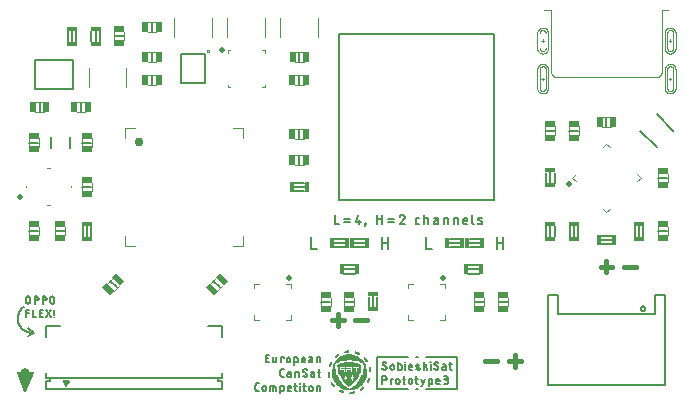
<source format=gbr>
G04 EAGLE Gerber RS-274X export*
G75*
%MOMM*%
%FSLAX34Y34*%
%LPD*%
%INSilkscreen Top*%
%IPPOS*%
%AMOC8*
5,1,8,0,0,1.08239X$1,22.5*%
G01*
%ADD10C,0.800000*%
%ADD11C,0.152400*%
%ADD12C,0.200000*%
%ADD13C,0.203200*%
%ADD14C,0.400000*%
%ADD15C,0.101600*%
%ADD16R,0.500100X0.950000*%
%ADD17C,0.177800*%
%ADD18R,0.950000X0.500100*%
%ADD19R,0.863600X0.406400*%
%ADD20C,0.120000*%
%ADD21C,0.762000*%
%ADD22C,0.127000*%
%ADD23C,0.100000*%
%ADD24C,0.500000*%
%ADD25C,0.000000*%
%ADD26C,0.050000*%
%ADD27R,0.406400X0.863600*%
%ADD28R,0.070000X0.010000*%
%ADD29R,0.190000X0.010000*%
%ADD30R,0.260000X0.010000*%
%ADD31R,0.320000X0.010000*%
%ADD32R,0.360000X0.010000*%
%ADD33R,0.370000X0.010000*%
%ADD34R,0.010000X0.010000*%
%ADD35R,0.060000X0.010000*%
%ADD36R,0.100000X0.010000*%
%ADD37R,0.130000X0.010000*%
%ADD38R,0.160000X0.010000*%
%ADD39R,0.350000X0.010000*%
%ADD40R,0.220000X0.010000*%
%ADD41R,0.270000X0.010000*%
%ADD42R,0.240000X0.010000*%
%ADD43R,0.180000X0.010000*%
%ADD44R,0.120000X0.010000*%
%ADD45R,0.290000X0.010000*%
%ADD46R,0.050000X0.010000*%
%ADD47R,0.310000X0.010000*%
%ADD48R,0.330000X0.010000*%
%ADD49R,0.340000X0.010000*%
%ADD50R,0.280000X0.010000*%
%ADD51R,0.250000X0.010000*%
%ADD52R,0.040000X0.010000*%
%ADD53R,0.140000X0.010000*%
%ADD54R,0.110000X0.010000*%
%ADD55R,0.090000X0.010000*%
%ADD56R,0.440000X0.010000*%
%ADD57R,0.170000X0.010000*%
%ADD58R,0.560000X0.010000*%
%ADD59R,0.660000X0.010000*%
%ADD60R,0.210000X0.010000*%
%ADD61R,0.740000X0.010000*%
%ADD62R,0.820000X0.010000*%
%ADD63R,0.230000X0.010000*%
%ADD64R,0.880000X0.010000*%
%ADD65R,0.940000X0.010000*%
%ADD66R,0.490000X0.010000*%
%ADD67R,0.500000X0.010000*%
%ADD68R,0.510000X0.010000*%
%ADD69R,0.520000X0.010000*%
%ADD70R,0.200000X0.010000*%
%ADD71R,0.530000X0.010000*%
%ADD72R,0.030000X0.010000*%
%ADD73R,0.020000X0.010000*%
%ADD74R,0.540000X0.010000*%
%ADD75R,0.400000X0.010000*%
%ADD76R,0.420000X0.010000*%
%ADD77R,0.460000X0.010000*%
%ADD78R,0.580000X0.010000*%
%ADD79R,0.150000X0.010000*%
%ADD80R,0.600000X0.010000*%
%ADD81R,0.640000X0.010000*%
%ADD82R,0.680000X0.010000*%
%ADD83R,0.700000X0.010000*%
%ADD84R,0.720000X0.010000*%
%ADD85R,0.760000X0.010000*%
%ADD86R,0.780000X0.010000*%
%ADD87R,0.800000X0.010000*%
%ADD88R,0.840000X0.010000*%
%ADD89R,0.860000X0.010000*%
%ADD90R,0.900000X0.010000*%
%ADD91R,0.920000X0.010000*%
%ADD92R,0.960000X0.010000*%
%ADD93R,0.570000X0.010000*%
%ADD94R,0.550000X0.010000*%
%ADD95R,0.480000X0.010000*%
%ADD96R,0.470000X0.010000*%
%ADD97R,0.430000X0.010000*%
%ADD98R,0.410000X0.010000*%
%ADD99R,0.390000X0.010000*%
%ADD100R,0.380000X0.010000*%
%ADD101R,0.450000X0.010000*%
%ADD102R,0.300000X0.010000*%
%ADD103R,1.130000X0.010000*%
%ADD104R,1.720000X0.010000*%
%ADD105R,1.740000X0.010000*%
%ADD106R,1.760000X0.010000*%
%ADD107R,1.780000X0.010000*%
%ADD108R,1.800000X0.010000*%
%ADD109R,1.820000X0.010000*%
%ADD110R,0.080000X0.010000*%
%ADD111R,2.020000X0.010000*%
%ADD112R,2.000000X0.010000*%
%ADD113R,1.980000X0.010000*%
%ADD114R,1.960000X0.010000*%
%ADD115R,1.920000X0.010000*%
%ADD116R,1.880000X0.010000*%
%ADD117R,1.840000X0.010000*%
%ADD118R,1.700000X0.010000*%
%ADD119R,1.640000X0.010000*%
%ADD120R,1.600000X0.010000*%
%ADD121R,1.560000X0.010000*%
%ADD122R,1.500000X0.010000*%
%ADD123R,1.440000X0.010000*%
%ADD124R,1.380000X0.010000*%
%ADD125R,1.320000X0.010000*%
%ADD126R,1.260000X0.010000*%
%ADD127R,1.180000X0.010000*%
%ADD128R,1.120000X0.010000*%
%ADD129R,1.020000X0.010000*%
%ADD130R,0.770000X0.010000*%
%ADD131R,0.890000X0.010000*%
%ADD132R,2.080000X0.010000*%
%ADD133R,2.060000X0.010000*%
%ADD134R,2.040000X0.010000*%
%ADD135R,1.940000X0.010000*%
%ADD136R,1.860000X0.010000*%
%ADD137R,1.680000X0.010000*%
%ADD138R,1.620000X0.010000*%
%ADD139R,1.580000X0.010000*%
%ADD140R,1.540000X0.010000*%
%ADD141R,1.520000X0.010000*%
%ADD142R,1.480000X0.010000*%
%ADD143R,1.420000X0.010000*%
%ADD144R,1.340000X0.010000*%
%ADD145R,1.300000X0.010000*%
%ADD146R,1.240000X0.010000*%
%ADD147R,1.200000X0.010000*%
%ADD148R,1.160000X0.010000*%
%ADD149R,1.100000X0.010000*%
%ADD150R,1.060000X0.010000*%
%ADD151R,1.000000X0.010000*%

G36*
X10377Y3393D02*
X10377Y3393D01*
X10474Y3401D01*
X10515Y3417D01*
X10559Y3425D01*
X10646Y3468D01*
X10737Y3502D01*
X10772Y3529D01*
X10812Y3549D01*
X10884Y3614D01*
X10961Y3673D01*
X10988Y3709D01*
X11021Y3739D01*
X11064Y3811D01*
X11129Y3900D01*
X11151Y3958D01*
X11178Y4004D01*
X17428Y19629D01*
X17454Y19738D01*
X17487Y19846D01*
X17488Y19875D01*
X17495Y19903D01*
X17490Y20015D01*
X17491Y20128D01*
X17483Y20156D01*
X17482Y20185D01*
X17446Y20291D01*
X17416Y20400D01*
X17401Y20424D01*
X17391Y20452D01*
X17327Y20544D01*
X17268Y20640D01*
X17246Y20659D01*
X17230Y20683D01*
X17142Y20753D01*
X17058Y20829D01*
X17032Y20841D01*
X17010Y20859D01*
X16906Y20903D01*
X16805Y20952D01*
X16778Y20956D01*
X16749Y20968D01*
X16587Y20986D01*
X16500Y20999D01*
X4000Y20999D01*
X3889Y20983D01*
X3776Y20974D01*
X3749Y20964D01*
X3721Y20959D01*
X3618Y20913D01*
X3513Y20873D01*
X3490Y20855D01*
X3464Y20843D01*
X3378Y20770D01*
X3289Y20702D01*
X3272Y20679D01*
X3250Y20660D01*
X3188Y20566D01*
X3121Y20475D01*
X3111Y20448D01*
X3095Y20424D01*
X3062Y20316D01*
X3023Y20211D01*
X3021Y20182D01*
X3013Y20154D01*
X3011Y20042D01*
X3003Y19929D01*
X3009Y19903D01*
X3009Y19872D01*
X3053Y19715D01*
X3072Y19629D01*
X9322Y4004D01*
X9344Y3965D01*
X9359Y3923D01*
X9414Y3844D01*
X9463Y3759D01*
X9495Y3729D01*
X9520Y3692D01*
X9596Y3631D01*
X9666Y3564D01*
X9706Y3543D01*
X9740Y3516D01*
X9830Y3478D01*
X9916Y3433D01*
X9960Y3424D01*
X10001Y3407D01*
X10097Y3397D01*
X10193Y3377D01*
X10237Y3381D01*
X10281Y3376D01*
X10377Y3393D01*
G37*
G36*
X45115Y8001D02*
X45115Y8001D01*
X45215Y8008D01*
X45255Y8023D01*
X45298Y8029D01*
X45388Y8072D01*
X45481Y8106D01*
X45516Y8132D01*
X45555Y8150D01*
X45630Y8216D01*
X45710Y8275D01*
X45733Y8306D01*
X45769Y8337D01*
X45866Y8489D01*
X45908Y8546D01*
X47908Y12546D01*
X47911Y12554D01*
X47916Y12561D01*
X47956Y12689D01*
X47998Y12816D01*
X47999Y12824D01*
X48001Y12832D01*
X48005Y12967D01*
X48010Y13100D01*
X48008Y13108D01*
X48009Y13116D01*
X47975Y13246D01*
X47943Y13376D01*
X47939Y13383D01*
X47937Y13391D01*
X47869Y13506D01*
X47802Y13623D01*
X47796Y13629D01*
X47792Y13636D01*
X47694Y13728D01*
X47598Y13821D01*
X47590Y13824D01*
X47584Y13830D01*
X47465Y13891D01*
X47347Y13954D01*
X47339Y13956D01*
X47331Y13960D01*
X47279Y13968D01*
X47069Y14013D01*
X47031Y14010D01*
X47000Y14015D01*
X43000Y14015D01*
X42992Y14014D01*
X42983Y14015D01*
X42851Y13994D01*
X42719Y13975D01*
X42711Y13972D01*
X42702Y13971D01*
X42581Y13914D01*
X42459Y13859D01*
X42453Y13854D01*
X42445Y13850D01*
X42344Y13762D01*
X42242Y13676D01*
X42237Y13668D01*
X42231Y13663D01*
X42159Y13550D01*
X42085Y13439D01*
X42082Y13431D01*
X42077Y13424D01*
X42039Y13295D01*
X41999Y13168D01*
X41999Y13159D01*
X41996Y13151D01*
X41995Y13017D01*
X41991Y12884D01*
X41994Y12875D01*
X41994Y12867D01*
X42009Y12816D01*
X42063Y12609D01*
X42083Y12576D01*
X42092Y12546D01*
X44092Y8546D01*
X44149Y8464D01*
X44198Y8377D01*
X44229Y8347D01*
X44253Y8312D01*
X44331Y8249D01*
X44402Y8180D01*
X44440Y8159D01*
X44473Y8132D01*
X44565Y8093D01*
X44653Y8046D01*
X44695Y8037D01*
X44735Y8020D01*
X44834Y8008D01*
X44931Y7987D01*
X44974Y7990D01*
X45017Y7985D01*
X45115Y8001D01*
G37*
D10*
X10500Y20000D03*
D11*
X11020Y80360D02*
X11020Y83070D01*
X11022Y83151D01*
X11028Y83231D01*
X11037Y83311D01*
X11051Y83390D01*
X11068Y83469D01*
X11089Y83547D01*
X11113Y83624D01*
X11141Y83699D01*
X11173Y83773D01*
X11208Y83846D01*
X11247Y83917D01*
X11289Y83985D01*
X11334Y84052D01*
X11382Y84117D01*
X11434Y84179D01*
X11488Y84238D01*
X11545Y84295D01*
X11604Y84349D01*
X11666Y84401D01*
X11731Y84449D01*
X11798Y84494D01*
X11866Y84536D01*
X11937Y84575D01*
X12010Y84610D01*
X12084Y84642D01*
X12159Y84670D01*
X12236Y84694D01*
X12314Y84715D01*
X12393Y84732D01*
X12472Y84746D01*
X12552Y84755D01*
X12632Y84761D01*
X12713Y84763D01*
X12794Y84761D01*
X12874Y84755D01*
X12954Y84746D01*
X13033Y84732D01*
X13112Y84715D01*
X13190Y84694D01*
X13267Y84670D01*
X13342Y84642D01*
X13416Y84610D01*
X13489Y84575D01*
X13560Y84536D01*
X13628Y84494D01*
X13695Y84449D01*
X13760Y84401D01*
X13822Y84349D01*
X13881Y84295D01*
X13938Y84238D01*
X13992Y84179D01*
X14044Y84117D01*
X14092Y84052D01*
X14137Y83985D01*
X14179Y83917D01*
X14218Y83846D01*
X14253Y83773D01*
X14285Y83699D01*
X14313Y83624D01*
X14337Y83547D01*
X14358Y83469D01*
X14375Y83390D01*
X14389Y83311D01*
X14398Y83231D01*
X14404Y83151D01*
X14406Y83070D01*
X14406Y80360D01*
X14404Y80279D01*
X14398Y80199D01*
X14389Y80119D01*
X14375Y80040D01*
X14358Y79961D01*
X14337Y79883D01*
X14313Y79806D01*
X14285Y79731D01*
X14253Y79657D01*
X14218Y79584D01*
X14179Y79514D01*
X14137Y79445D01*
X14092Y79378D01*
X14044Y79313D01*
X13992Y79251D01*
X13938Y79192D01*
X13881Y79135D01*
X13822Y79081D01*
X13760Y79029D01*
X13695Y78981D01*
X13628Y78936D01*
X13560Y78894D01*
X13489Y78855D01*
X13416Y78820D01*
X13342Y78788D01*
X13267Y78760D01*
X13190Y78736D01*
X13112Y78715D01*
X13033Y78698D01*
X12954Y78684D01*
X12874Y78675D01*
X12794Y78669D01*
X12713Y78667D01*
X12632Y78669D01*
X12552Y78675D01*
X12472Y78684D01*
X12393Y78698D01*
X12314Y78715D01*
X12236Y78736D01*
X12159Y78760D01*
X12084Y78788D01*
X12010Y78820D01*
X11937Y78855D01*
X11866Y78894D01*
X11798Y78936D01*
X11731Y78981D01*
X11666Y79029D01*
X11604Y79081D01*
X11545Y79135D01*
X11488Y79192D01*
X11434Y79251D01*
X11382Y79313D01*
X11334Y79378D01*
X11289Y79445D01*
X11247Y79514D01*
X11208Y79584D01*
X11173Y79657D01*
X11141Y79731D01*
X11113Y79806D01*
X11089Y79883D01*
X11068Y79961D01*
X11051Y80040D01*
X11037Y80119D01*
X11028Y80199D01*
X11022Y80279D01*
X11020Y80360D01*
X18284Y78667D02*
X18284Y84763D01*
X19977Y84763D01*
X20058Y84761D01*
X20138Y84755D01*
X20218Y84746D01*
X20297Y84732D01*
X20376Y84715D01*
X20454Y84694D01*
X20531Y84670D01*
X20606Y84642D01*
X20680Y84610D01*
X20753Y84575D01*
X20823Y84536D01*
X20892Y84494D01*
X20959Y84449D01*
X21024Y84401D01*
X21086Y84349D01*
X21145Y84295D01*
X21202Y84238D01*
X21256Y84179D01*
X21308Y84117D01*
X21356Y84052D01*
X21401Y83985D01*
X21443Y83917D01*
X21482Y83846D01*
X21517Y83773D01*
X21549Y83699D01*
X21577Y83624D01*
X21601Y83547D01*
X21622Y83469D01*
X21639Y83390D01*
X21653Y83311D01*
X21662Y83231D01*
X21668Y83151D01*
X21670Y83070D01*
X21668Y82989D01*
X21662Y82909D01*
X21653Y82829D01*
X21639Y82750D01*
X21622Y82671D01*
X21601Y82593D01*
X21577Y82516D01*
X21549Y82441D01*
X21517Y82367D01*
X21482Y82294D01*
X21443Y82224D01*
X21401Y82155D01*
X21356Y82088D01*
X21308Y82023D01*
X21256Y81961D01*
X21202Y81902D01*
X21145Y81845D01*
X21086Y81791D01*
X21024Y81739D01*
X20959Y81691D01*
X20892Y81646D01*
X20824Y81604D01*
X20753Y81565D01*
X20680Y81530D01*
X20606Y81498D01*
X20531Y81470D01*
X20454Y81446D01*
X20376Y81425D01*
X20297Y81408D01*
X20218Y81394D01*
X20138Y81385D01*
X20058Y81379D01*
X19977Y81377D01*
X19977Y81376D02*
X18284Y81376D01*
X25142Y78667D02*
X25142Y84763D01*
X26835Y84763D01*
X26916Y84761D01*
X26996Y84755D01*
X27076Y84746D01*
X27155Y84732D01*
X27234Y84715D01*
X27312Y84694D01*
X27389Y84670D01*
X27464Y84642D01*
X27538Y84610D01*
X27611Y84575D01*
X27681Y84536D01*
X27750Y84494D01*
X27817Y84449D01*
X27882Y84401D01*
X27944Y84349D01*
X28003Y84295D01*
X28060Y84238D01*
X28114Y84179D01*
X28166Y84117D01*
X28214Y84052D01*
X28259Y83985D01*
X28301Y83917D01*
X28340Y83846D01*
X28375Y83773D01*
X28407Y83699D01*
X28435Y83624D01*
X28459Y83547D01*
X28480Y83469D01*
X28497Y83390D01*
X28511Y83311D01*
X28520Y83231D01*
X28526Y83151D01*
X28528Y83070D01*
X28526Y82989D01*
X28520Y82909D01*
X28511Y82829D01*
X28497Y82750D01*
X28480Y82671D01*
X28459Y82593D01*
X28435Y82516D01*
X28407Y82441D01*
X28375Y82367D01*
X28340Y82294D01*
X28301Y82224D01*
X28259Y82155D01*
X28214Y82088D01*
X28166Y82023D01*
X28114Y81961D01*
X28060Y81902D01*
X28003Y81845D01*
X27944Y81791D01*
X27882Y81739D01*
X27817Y81691D01*
X27750Y81646D01*
X27682Y81604D01*
X27611Y81565D01*
X27538Y81530D01*
X27464Y81498D01*
X27389Y81470D01*
X27312Y81446D01*
X27234Y81425D01*
X27155Y81408D01*
X27076Y81394D01*
X26996Y81385D01*
X26916Y81379D01*
X26835Y81377D01*
X26835Y81376D02*
X25142Y81376D01*
X31594Y80360D02*
X31594Y83070D01*
X31596Y83151D01*
X31602Y83231D01*
X31611Y83311D01*
X31625Y83390D01*
X31642Y83469D01*
X31663Y83547D01*
X31687Y83624D01*
X31715Y83699D01*
X31747Y83773D01*
X31782Y83846D01*
X31821Y83917D01*
X31863Y83985D01*
X31908Y84052D01*
X31956Y84117D01*
X32008Y84179D01*
X32062Y84238D01*
X32119Y84295D01*
X32178Y84349D01*
X32240Y84401D01*
X32305Y84449D01*
X32372Y84494D01*
X32441Y84536D01*
X32511Y84575D01*
X32584Y84610D01*
X32658Y84642D01*
X32733Y84670D01*
X32810Y84694D01*
X32888Y84715D01*
X32967Y84732D01*
X33046Y84746D01*
X33126Y84755D01*
X33206Y84761D01*
X33287Y84763D01*
X33368Y84761D01*
X33448Y84755D01*
X33528Y84746D01*
X33607Y84732D01*
X33686Y84715D01*
X33764Y84694D01*
X33841Y84670D01*
X33916Y84642D01*
X33990Y84610D01*
X34063Y84575D01*
X34134Y84536D01*
X34202Y84494D01*
X34269Y84449D01*
X34334Y84401D01*
X34396Y84349D01*
X34455Y84295D01*
X34512Y84238D01*
X34566Y84179D01*
X34618Y84117D01*
X34666Y84052D01*
X34711Y83985D01*
X34753Y83917D01*
X34792Y83846D01*
X34827Y83773D01*
X34859Y83699D01*
X34887Y83624D01*
X34911Y83547D01*
X34932Y83469D01*
X34949Y83390D01*
X34963Y83311D01*
X34972Y83231D01*
X34978Y83151D01*
X34980Y83070D01*
X34980Y80360D01*
X34978Y80279D01*
X34972Y80199D01*
X34963Y80119D01*
X34949Y80040D01*
X34932Y79961D01*
X34911Y79883D01*
X34887Y79806D01*
X34859Y79731D01*
X34827Y79657D01*
X34792Y79584D01*
X34753Y79514D01*
X34711Y79445D01*
X34666Y79378D01*
X34618Y79313D01*
X34566Y79251D01*
X34512Y79192D01*
X34455Y79135D01*
X34396Y79081D01*
X34334Y79029D01*
X34269Y78981D01*
X34202Y78936D01*
X34134Y78894D01*
X34063Y78855D01*
X33990Y78820D01*
X33916Y78788D01*
X33841Y78760D01*
X33764Y78736D01*
X33686Y78715D01*
X33607Y78698D01*
X33528Y78684D01*
X33448Y78675D01*
X33368Y78669D01*
X33287Y78667D01*
X33206Y78669D01*
X33126Y78675D01*
X33046Y78684D01*
X32967Y78698D01*
X32888Y78715D01*
X32810Y78736D01*
X32733Y78760D01*
X32658Y78788D01*
X32584Y78820D01*
X32511Y78855D01*
X32440Y78894D01*
X32372Y78936D01*
X32305Y78981D01*
X32240Y79029D01*
X32178Y79081D01*
X32119Y79135D01*
X32062Y79192D01*
X32008Y79251D01*
X31956Y79313D01*
X31908Y79378D01*
X31863Y79445D01*
X31821Y79514D01*
X31782Y79584D01*
X31747Y79657D01*
X31715Y79731D01*
X31687Y79806D01*
X31663Y79883D01*
X31642Y79961D01*
X31625Y80040D01*
X31611Y80119D01*
X31602Y80199D01*
X31596Y80279D01*
X31594Y80360D01*
X10879Y73333D02*
X10879Y67237D01*
X10879Y73333D02*
X13589Y73333D01*
X13589Y70624D02*
X10879Y70624D01*
X16823Y73333D02*
X16823Y67237D01*
X19532Y67237D01*
X22766Y67237D02*
X25476Y67237D01*
X22766Y67237D02*
X22766Y73333D01*
X25476Y73333D01*
X24798Y70624D02*
X22766Y70624D01*
X28119Y67237D02*
X32183Y73333D01*
X28119Y73333D02*
X32183Y67237D01*
X34951Y69269D02*
X34951Y73333D01*
X34782Y67576D02*
X34782Y67237D01*
X34782Y67576D02*
X35121Y67576D01*
X35121Y67237D01*
X34782Y67237D01*
D12*
X18000Y54000D02*
X17700Y53965D01*
X17400Y53937D01*
X17100Y53917D01*
X16799Y53904D01*
X16497Y53898D01*
X16196Y53900D01*
X15895Y53909D01*
X15594Y53926D01*
X15293Y53950D01*
X14994Y53981D01*
X14695Y54020D01*
X14397Y54066D01*
X14100Y54119D01*
X13805Y54179D01*
X13511Y54247D01*
X13219Y54322D01*
X12929Y54404D01*
X12641Y54493D01*
X12356Y54589D01*
X12073Y54692D01*
X11792Y54803D01*
X11514Y54919D01*
X11239Y55043D01*
X10968Y55173D01*
X10699Y55310D01*
X10434Y55454D01*
X10173Y55604D01*
X9915Y55760D01*
X9661Y55923D01*
X9412Y56091D01*
X9166Y56266D01*
X8925Y56447D01*
X8688Y56634D01*
X8456Y56826D01*
X8229Y57024D01*
X8007Y57227D01*
X7790Y57436D01*
X7578Y57650D01*
X7371Y57870D01*
X7169Y58094D01*
X6974Y58323D01*
X6784Y58557D01*
X6599Y58796D01*
X6421Y59038D01*
X6249Y59286D01*
X6082Y59537D01*
X5922Y59792D01*
X5769Y60052D01*
X5621Y60315D01*
X5480Y60581D01*
X5346Y60851D01*
X5218Y61124D01*
X5097Y61400D01*
X4983Y61679D01*
X4876Y61960D01*
X4776Y62245D01*
X4682Y62531D01*
X4596Y62820D01*
X4517Y63111D01*
X4445Y63403D01*
X4380Y63698D01*
X4323Y63994D01*
X4272Y64291D01*
X4229Y64589D01*
X4194Y64888D01*
X4165Y65188D01*
X4144Y65489D01*
X4131Y65790D01*
X4124Y66091D01*
X4126Y66393D01*
X4134Y66694D01*
X4150Y66995D01*
X4173Y67295D01*
X4204Y67595D01*
X4242Y67894D01*
X4287Y68192D01*
X4340Y68489D01*
X4400Y68784D01*
X4467Y69078D01*
X4541Y69370D01*
X4622Y69660D01*
X4711Y69948D01*
X4806Y70234D01*
X4909Y70518D01*
X5018Y70799D01*
X5134Y71077D01*
X5257Y71352D01*
X5387Y71624D01*
X5524Y71893D01*
X5666Y72158D01*
X5816Y72420D01*
X5972Y72678D01*
X6134Y72932D01*
X6302Y73182D01*
X6476Y73428D01*
X6656Y73669D01*
X6842Y73906D01*
X7034Y74139D01*
X7232Y74366D01*
X7435Y74589D01*
X7643Y74807D01*
X7857Y75019D01*
X8076Y75227D01*
X8299Y75428D01*
X8528Y75625D01*
X8762Y75815D01*
X9000Y76000D01*
X13000Y58000D02*
X18000Y54000D01*
X13000Y51000D01*
D11*
X314921Y22762D02*
X314996Y22764D01*
X315071Y22770D01*
X315146Y22780D01*
X315220Y22793D01*
X315293Y22811D01*
X315366Y22832D01*
X315437Y22858D01*
X315506Y22886D01*
X315574Y22919D01*
X315641Y22955D01*
X315705Y22994D01*
X315767Y23037D01*
X315827Y23083D01*
X315884Y23132D01*
X315939Y23183D01*
X315990Y23238D01*
X316039Y23295D01*
X316085Y23355D01*
X316128Y23417D01*
X316167Y23482D01*
X316203Y23548D01*
X316236Y23616D01*
X316264Y23685D01*
X316290Y23756D01*
X316311Y23829D01*
X316329Y23902D01*
X316342Y23976D01*
X316352Y24051D01*
X316358Y24126D01*
X316360Y24201D01*
X314921Y22762D02*
X314812Y22764D01*
X314703Y22770D01*
X314594Y22780D01*
X314486Y22793D01*
X314378Y22811D01*
X314271Y22832D01*
X314165Y22857D01*
X314060Y22886D01*
X313956Y22919D01*
X313853Y22956D01*
X313752Y22996D01*
X313652Y23040D01*
X313554Y23087D01*
X313457Y23138D01*
X313362Y23192D01*
X313270Y23250D01*
X313179Y23311D01*
X313091Y23375D01*
X313005Y23442D01*
X312921Y23512D01*
X312841Y23585D01*
X312762Y23661D01*
X312942Y27799D02*
X312944Y27874D01*
X312950Y27949D01*
X312960Y28024D01*
X312973Y28098D01*
X312991Y28171D01*
X313012Y28244D01*
X313038Y28315D01*
X313066Y28384D01*
X313099Y28452D01*
X313135Y28519D01*
X313174Y28583D01*
X313217Y28645D01*
X313263Y28705D01*
X313312Y28762D01*
X313363Y28817D01*
X313418Y28868D01*
X313475Y28917D01*
X313535Y28963D01*
X313597Y29006D01*
X313662Y29045D01*
X313728Y29081D01*
X313796Y29114D01*
X313865Y29142D01*
X313936Y29168D01*
X314009Y29189D01*
X314082Y29207D01*
X314156Y29220D01*
X314231Y29230D01*
X314306Y29236D01*
X314381Y29238D01*
X314483Y29236D01*
X314585Y29230D01*
X314687Y29221D01*
X314788Y29207D01*
X314889Y29190D01*
X314989Y29169D01*
X315088Y29144D01*
X315186Y29115D01*
X315283Y29083D01*
X315378Y29047D01*
X315472Y29007D01*
X315565Y28964D01*
X315656Y28918D01*
X315745Y28868D01*
X315832Y28815D01*
X315917Y28758D01*
X316000Y28698D01*
X313662Y26539D02*
X313597Y26580D01*
X313535Y26623D01*
X313475Y26670D01*
X313418Y26720D01*
X313363Y26772D01*
X313311Y26828D01*
X313262Y26886D01*
X313217Y26946D01*
X313174Y27009D01*
X313135Y27074D01*
X313099Y27140D01*
X313066Y27209D01*
X313037Y27279D01*
X313012Y27351D01*
X312991Y27424D01*
X312973Y27498D01*
X312960Y27572D01*
X312950Y27647D01*
X312944Y27723D01*
X312942Y27799D01*
X315640Y25461D02*
X315705Y25420D01*
X315767Y25377D01*
X315827Y25330D01*
X315884Y25280D01*
X315939Y25228D01*
X315991Y25172D01*
X316040Y25114D01*
X316085Y25054D01*
X316128Y24991D01*
X316167Y24926D01*
X316203Y24860D01*
X316236Y24791D01*
X316265Y24721D01*
X316290Y24649D01*
X316311Y24576D01*
X316329Y24502D01*
X316342Y24428D01*
X316352Y24353D01*
X316358Y24277D01*
X316360Y24201D01*
X315640Y25460D02*
X313661Y26540D01*
X319602Y25640D02*
X319602Y24201D01*
X319602Y25640D02*
X319604Y25715D01*
X319610Y25790D01*
X319620Y25865D01*
X319633Y25939D01*
X319651Y26012D01*
X319672Y26085D01*
X319698Y26156D01*
X319726Y26225D01*
X319759Y26293D01*
X319795Y26360D01*
X319834Y26424D01*
X319877Y26486D01*
X319923Y26546D01*
X319972Y26603D01*
X320023Y26658D01*
X320078Y26709D01*
X320135Y26758D01*
X320195Y26804D01*
X320257Y26847D01*
X320322Y26886D01*
X320388Y26922D01*
X320456Y26955D01*
X320525Y26983D01*
X320596Y27009D01*
X320669Y27030D01*
X320742Y27048D01*
X320816Y27061D01*
X320891Y27071D01*
X320966Y27077D01*
X321041Y27079D01*
X321116Y27077D01*
X321191Y27071D01*
X321266Y27061D01*
X321340Y27048D01*
X321413Y27030D01*
X321486Y27009D01*
X321557Y26983D01*
X321626Y26955D01*
X321694Y26922D01*
X321761Y26886D01*
X321825Y26847D01*
X321887Y26804D01*
X321947Y26758D01*
X322004Y26709D01*
X322059Y26658D01*
X322110Y26603D01*
X322159Y26546D01*
X322205Y26486D01*
X322248Y26424D01*
X322287Y26360D01*
X322323Y26293D01*
X322356Y26225D01*
X322384Y26156D01*
X322410Y26085D01*
X322431Y26012D01*
X322449Y25939D01*
X322462Y25865D01*
X322472Y25790D01*
X322478Y25715D01*
X322480Y25640D01*
X322480Y24201D01*
X322478Y24126D01*
X322472Y24051D01*
X322462Y23976D01*
X322449Y23902D01*
X322431Y23829D01*
X322410Y23756D01*
X322384Y23685D01*
X322356Y23616D01*
X322323Y23548D01*
X322287Y23482D01*
X322248Y23417D01*
X322205Y23355D01*
X322159Y23295D01*
X322110Y23238D01*
X322059Y23183D01*
X322004Y23132D01*
X321947Y23083D01*
X321887Y23037D01*
X321825Y22994D01*
X321761Y22955D01*
X321694Y22919D01*
X321626Y22886D01*
X321557Y22858D01*
X321486Y22832D01*
X321413Y22811D01*
X321340Y22793D01*
X321266Y22780D01*
X321191Y22770D01*
X321116Y22764D01*
X321041Y22762D01*
X320966Y22764D01*
X320891Y22770D01*
X320816Y22780D01*
X320742Y22793D01*
X320669Y22811D01*
X320596Y22832D01*
X320525Y22858D01*
X320456Y22886D01*
X320388Y22919D01*
X320322Y22955D01*
X320257Y22994D01*
X320195Y23037D01*
X320135Y23083D01*
X320078Y23132D01*
X320023Y23183D01*
X319972Y23238D01*
X319923Y23295D01*
X319877Y23355D01*
X319834Y23417D01*
X319795Y23482D01*
X319759Y23548D01*
X319726Y23616D01*
X319698Y23685D01*
X319672Y23756D01*
X319651Y23829D01*
X319633Y23902D01*
X319620Y23976D01*
X319610Y24051D01*
X319604Y24126D01*
X319602Y24201D01*
X326144Y22762D02*
X326144Y29238D01*
X326144Y22762D02*
X327943Y22762D01*
X328008Y22764D01*
X328073Y22770D01*
X328137Y22780D01*
X328201Y22793D01*
X328264Y22811D01*
X328326Y22832D01*
X328386Y22857D01*
X328444Y22886D01*
X328501Y22918D01*
X328556Y22953D01*
X328608Y22992D01*
X328658Y23033D01*
X328706Y23078D01*
X328751Y23125D01*
X328792Y23176D01*
X328831Y23228D01*
X328866Y23283D01*
X328898Y23340D01*
X328927Y23398D01*
X328952Y23458D01*
X328973Y23520D01*
X328991Y23583D01*
X329004Y23646D01*
X329014Y23711D01*
X329020Y23776D01*
X329022Y23841D01*
X329023Y23841D02*
X329023Y26000D01*
X329022Y26000D02*
X329020Y26063D01*
X329015Y26125D01*
X329006Y26187D01*
X328993Y26249D01*
X328977Y26309D01*
X328957Y26369D01*
X328934Y26427D01*
X328907Y26484D01*
X328877Y26540D01*
X328844Y26593D01*
X328808Y26644D01*
X328770Y26694D01*
X328728Y26740D01*
X328683Y26785D01*
X328637Y26827D01*
X328587Y26865D01*
X328536Y26901D01*
X328483Y26934D01*
X328427Y26964D01*
X328370Y26991D01*
X328312Y27014D01*
X328252Y27034D01*
X328192Y27050D01*
X328130Y27063D01*
X328068Y27072D01*
X328006Y27077D01*
X327943Y27079D01*
X326144Y27079D01*
X332081Y27079D02*
X332081Y22762D01*
X331901Y28878D02*
X331901Y29238D01*
X332261Y29238D01*
X332261Y28878D01*
X331901Y28878D01*
X336281Y22762D02*
X338080Y22762D01*
X336281Y22762D02*
X336218Y22764D01*
X336156Y22769D01*
X336094Y22778D01*
X336032Y22791D01*
X335972Y22807D01*
X335912Y22827D01*
X335854Y22850D01*
X335797Y22877D01*
X335742Y22907D01*
X335688Y22940D01*
X335637Y22976D01*
X335587Y23014D01*
X335541Y23056D01*
X335496Y23101D01*
X335454Y23147D01*
X335416Y23197D01*
X335380Y23248D01*
X335347Y23302D01*
X335317Y23357D01*
X335290Y23414D01*
X335267Y23472D01*
X335247Y23532D01*
X335231Y23592D01*
X335218Y23654D01*
X335209Y23716D01*
X335204Y23778D01*
X335202Y23841D01*
X335202Y25640D01*
X335204Y25715D01*
X335210Y25790D01*
X335220Y25865D01*
X335233Y25939D01*
X335251Y26012D01*
X335272Y26085D01*
X335298Y26156D01*
X335326Y26225D01*
X335359Y26293D01*
X335395Y26360D01*
X335434Y26424D01*
X335477Y26486D01*
X335523Y26546D01*
X335572Y26603D01*
X335623Y26658D01*
X335678Y26709D01*
X335735Y26758D01*
X335795Y26804D01*
X335857Y26847D01*
X335922Y26886D01*
X335988Y26922D01*
X336056Y26955D01*
X336125Y26983D01*
X336196Y27009D01*
X336269Y27030D01*
X336342Y27048D01*
X336416Y27061D01*
X336491Y27071D01*
X336566Y27077D01*
X336641Y27079D01*
X336716Y27077D01*
X336791Y27071D01*
X336866Y27061D01*
X336940Y27048D01*
X337013Y27030D01*
X337086Y27009D01*
X337157Y26983D01*
X337226Y26955D01*
X337294Y26922D01*
X337361Y26886D01*
X337425Y26847D01*
X337487Y26804D01*
X337547Y26758D01*
X337604Y26709D01*
X337659Y26658D01*
X337710Y26603D01*
X337759Y26546D01*
X337805Y26486D01*
X337848Y26424D01*
X337887Y26360D01*
X337923Y26293D01*
X337956Y26225D01*
X337984Y26156D01*
X338010Y26085D01*
X338031Y26012D01*
X338049Y25939D01*
X338062Y25865D01*
X338072Y25790D01*
X338078Y25715D01*
X338080Y25640D01*
X338080Y24921D01*
X335202Y24921D01*
X341981Y25280D02*
X343780Y24561D01*
X341982Y25281D02*
X341926Y25305D01*
X341873Y25333D01*
X341821Y25364D01*
X341772Y25398D01*
X341725Y25435D01*
X341680Y25476D01*
X341638Y25519D01*
X341599Y25565D01*
X341563Y25613D01*
X341530Y25663D01*
X341501Y25716D01*
X341474Y25770D01*
X341452Y25826D01*
X341433Y25883D01*
X341418Y25941D01*
X341407Y26001D01*
X341399Y26060D01*
X341395Y26120D01*
X341396Y26181D01*
X341400Y26241D01*
X341408Y26300D01*
X341419Y26359D01*
X341435Y26418D01*
X341454Y26475D01*
X341477Y26530D01*
X341504Y26584D01*
X341534Y26637D01*
X341567Y26687D01*
X341603Y26735D01*
X341643Y26780D01*
X341685Y26823D01*
X341730Y26863D01*
X341777Y26900D01*
X341827Y26934D01*
X341879Y26965D01*
X341933Y26992D01*
X341988Y27016D01*
X342045Y27036D01*
X342103Y27052D01*
X342162Y27065D01*
X342221Y27074D01*
X342281Y27079D01*
X342341Y27080D01*
X342461Y27076D01*
X342580Y27069D01*
X342699Y27059D01*
X342817Y27045D01*
X342935Y27028D01*
X343053Y27007D01*
X343169Y26983D01*
X343285Y26955D01*
X343401Y26924D01*
X343515Y26890D01*
X343628Y26852D01*
X343740Y26811D01*
X343851Y26767D01*
X343960Y26720D01*
X343780Y24561D02*
X343836Y24537D01*
X343889Y24509D01*
X343941Y24478D01*
X343990Y24444D01*
X344037Y24407D01*
X344082Y24366D01*
X344124Y24323D01*
X344163Y24277D01*
X344199Y24229D01*
X344232Y24179D01*
X344261Y24126D01*
X344288Y24072D01*
X344310Y24016D01*
X344329Y23959D01*
X344344Y23901D01*
X344355Y23841D01*
X344363Y23782D01*
X344367Y23722D01*
X344366Y23661D01*
X344362Y23601D01*
X344354Y23542D01*
X344343Y23483D01*
X344327Y23424D01*
X344308Y23367D01*
X344285Y23312D01*
X344258Y23258D01*
X344228Y23205D01*
X344195Y23155D01*
X344159Y23107D01*
X344119Y23062D01*
X344077Y23019D01*
X344032Y22979D01*
X343985Y22942D01*
X343935Y22908D01*
X343883Y22877D01*
X343829Y22850D01*
X343774Y22826D01*
X343717Y22806D01*
X343659Y22790D01*
X343600Y22777D01*
X343541Y22768D01*
X343481Y22763D01*
X343421Y22762D01*
X343265Y22766D01*
X343110Y22774D01*
X342955Y22786D01*
X342801Y22802D01*
X342646Y22822D01*
X342493Y22846D01*
X342340Y22874D01*
X342188Y22905D01*
X342037Y22941D01*
X341886Y22980D01*
X341737Y23024D01*
X341589Y23071D01*
X341442Y23121D01*
X348066Y22762D02*
X348066Y29238D01*
X350944Y27079D02*
X348066Y24921D01*
X349325Y25820D02*
X350944Y22762D01*
X353681Y22762D02*
X353681Y27079D01*
X353501Y28878D02*
X353501Y29238D01*
X353861Y29238D01*
X353861Y28878D01*
X353501Y28878D01*
X358841Y22762D02*
X358916Y22764D01*
X358991Y22770D01*
X359066Y22780D01*
X359140Y22793D01*
X359213Y22811D01*
X359286Y22832D01*
X359357Y22858D01*
X359426Y22886D01*
X359494Y22919D01*
X359561Y22955D01*
X359625Y22994D01*
X359687Y23037D01*
X359747Y23083D01*
X359804Y23132D01*
X359859Y23183D01*
X359910Y23238D01*
X359959Y23295D01*
X360005Y23355D01*
X360048Y23417D01*
X360087Y23482D01*
X360123Y23548D01*
X360156Y23616D01*
X360184Y23685D01*
X360210Y23756D01*
X360231Y23829D01*
X360249Y23902D01*
X360262Y23976D01*
X360272Y24051D01*
X360278Y24126D01*
X360280Y24201D01*
X358840Y22762D02*
X358731Y22764D01*
X358622Y22770D01*
X358513Y22780D01*
X358405Y22793D01*
X358297Y22811D01*
X358190Y22832D01*
X358084Y22857D01*
X357979Y22886D01*
X357875Y22919D01*
X357772Y22956D01*
X357671Y22996D01*
X357571Y23040D01*
X357473Y23087D01*
X357376Y23138D01*
X357281Y23192D01*
X357189Y23250D01*
X357098Y23311D01*
X357010Y23375D01*
X356924Y23442D01*
X356840Y23512D01*
X356760Y23585D01*
X356681Y23661D01*
X356862Y27799D02*
X356864Y27874D01*
X356870Y27949D01*
X356880Y28024D01*
X356893Y28098D01*
X356911Y28171D01*
X356932Y28244D01*
X356958Y28315D01*
X356986Y28384D01*
X357019Y28452D01*
X357055Y28519D01*
X357094Y28583D01*
X357137Y28645D01*
X357183Y28705D01*
X357232Y28762D01*
X357283Y28817D01*
X357338Y28868D01*
X357395Y28917D01*
X357455Y28963D01*
X357517Y29006D01*
X357582Y29045D01*
X357648Y29081D01*
X357716Y29114D01*
X357785Y29142D01*
X357856Y29168D01*
X357929Y29189D01*
X358002Y29207D01*
X358076Y29220D01*
X358151Y29230D01*
X358226Y29236D01*
X358301Y29238D01*
X358403Y29236D01*
X358505Y29230D01*
X358607Y29221D01*
X358708Y29207D01*
X358809Y29190D01*
X358909Y29169D01*
X359008Y29144D01*
X359106Y29115D01*
X359203Y29083D01*
X359298Y29047D01*
X359392Y29007D01*
X359485Y28964D01*
X359576Y28918D01*
X359665Y28868D01*
X359752Y28815D01*
X359837Y28758D01*
X359920Y28698D01*
X357581Y26539D02*
X357516Y26580D01*
X357454Y26623D01*
X357394Y26670D01*
X357337Y26720D01*
X357282Y26772D01*
X357230Y26828D01*
X357181Y26886D01*
X357136Y26946D01*
X357093Y27009D01*
X357054Y27074D01*
X357018Y27140D01*
X356985Y27209D01*
X356956Y27279D01*
X356931Y27351D01*
X356910Y27424D01*
X356892Y27498D01*
X356879Y27572D01*
X356869Y27647D01*
X356863Y27723D01*
X356861Y27799D01*
X359560Y25461D02*
X359625Y25420D01*
X359687Y25377D01*
X359747Y25330D01*
X359804Y25280D01*
X359859Y25228D01*
X359911Y25172D01*
X359960Y25114D01*
X360005Y25054D01*
X360048Y24991D01*
X360087Y24926D01*
X360123Y24860D01*
X360156Y24791D01*
X360185Y24721D01*
X360210Y24649D01*
X360231Y24576D01*
X360249Y24502D01*
X360262Y24428D01*
X360272Y24353D01*
X360278Y24277D01*
X360280Y24201D01*
X359560Y25460D02*
X357581Y26540D01*
X364718Y25280D02*
X366337Y25280D01*
X364718Y25280D02*
X364649Y25278D01*
X364579Y25272D01*
X364511Y25263D01*
X364443Y25250D01*
X364375Y25232D01*
X364309Y25212D01*
X364244Y25187D01*
X364181Y25160D01*
X364119Y25128D01*
X364059Y25094D01*
X364001Y25056D01*
X363945Y25015D01*
X363891Y24970D01*
X363840Y24923D01*
X363792Y24874D01*
X363746Y24821D01*
X363704Y24767D01*
X363664Y24710D01*
X363628Y24651D01*
X363595Y24589D01*
X363565Y24527D01*
X363539Y24462D01*
X363516Y24397D01*
X363498Y24330D01*
X363482Y24262D01*
X363471Y24194D01*
X363463Y24125D01*
X363459Y24056D01*
X363459Y23986D01*
X363463Y23917D01*
X363471Y23848D01*
X363482Y23780D01*
X363498Y23712D01*
X363516Y23645D01*
X363539Y23580D01*
X363565Y23515D01*
X363595Y23453D01*
X363628Y23392D01*
X363664Y23332D01*
X363704Y23275D01*
X363746Y23221D01*
X363792Y23168D01*
X363840Y23119D01*
X363891Y23072D01*
X363945Y23027D01*
X364001Y22986D01*
X364059Y22948D01*
X364119Y22914D01*
X364181Y22882D01*
X364244Y22855D01*
X364309Y22830D01*
X364375Y22810D01*
X364443Y22792D01*
X364511Y22779D01*
X364579Y22770D01*
X364649Y22764D01*
X364718Y22762D01*
X366337Y22762D01*
X366337Y26000D01*
X366335Y26063D01*
X366330Y26125D01*
X366321Y26187D01*
X366308Y26249D01*
X366292Y26309D01*
X366272Y26369D01*
X366249Y26427D01*
X366222Y26484D01*
X366192Y26540D01*
X366159Y26593D01*
X366123Y26644D01*
X366085Y26694D01*
X366043Y26740D01*
X365998Y26785D01*
X365952Y26827D01*
X365902Y26865D01*
X365851Y26901D01*
X365798Y26934D01*
X365742Y26964D01*
X365685Y26991D01*
X365627Y27014D01*
X365567Y27034D01*
X365507Y27050D01*
X365445Y27063D01*
X365383Y27072D01*
X365321Y27077D01*
X365258Y27079D01*
X363819Y27079D01*
X369303Y27079D02*
X371462Y27079D01*
X370023Y29238D02*
X370023Y23841D01*
X370025Y23778D01*
X370030Y23716D01*
X370039Y23654D01*
X370052Y23592D01*
X370068Y23532D01*
X370088Y23472D01*
X370111Y23414D01*
X370138Y23357D01*
X370168Y23301D01*
X370201Y23248D01*
X370237Y23197D01*
X370275Y23147D01*
X370317Y23101D01*
X370362Y23056D01*
X370408Y23014D01*
X370458Y22975D01*
X370509Y22939D01*
X370563Y22907D01*
X370618Y22877D01*
X370675Y22850D01*
X370733Y22827D01*
X370793Y22807D01*
X370853Y22791D01*
X370915Y22778D01*
X370977Y22769D01*
X371039Y22764D01*
X371102Y22762D01*
X371462Y22762D01*
X312762Y17238D02*
X312762Y10762D01*
X312762Y17238D02*
X314561Y17238D01*
X314644Y17236D01*
X314727Y17230D01*
X314810Y17221D01*
X314892Y17207D01*
X314973Y17190D01*
X315053Y17169D01*
X315133Y17145D01*
X315211Y17117D01*
X315288Y17085D01*
X315363Y17049D01*
X315436Y17011D01*
X315508Y16969D01*
X315578Y16923D01*
X315645Y16875D01*
X315710Y16823D01*
X315773Y16768D01*
X315833Y16711D01*
X315890Y16651D01*
X315945Y16588D01*
X315997Y16523D01*
X316045Y16456D01*
X316091Y16386D01*
X316133Y16314D01*
X316171Y16241D01*
X316207Y16166D01*
X316239Y16089D01*
X316267Y16011D01*
X316291Y15931D01*
X316312Y15851D01*
X316329Y15770D01*
X316343Y15688D01*
X316352Y15605D01*
X316358Y15522D01*
X316360Y15439D01*
X316358Y15356D01*
X316352Y15273D01*
X316343Y15190D01*
X316329Y15108D01*
X316312Y15027D01*
X316291Y14947D01*
X316267Y14867D01*
X316239Y14789D01*
X316207Y14712D01*
X316171Y14637D01*
X316133Y14564D01*
X316091Y14492D01*
X316045Y14422D01*
X315997Y14355D01*
X315945Y14290D01*
X315890Y14227D01*
X315833Y14167D01*
X315773Y14110D01*
X315710Y14055D01*
X315645Y14003D01*
X315578Y13955D01*
X315508Y13909D01*
X315436Y13867D01*
X315363Y13829D01*
X315288Y13793D01*
X315211Y13761D01*
X315133Y13733D01*
X315053Y13709D01*
X314973Y13688D01*
X314892Y13671D01*
X314810Y13657D01*
X314727Y13648D01*
X314644Y13642D01*
X314561Y13640D01*
X312762Y13640D01*
X319732Y15079D02*
X319732Y10762D01*
X319732Y15079D02*
X321891Y15079D01*
X321891Y14360D01*
X324461Y13640D02*
X324461Y12201D01*
X324461Y13640D02*
X324463Y13715D01*
X324469Y13790D01*
X324479Y13865D01*
X324492Y13939D01*
X324510Y14012D01*
X324531Y14085D01*
X324557Y14156D01*
X324585Y14225D01*
X324618Y14293D01*
X324654Y14360D01*
X324693Y14424D01*
X324736Y14486D01*
X324782Y14546D01*
X324831Y14603D01*
X324882Y14658D01*
X324937Y14709D01*
X324994Y14758D01*
X325054Y14804D01*
X325116Y14847D01*
X325181Y14886D01*
X325247Y14922D01*
X325315Y14955D01*
X325384Y14983D01*
X325455Y15009D01*
X325528Y15030D01*
X325601Y15048D01*
X325675Y15061D01*
X325750Y15071D01*
X325825Y15077D01*
X325900Y15079D01*
X325975Y15077D01*
X326050Y15071D01*
X326125Y15061D01*
X326199Y15048D01*
X326272Y15030D01*
X326345Y15009D01*
X326416Y14983D01*
X326485Y14955D01*
X326553Y14922D01*
X326620Y14886D01*
X326684Y14847D01*
X326746Y14804D01*
X326806Y14758D01*
X326863Y14709D01*
X326918Y14658D01*
X326969Y14603D01*
X327018Y14546D01*
X327064Y14486D01*
X327107Y14424D01*
X327146Y14360D01*
X327182Y14293D01*
X327215Y14225D01*
X327243Y14156D01*
X327269Y14085D01*
X327290Y14012D01*
X327308Y13939D01*
X327321Y13865D01*
X327331Y13790D01*
X327337Y13715D01*
X327339Y13640D01*
X327340Y13640D02*
X327340Y12201D01*
X327339Y12201D02*
X327337Y12126D01*
X327331Y12051D01*
X327321Y11976D01*
X327308Y11902D01*
X327290Y11829D01*
X327269Y11756D01*
X327243Y11685D01*
X327215Y11616D01*
X327182Y11548D01*
X327146Y11482D01*
X327107Y11417D01*
X327064Y11355D01*
X327018Y11295D01*
X326969Y11238D01*
X326918Y11183D01*
X326863Y11132D01*
X326806Y11083D01*
X326746Y11037D01*
X326684Y10994D01*
X326620Y10955D01*
X326553Y10919D01*
X326485Y10886D01*
X326416Y10858D01*
X326345Y10832D01*
X326272Y10811D01*
X326199Y10793D01*
X326125Y10780D01*
X326050Y10770D01*
X325975Y10764D01*
X325900Y10762D01*
X325825Y10764D01*
X325750Y10770D01*
X325675Y10780D01*
X325601Y10793D01*
X325528Y10811D01*
X325455Y10832D01*
X325384Y10858D01*
X325315Y10886D01*
X325247Y10919D01*
X325181Y10955D01*
X325116Y10994D01*
X325054Y11037D01*
X324994Y11083D01*
X324937Y11132D01*
X324882Y11183D01*
X324831Y11238D01*
X324782Y11295D01*
X324736Y11355D01*
X324693Y11417D01*
X324654Y11482D01*
X324618Y11548D01*
X324585Y11616D01*
X324557Y11685D01*
X324531Y11756D01*
X324510Y11829D01*
X324492Y11902D01*
X324479Y11976D01*
X324469Y12051D01*
X324463Y12126D01*
X324461Y12201D01*
X330003Y15079D02*
X332161Y15079D01*
X330722Y17238D02*
X330722Y11841D01*
X330723Y11841D02*
X330725Y11778D01*
X330730Y11716D01*
X330739Y11654D01*
X330752Y11592D01*
X330768Y11532D01*
X330788Y11472D01*
X330811Y11414D01*
X330838Y11357D01*
X330868Y11301D01*
X330901Y11248D01*
X330937Y11197D01*
X330975Y11147D01*
X331017Y11101D01*
X331062Y11056D01*
X331108Y11014D01*
X331158Y10975D01*
X331209Y10939D01*
X331263Y10907D01*
X331318Y10877D01*
X331375Y10850D01*
X331433Y10827D01*
X331493Y10807D01*
X331553Y10791D01*
X331615Y10778D01*
X331677Y10769D01*
X331739Y10764D01*
X331802Y10762D01*
X332161Y10762D01*
X335261Y12201D02*
X335261Y13640D01*
X335263Y13715D01*
X335269Y13790D01*
X335279Y13865D01*
X335292Y13939D01*
X335310Y14012D01*
X335331Y14085D01*
X335357Y14156D01*
X335385Y14225D01*
X335418Y14293D01*
X335454Y14360D01*
X335493Y14424D01*
X335536Y14486D01*
X335582Y14546D01*
X335631Y14603D01*
X335682Y14658D01*
X335737Y14709D01*
X335794Y14758D01*
X335854Y14804D01*
X335916Y14847D01*
X335981Y14886D01*
X336047Y14922D01*
X336115Y14955D01*
X336184Y14983D01*
X336255Y15009D01*
X336328Y15030D01*
X336401Y15048D01*
X336475Y15061D01*
X336550Y15071D01*
X336625Y15077D01*
X336700Y15079D01*
X336775Y15077D01*
X336850Y15071D01*
X336925Y15061D01*
X336999Y15048D01*
X337072Y15030D01*
X337145Y15009D01*
X337216Y14983D01*
X337285Y14955D01*
X337353Y14922D01*
X337420Y14886D01*
X337484Y14847D01*
X337546Y14804D01*
X337606Y14758D01*
X337663Y14709D01*
X337718Y14658D01*
X337769Y14603D01*
X337818Y14546D01*
X337864Y14486D01*
X337907Y14424D01*
X337946Y14360D01*
X337982Y14293D01*
X338015Y14225D01*
X338043Y14156D01*
X338069Y14085D01*
X338090Y14012D01*
X338108Y13939D01*
X338121Y13865D01*
X338131Y13790D01*
X338137Y13715D01*
X338139Y13640D01*
X338140Y13640D02*
X338140Y12201D01*
X338139Y12201D02*
X338137Y12126D01*
X338131Y12051D01*
X338121Y11976D01*
X338108Y11902D01*
X338090Y11829D01*
X338069Y11756D01*
X338043Y11685D01*
X338015Y11616D01*
X337982Y11548D01*
X337946Y11482D01*
X337907Y11417D01*
X337864Y11355D01*
X337818Y11295D01*
X337769Y11238D01*
X337718Y11183D01*
X337663Y11132D01*
X337606Y11083D01*
X337546Y11037D01*
X337484Y10994D01*
X337420Y10955D01*
X337353Y10919D01*
X337285Y10886D01*
X337216Y10858D01*
X337145Y10832D01*
X337072Y10811D01*
X336999Y10793D01*
X336925Y10780D01*
X336850Y10770D01*
X336775Y10764D01*
X336700Y10762D01*
X336625Y10764D01*
X336550Y10770D01*
X336475Y10780D01*
X336401Y10793D01*
X336328Y10811D01*
X336255Y10832D01*
X336184Y10858D01*
X336115Y10886D01*
X336047Y10919D01*
X335981Y10955D01*
X335916Y10994D01*
X335854Y11037D01*
X335794Y11083D01*
X335737Y11132D01*
X335682Y11183D01*
X335631Y11238D01*
X335582Y11295D01*
X335536Y11355D01*
X335493Y11417D01*
X335454Y11482D01*
X335418Y11548D01*
X335385Y11616D01*
X335357Y11685D01*
X335331Y11756D01*
X335310Y11829D01*
X335292Y11902D01*
X335279Y11976D01*
X335269Y12051D01*
X335263Y12126D01*
X335261Y12201D01*
X340803Y15079D02*
X342961Y15079D01*
X341522Y17238D02*
X341522Y11841D01*
X341523Y11841D02*
X341525Y11778D01*
X341530Y11716D01*
X341539Y11654D01*
X341552Y11592D01*
X341568Y11532D01*
X341588Y11472D01*
X341611Y11414D01*
X341638Y11357D01*
X341668Y11301D01*
X341701Y11248D01*
X341737Y11197D01*
X341775Y11147D01*
X341817Y11101D01*
X341862Y11056D01*
X341908Y11014D01*
X341958Y10975D01*
X342009Y10939D01*
X342063Y10907D01*
X342118Y10877D01*
X342175Y10850D01*
X342233Y10827D01*
X342293Y10807D01*
X342353Y10791D01*
X342415Y10778D01*
X342477Y10769D01*
X342539Y10764D01*
X342602Y10762D01*
X342961Y10762D01*
X345821Y8603D02*
X346541Y8603D01*
X348699Y15079D01*
X345821Y15079D02*
X347260Y10762D01*
X352124Y8603D02*
X352124Y15079D01*
X353923Y15079D01*
X353988Y15077D01*
X354053Y15071D01*
X354117Y15061D01*
X354181Y15048D01*
X354244Y15030D01*
X354306Y15009D01*
X354366Y14984D01*
X354424Y14955D01*
X354481Y14923D01*
X354536Y14888D01*
X354588Y14849D01*
X354638Y14808D01*
X354686Y14763D01*
X354731Y14716D01*
X354772Y14665D01*
X354811Y14613D01*
X354846Y14558D01*
X354878Y14501D01*
X354907Y14443D01*
X354932Y14383D01*
X354953Y14321D01*
X354971Y14258D01*
X354984Y14195D01*
X354994Y14130D01*
X355000Y14065D01*
X355002Y14000D01*
X355002Y11841D01*
X355000Y11778D01*
X354995Y11716D01*
X354986Y11654D01*
X354973Y11592D01*
X354957Y11532D01*
X354937Y11472D01*
X354914Y11414D01*
X354887Y11357D01*
X354857Y11302D01*
X354824Y11248D01*
X354788Y11197D01*
X354750Y11147D01*
X354708Y11101D01*
X354663Y11056D01*
X354617Y11014D01*
X354567Y10976D01*
X354516Y10940D01*
X354463Y10907D01*
X354407Y10877D01*
X354350Y10850D01*
X354292Y10827D01*
X354232Y10807D01*
X354172Y10791D01*
X354110Y10778D01*
X354048Y10769D01*
X353986Y10764D01*
X353923Y10762D01*
X352124Y10762D01*
X359381Y10762D02*
X361179Y10762D01*
X359381Y10762D02*
X359318Y10764D01*
X359256Y10769D01*
X359194Y10778D01*
X359132Y10791D01*
X359072Y10807D01*
X359012Y10827D01*
X358954Y10850D01*
X358897Y10877D01*
X358842Y10907D01*
X358788Y10940D01*
X358737Y10976D01*
X358687Y11014D01*
X358641Y11056D01*
X358596Y11101D01*
X358554Y11147D01*
X358516Y11197D01*
X358480Y11248D01*
X358447Y11302D01*
X358417Y11357D01*
X358390Y11414D01*
X358367Y11472D01*
X358347Y11532D01*
X358331Y11592D01*
X358318Y11654D01*
X358309Y11716D01*
X358304Y11778D01*
X358302Y11841D01*
X358301Y11841D02*
X358301Y13640D01*
X358303Y13715D01*
X358309Y13790D01*
X358319Y13865D01*
X358332Y13939D01*
X358350Y14012D01*
X358371Y14085D01*
X358397Y14156D01*
X358425Y14225D01*
X358458Y14293D01*
X358494Y14360D01*
X358533Y14424D01*
X358576Y14486D01*
X358622Y14546D01*
X358671Y14603D01*
X358722Y14658D01*
X358777Y14709D01*
X358834Y14758D01*
X358894Y14804D01*
X358956Y14847D01*
X359021Y14886D01*
X359087Y14922D01*
X359155Y14955D01*
X359224Y14983D01*
X359295Y15009D01*
X359368Y15030D01*
X359441Y15048D01*
X359515Y15061D01*
X359590Y15071D01*
X359665Y15077D01*
X359740Y15079D01*
X359815Y15077D01*
X359890Y15071D01*
X359965Y15061D01*
X360039Y15048D01*
X360112Y15030D01*
X360185Y15009D01*
X360256Y14983D01*
X360325Y14955D01*
X360393Y14922D01*
X360460Y14886D01*
X360524Y14847D01*
X360586Y14804D01*
X360646Y14758D01*
X360703Y14709D01*
X360758Y14658D01*
X360809Y14603D01*
X360858Y14546D01*
X360904Y14486D01*
X360947Y14424D01*
X360986Y14360D01*
X361022Y14293D01*
X361055Y14225D01*
X361083Y14156D01*
X361109Y14085D01*
X361130Y14012D01*
X361148Y13939D01*
X361161Y13865D01*
X361171Y13790D01*
X361177Y13715D01*
X361179Y13640D01*
X361179Y12921D01*
X358301Y12921D01*
X364661Y10762D02*
X366460Y10762D01*
X366543Y10764D01*
X366626Y10770D01*
X366709Y10779D01*
X366791Y10793D01*
X366872Y10810D01*
X366952Y10831D01*
X367032Y10855D01*
X367110Y10883D01*
X367187Y10915D01*
X367262Y10951D01*
X367335Y10989D01*
X367407Y11031D01*
X367477Y11077D01*
X367544Y11125D01*
X367609Y11177D01*
X367672Y11232D01*
X367732Y11289D01*
X367789Y11349D01*
X367844Y11412D01*
X367896Y11477D01*
X367944Y11544D01*
X367990Y11614D01*
X368032Y11686D01*
X368070Y11759D01*
X368106Y11834D01*
X368138Y11911D01*
X368166Y11989D01*
X368190Y12069D01*
X368211Y12149D01*
X368228Y12230D01*
X368242Y12312D01*
X368251Y12395D01*
X368257Y12478D01*
X368259Y12561D01*
X368257Y12644D01*
X368251Y12727D01*
X368242Y12810D01*
X368228Y12892D01*
X368211Y12973D01*
X368190Y13053D01*
X368166Y13133D01*
X368138Y13211D01*
X368106Y13288D01*
X368070Y13363D01*
X368032Y13436D01*
X367990Y13508D01*
X367944Y13578D01*
X367896Y13645D01*
X367844Y13710D01*
X367789Y13773D01*
X367732Y13833D01*
X367672Y13890D01*
X367609Y13945D01*
X367544Y13997D01*
X367477Y14045D01*
X367407Y14091D01*
X367335Y14133D01*
X367262Y14171D01*
X367187Y14207D01*
X367110Y14239D01*
X367032Y14267D01*
X366952Y14291D01*
X366872Y14312D01*
X366791Y14329D01*
X366709Y14343D01*
X366626Y14352D01*
X366543Y14358D01*
X366460Y14360D01*
X366820Y17238D02*
X364661Y17238D01*
X366820Y17238D02*
X366895Y17236D01*
X366970Y17230D01*
X367045Y17220D01*
X367119Y17207D01*
X367192Y17189D01*
X367265Y17168D01*
X367336Y17142D01*
X367405Y17114D01*
X367473Y17081D01*
X367540Y17045D01*
X367604Y17006D01*
X367666Y16963D01*
X367726Y16917D01*
X367783Y16868D01*
X367838Y16817D01*
X367889Y16762D01*
X367938Y16705D01*
X367984Y16645D01*
X368027Y16583D01*
X368066Y16519D01*
X368102Y16452D01*
X368135Y16384D01*
X368163Y16315D01*
X368189Y16244D01*
X368210Y16171D01*
X368228Y16098D01*
X368241Y16024D01*
X368251Y15949D01*
X368257Y15874D01*
X368259Y15799D01*
X368257Y15724D01*
X368251Y15649D01*
X368241Y15574D01*
X368228Y15500D01*
X368210Y15427D01*
X368189Y15354D01*
X368163Y15283D01*
X368135Y15214D01*
X368102Y15146D01*
X368066Y15080D01*
X368027Y15015D01*
X367984Y14953D01*
X367938Y14893D01*
X367889Y14836D01*
X367838Y14781D01*
X367783Y14730D01*
X367726Y14681D01*
X367666Y14635D01*
X367604Y14592D01*
X367540Y14553D01*
X367473Y14517D01*
X367405Y14484D01*
X367336Y14456D01*
X367265Y14430D01*
X367192Y14409D01*
X367119Y14391D01*
X367045Y14378D01*
X366970Y14368D01*
X366895Y14362D01*
X366820Y14360D01*
X365381Y14360D01*
D12*
X308500Y6000D02*
X308500Y33500D01*
X308500Y6000D02*
X334750Y6000D01*
X341600Y6000D02*
X342900Y6000D01*
X349750Y6000D02*
X376000Y6000D01*
X376000Y33500D01*
X349750Y33500D01*
X342900Y33500D02*
X341600Y33500D01*
X334750Y33500D02*
X308500Y33500D01*
D11*
X216943Y28762D02*
X214064Y28762D01*
X214064Y35238D01*
X216943Y35238D01*
X216223Y32360D02*
X214064Y32360D01*
X220160Y33079D02*
X220160Y29841D01*
X220162Y29778D01*
X220167Y29716D01*
X220176Y29654D01*
X220189Y29592D01*
X220205Y29532D01*
X220225Y29472D01*
X220248Y29414D01*
X220275Y29357D01*
X220305Y29302D01*
X220338Y29248D01*
X220374Y29197D01*
X220412Y29147D01*
X220454Y29101D01*
X220499Y29056D01*
X220545Y29014D01*
X220595Y28976D01*
X220646Y28940D01*
X220700Y28907D01*
X220755Y28877D01*
X220812Y28850D01*
X220870Y28827D01*
X220930Y28807D01*
X220990Y28791D01*
X221052Y28778D01*
X221114Y28769D01*
X221176Y28764D01*
X221239Y28762D01*
X223038Y28762D01*
X223038Y33079D01*
X226951Y33079D02*
X226951Y28762D01*
X226951Y33079D02*
X229109Y33079D01*
X229109Y32360D01*
X231680Y31640D02*
X231680Y30201D01*
X231680Y31640D02*
X231682Y31715D01*
X231688Y31790D01*
X231698Y31865D01*
X231711Y31939D01*
X231729Y32012D01*
X231750Y32085D01*
X231776Y32156D01*
X231804Y32225D01*
X231837Y32293D01*
X231873Y32360D01*
X231912Y32424D01*
X231955Y32486D01*
X232001Y32546D01*
X232050Y32603D01*
X232101Y32658D01*
X232156Y32709D01*
X232213Y32758D01*
X232273Y32804D01*
X232335Y32847D01*
X232400Y32886D01*
X232466Y32922D01*
X232534Y32955D01*
X232603Y32983D01*
X232674Y33009D01*
X232747Y33030D01*
X232820Y33048D01*
X232894Y33061D01*
X232969Y33071D01*
X233044Y33077D01*
X233119Y33079D01*
X233194Y33077D01*
X233269Y33071D01*
X233344Y33061D01*
X233418Y33048D01*
X233491Y33030D01*
X233564Y33009D01*
X233635Y32983D01*
X233704Y32955D01*
X233772Y32922D01*
X233839Y32886D01*
X233903Y32847D01*
X233965Y32804D01*
X234025Y32758D01*
X234082Y32709D01*
X234137Y32658D01*
X234188Y32603D01*
X234237Y32546D01*
X234283Y32486D01*
X234326Y32424D01*
X234365Y32360D01*
X234401Y32293D01*
X234434Y32225D01*
X234462Y32156D01*
X234488Y32085D01*
X234509Y32012D01*
X234527Y31939D01*
X234540Y31865D01*
X234550Y31790D01*
X234556Y31715D01*
X234558Y31640D01*
X234558Y30201D01*
X234556Y30126D01*
X234550Y30051D01*
X234540Y29976D01*
X234527Y29902D01*
X234509Y29829D01*
X234488Y29756D01*
X234462Y29685D01*
X234434Y29616D01*
X234401Y29548D01*
X234365Y29482D01*
X234326Y29417D01*
X234283Y29355D01*
X234237Y29295D01*
X234188Y29238D01*
X234137Y29183D01*
X234082Y29132D01*
X234025Y29083D01*
X233965Y29037D01*
X233903Y28994D01*
X233839Y28955D01*
X233772Y28919D01*
X233704Y28886D01*
X233635Y28858D01*
X233564Y28832D01*
X233491Y28811D01*
X233418Y28793D01*
X233344Y28780D01*
X233269Y28770D01*
X233194Y28764D01*
X233119Y28762D01*
X233044Y28764D01*
X232969Y28770D01*
X232894Y28780D01*
X232820Y28793D01*
X232747Y28811D01*
X232674Y28832D01*
X232603Y28858D01*
X232534Y28886D01*
X232466Y28919D01*
X232400Y28955D01*
X232335Y28994D01*
X232273Y29037D01*
X232213Y29083D01*
X232156Y29132D01*
X232101Y29183D01*
X232050Y29238D01*
X232001Y29295D01*
X231955Y29355D01*
X231912Y29417D01*
X231873Y29482D01*
X231837Y29548D01*
X231804Y29616D01*
X231776Y29685D01*
X231750Y29756D01*
X231729Y29829D01*
X231711Y29902D01*
X231698Y29976D01*
X231688Y30051D01*
X231682Y30126D01*
X231680Y30201D01*
X238223Y33079D02*
X238223Y26603D01*
X238223Y33079D02*
X240021Y33079D01*
X240086Y33077D01*
X240151Y33071D01*
X240215Y33061D01*
X240279Y33048D01*
X240342Y33030D01*
X240404Y33009D01*
X240464Y32984D01*
X240522Y32955D01*
X240579Y32923D01*
X240634Y32888D01*
X240686Y32849D01*
X240736Y32808D01*
X240784Y32763D01*
X240829Y32716D01*
X240870Y32665D01*
X240909Y32613D01*
X240944Y32558D01*
X240976Y32501D01*
X241005Y32443D01*
X241030Y32383D01*
X241051Y32321D01*
X241069Y32258D01*
X241082Y32195D01*
X241092Y32130D01*
X241098Y32065D01*
X241100Y32000D01*
X241101Y32000D02*
X241101Y29841D01*
X241100Y29841D02*
X241098Y29778D01*
X241093Y29716D01*
X241084Y29654D01*
X241071Y29592D01*
X241055Y29532D01*
X241035Y29472D01*
X241012Y29414D01*
X240985Y29357D01*
X240955Y29302D01*
X240922Y29248D01*
X240886Y29197D01*
X240848Y29147D01*
X240806Y29101D01*
X240761Y29056D01*
X240715Y29014D01*
X240665Y28976D01*
X240614Y28940D01*
X240561Y28907D01*
X240505Y28877D01*
X240448Y28850D01*
X240390Y28827D01*
X240330Y28807D01*
X240270Y28791D01*
X240208Y28778D01*
X240146Y28769D01*
X240084Y28764D01*
X240021Y28762D01*
X238223Y28762D01*
X245479Y28762D02*
X247278Y28762D01*
X245479Y28762D02*
X245416Y28764D01*
X245354Y28769D01*
X245292Y28778D01*
X245230Y28791D01*
X245170Y28807D01*
X245110Y28827D01*
X245052Y28850D01*
X244995Y28877D01*
X244940Y28907D01*
X244886Y28940D01*
X244835Y28976D01*
X244785Y29014D01*
X244739Y29056D01*
X244694Y29101D01*
X244652Y29147D01*
X244614Y29197D01*
X244578Y29248D01*
X244545Y29302D01*
X244515Y29357D01*
X244488Y29414D01*
X244465Y29472D01*
X244445Y29532D01*
X244429Y29592D01*
X244416Y29654D01*
X244407Y29716D01*
X244402Y29778D01*
X244400Y29841D01*
X244400Y31640D01*
X244402Y31715D01*
X244408Y31790D01*
X244418Y31865D01*
X244431Y31939D01*
X244449Y32012D01*
X244470Y32085D01*
X244496Y32156D01*
X244524Y32225D01*
X244557Y32293D01*
X244593Y32360D01*
X244632Y32424D01*
X244675Y32486D01*
X244721Y32546D01*
X244770Y32603D01*
X244821Y32658D01*
X244876Y32709D01*
X244933Y32758D01*
X244993Y32804D01*
X245055Y32847D01*
X245120Y32886D01*
X245186Y32922D01*
X245254Y32955D01*
X245323Y32983D01*
X245394Y33009D01*
X245467Y33030D01*
X245540Y33048D01*
X245614Y33061D01*
X245689Y33071D01*
X245764Y33077D01*
X245839Y33079D01*
X245914Y33077D01*
X245989Y33071D01*
X246064Y33061D01*
X246138Y33048D01*
X246211Y33030D01*
X246284Y33009D01*
X246355Y32983D01*
X246424Y32955D01*
X246492Y32922D01*
X246559Y32886D01*
X246623Y32847D01*
X246685Y32804D01*
X246745Y32758D01*
X246802Y32709D01*
X246857Y32658D01*
X246908Y32603D01*
X246957Y32546D01*
X247003Y32486D01*
X247046Y32424D01*
X247085Y32360D01*
X247121Y32293D01*
X247154Y32225D01*
X247182Y32156D01*
X247208Y32085D01*
X247229Y32012D01*
X247247Y31939D01*
X247260Y31865D01*
X247270Y31790D01*
X247276Y31715D01*
X247278Y31640D01*
X247278Y30921D01*
X244400Y30921D01*
X251836Y31280D02*
X253455Y31280D01*
X251836Y31280D02*
X251767Y31278D01*
X251697Y31272D01*
X251629Y31263D01*
X251561Y31250D01*
X251493Y31232D01*
X251427Y31212D01*
X251362Y31187D01*
X251299Y31160D01*
X251237Y31128D01*
X251177Y31094D01*
X251119Y31056D01*
X251063Y31015D01*
X251009Y30970D01*
X250958Y30923D01*
X250910Y30874D01*
X250864Y30821D01*
X250822Y30767D01*
X250782Y30710D01*
X250746Y30651D01*
X250713Y30589D01*
X250683Y30527D01*
X250657Y30462D01*
X250634Y30397D01*
X250616Y30330D01*
X250600Y30262D01*
X250589Y30194D01*
X250581Y30125D01*
X250577Y30056D01*
X250577Y29986D01*
X250581Y29917D01*
X250589Y29848D01*
X250600Y29780D01*
X250616Y29712D01*
X250634Y29645D01*
X250657Y29580D01*
X250683Y29515D01*
X250713Y29453D01*
X250746Y29392D01*
X250782Y29332D01*
X250822Y29275D01*
X250864Y29221D01*
X250910Y29168D01*
X250958Y29119D01*
X251009Y29072D01*
X251063Y29027D01*
X251119Y28986D01*
X251177Y28948D01*
X251237Y28914D01*
X251299Y28882D01*
X251362Y28855D01*
X251427Y28830D01*
X251493Y28810D01*
X251561Y28792D01*
X251629Y28779D01*
X251697Y28770D01*
X251767Y28764D01*
X251836Y28762D01*
X253455Y28762D01*
X253455Y32000D01*
X253453Y32063D01*
X253448Y32125D01*
X253439Y32187D01*
X253426Y32249D01*
X253410Y32309D01*
X253390Y32369D01*
X253367Y32427D01*
X253340Y32484D01*
X253310Y32540D01*
X253277Y32593D01*
X253241Y32644D01*
X253203Y32694D01*
X253161Y32740D01*
X253116Y32785D01*
X253070Y32827D01*
X253020Y32865D01*
X252969Y32901D01*
X252916Y32934D01*
X252860Y32964D01*
X252803Y32991D01*
X252745Y33014D01*
X252685Y33034D01*
X252625Y33050D01*
X252563Y33063D01*
X252501Y33072D01*
X252439Y33077D01*
X252376Y33079D01*
X250937Y33079D01*
X257360Y33079D02*
X257360Y28762D01*
X257360Y33079D02*
X259159Y33079D01*
X259224Y33077D01*
X259289Y33071D01*
X259353Y33061D01*
X259417Y33048D01*
X259480Y33030D01*
X259542Y33009D01*
X259602Y32984D01*
X259660Y32955D01*
X259717Y32923D01*
X259772Y32888D01*
X259824Y32849D01*
X259874Y32808D01*
X259922Y32763D01*
X259967Y32716D01*
X260008Y32665D01*
X260047Y32613D01*
X260082Y32558D01*
X260114Y32501D01*
X260143Y32443D01*
X260168Y32383D01*
X260189Y32321D01*
X260207Y32258D01*
X260220Y32195D01*
X260230Y32130D01*
X260236Y32065D01*
X260238Y32000D01*
X260238Y28762D01*
X229341Y16762D02*
X227902Y16762D01*
X227827Y16764D01*
X227752Y16770D01*
X227677Y16780D01*
X227603Y16793D01*
X227530Y16811D01*
X227457Y16832D01*
X227386Y16858D01*
X227317Y16886D01*
X227249Y16919D01*
X227183Y16955D01*
X227118Y16994D01*
X227056Y17037D01*
X226996Y17083D01*
X226939Y17132D01*
X226884Y17183D01*
X226833Y17238D01*
X226784Y17295D01*
X226738Y17355D01*
X226695Y17417D01*
X226656Y17482D01*
X226620Y17548D01*
X226587Y17616D01*
X226559Y17685D01*
X226533Y17756D01*
X226512Y17829D01*
X226494Y17902D01*
X226481Y17976D01*
X226471Y18051D01*
X226465Y18126D01*
X226463Y18201D01*
X226463Y21799D01*
X226465Y21874D01*
X226471Y21949D01*
X226481Y22024D01*
X226494Y22098D01*
X226512Y22171D01*
X226533Y22244D01*
X226559Y22315D01*
X226587Y22384D01*
X226620Y22452D01*
X226656Y22518D01*
X226695Y22583D01*
X226738Y22645D01*
X226784Y22705D01*
X226833Y22762D01*
X226884Y22817D01*
X226939Y22868D01*
X226996Y22917D01*
X227056Y22963D01*
X227118Y23006D01*
X227182Y23045D01*
X227249Y23081D01*
X227317Y23114D01*
X227386Y23142D01*
X227457Y23168D01*
X227530Y23189D01*
X227603Y23207D01*
X227677Y23220D01*
X227752Y23230D01*
X227827Y23236D01*
X227902Y23238D01*
X229341Y23238D01*
X233575Y19280D02*
X235194Y19280D01*
X233575Y19280D02*
X233506Y19278D01*
X233436Y19272D01*
X233368Y19263D01*
X233300Y19250D01*
X233232Y19232D01*
X233166Y19212D01*
X233101Y19187D01*
X233038Y19160D01*
X232976Y19128D01*
X232916Y19094D01*
X232858Y19056D01*
X232802Y19015D01*
X232748Y18970D01*
X232697Y18923D01*
X232649Y18874D01*
X232603Y18821D01*
X232561Y18767D01*
X232521Y18710D01*
X232485Y18651D01*
X232452Y18589D01*
X232422Y18527D01*
X232396Y18462D01*
X232373Y18397D01*
X232355Y18330D01*
X232339Y18262D01*
X232328Y18194D01*
X232320Y18125D01*
X232316Y18056D01*
X232316Y17986D01*
X232320Y17917D01*
X232328Y17848D01*
X232339Y17780D01*
X232355Y17712D01*
X232373Y17645D01*
X232396Y17580D01*
X232422Y17515D01*
X232452Y17453D01*
X232485Y17392D01*
X232521Y17332D01*
X232561Y17275D01*
X232603Y17221D01*
X232649Y17168D01*
X232697Y17119D01*
X232748Y17072D01*
X232802Y17027D01*
X232858Y16986D01*
X232916Y16948D01*
X232976Y16914D01*
X233038Y16882D01*
X233101Y16855D01*
X233166Y16830D01*
X233232Y16810D01*
X233300Y16792D01*
X233368Y16779D01*
X233436Y16770D01*
X233506Y16764D01*
X233575Y16762D01*
X235194Y16762D01*
X235194Y20000D01*
X235193Y20000D02*
X235191Y20063D01*
X235186Y20125D01*
X235177Y20187D01*
X235164Y20249D01*
X235148Y20309D01*
X235128Y20369D01*
X235105Y20427D01*
X235078Y20484D01*
X235048Y20540D01*
X235015Y20593D01*
X234979Y20644D01*
X234941Y20694D01*
X234899Y20740D01*
X234854Y20785D01*
X234808Y20827D01*
X234758Y20865D01*
X234707Y20901D01*
X234654Y20934D01*
X234598Y20964D01*
X234541Y20991D01*
X234483Y21014D01*
X234423Y21034D01*
X234363Y21050D01*
X234301Y21063D01*
X234239Y21072D01*
X234177Y21077D01*
X234114Y21079D01*
X232675Y21079D01*
X239098Y21079D02*
X239098Y16762D01*
X239098Y21079D02*
X240897Y21079D01*
X240962Y21077D01*
X241027Y21071D01*
X241091Y21061D01*
X241155Y21048D01*
X241218Y21030D01*
X241280Y21009D01*
X241340Y20984D01*
X241398Y20955D01*
X241455Y20923D01*
X241510Y20888D01*
X241562Y20849D01*
X241612Y20808D01*
X241660Y20763D01*
X241705Y20716D01*
X241746Y20665D01*
X241785Y20613D01*
X241820Y20558D01*
X241852Y20501D01*
X241881Y20443D01*
X241906Y20383D01*
X241927Y20321D01*
X241945Y20258D01*
X241958Y20195D01*
X241968Y20130D01*
X241974Y20065D01*
X241976Y20000D01*
X241976Y16762D01*
X247617Y16762D02*
X247692Y16764D01*
X247767Y16770D01*
X247842Y16780D01*
X247916Y16793D01*
X247989Y16811D01*
X248062Y16832D01*
X248133Y16858D01*
X248202Y16886D01*
X248270Y16919D01*
X248337Y16955D01*
X248401Y16994D01*
X248463Y17037D01*
X248523Y17083D01*
X248580Y17132D01*
X248635Y17183D01*
X248686Y17238D01*
X248735Y17295D01*
X248781Y17355D01*
X248824Y17417D01*
X248863Y17482D01*
X248899Y17548D01*
X248932Y17616D01*
X248960Y17685D01*
X248986Y17756D01*
X249007Y17829D01*
X249025Y17902D01*
X249038Y17976D01*
X249048Y18051D01*
X249054Y18126D01*
X249056Y18201D01*
X247617Y16762D02*
X247508Y16764D01*
X247399Y16770D01*
X247290Y16780D01*
X247182Y16793D01*
X247074Y16811D01*
X246967Y16832D01*
X246861Y16857D01*
X246756Y16886D01*
X246652Y16919D01*
X246549Y16956D01*
X246448Y16996D01*
X246348Y17040D01*
X246250Y17087D01*
X246153Y17138D01*
X246058Y17192D01*
X245966Y17250D01*
X245875Y17311D01*
X245787Y17375D01*
X245701Y17442D01*
X245617Y17512D01*
X245537Y17585D01*
X245458Y17661D01*
X245638Y21799D02*
X245640Y21874D01*
X245646Y21949D01*
X245656Y22024D01*
X245669Y22098D01*
X245687Y22171D01*
X245708Y22244D01*
X245734Y22315D01*
X245762Y22384D01*
X245795Y22452D01*
X245831Y22519D01*
X245870Y22583D01*
X245913Y22645D01*
X245959Y22705D01*
X246008Y22762D01*
X246059Y22817D01*
X246114Y22868D01*
X246171Y22917D01*
X246231Y22963D01*
X246293Y23006D01*
X246358Y23045D01*
X246424Y23081D01*
X246492Y23114D01*
X246561Y23142D01*
X246632Y23168D01*
X246705Y23189D01*
X246778Y23207D01*
X246852Y23220D01*
X246927Y23230D01*
X247002Y23236D01*
X247077Y23238D01*
X247179Y23236D01*
X247281Y23230D01*
X247383Y23221D01*
X247484Y23207D01*
X247585Y23190D01*
X247685Y23169D01*
X247784Y23144D01*
X247882Y23115D01*
X247979Y23083D01*
X248074Y23047D01*
X248168Y23007D01*
X248261Y22964D01*
X248352Y22918D01*
X248441Y22868D01*
X248528Y22815D01*
X248613Y22758D01*
X248696Y22698D01*
X246358Y20539D02*
X246293Y20580D01*
X246231Y20623D01*
X246171Y20670D01*
X246114Y20720D01*
X246059Y20772D01*
X246007Y20828D01*
X245958Y20886D01*
X245913Y20946D01*
X245870Y21009D01*
X245831Y21074D01*
X245795Y21140D01*
X245762Y21209D01*
X245733Y21279D01*
X245708Y21351D01*
X245687Y21424D01*
X245669Y21498D01*
X245656Y21572D01*
X245646Y21647D01*
X245640Y21723D01*
X245638Y21799D01*
X248336Y19461D02*
X248401Y19420D01*
X248463Y19377D01*
X248523Y19330D01*
X248580Y19280D01*
X248635Y19228D01*
X248687Y19172D01*
X248736Y19114D01*
X248781Y19054D01*
X248824Y18991D01*
X248863Y18926D01*
X248899Y18860D01*
X248932Y18791D01*
X248961Y18721D01*
X248986Y18649D01*
X249007Y18576D01*
X249025Y18502D01*
X249038Y18428D01*
X249048Y18353D01*
X249054Y18277D01*
X249056Y18201D01*
X248336Y19460D02*
X246358Y20540D01*
X253494Y19280D02*
X255113Y19280D01*
X253494Y19280D02*
X253425Y19278D01*
X253355Y19272D01*
X253287Y19263D01*
X253219Y19250D01*
X253151Y19232D01*
X253085Y19212D01*
X253020Y19187D01*
X252957Y19160D01*
X252895Y19128D01*
X252835Y19094D01*
X252777Y19056D01*
X252721Y19015D01*
X252667Y18970D01*
X252616Y18923D01*
X252568Y18874D01*
X252522Y18821D01*
X252480Y18767D01*
X252440Y18710D01*
X252404Y18651D01*
X252371Y18589D01*
X252341Y18527D01*
X252315Y18462D01*
X252292Y18397D01*
X252274Y18330D01*
X252258Y18262D01*
X252247Y18194D01*
X252239Y18125D01*
X252235Y18056D01*
X252235Y17986D01*
X252239Y17917D01*
X252247Y17848D01*
X252258Y17780D01*
X252274Y17712D01*
X252292Y17645D01*
X252315Y17580D01*
X252341Y17515D01*
X252371Y17453D01*
X252404Y17392D01*
X252440Y17332D01*
X252480Y17275D01*
X252522Y17221D01*
X252568Y17168D01*
X252616Y17119D01*
X252667Y17072D01*
X252721Y17027D01*
X252777Y16986D01*
X252835Y16948D01*
X252895Y16914D01*
X252957Y16882D01*
X253020Y16855D01*
X253085Y16830D01*
X253151Y16810D01*
X253219Y16792D01*
X253287Y16779D01*
X253355Y16770D01*
X253425Y16764D01*
X253494Y16762D01*
X255113Y16762D01*
X255113Y20000D01*
X255111Y20063D01*
X255106Y20125D01*
X255097Y20187D01*
X255084Y20249D01*
X255068Y20309D01*
X255048Y20369D01*
X255025Y20427D01*
X254998Y20484D01*
X254968Y20540D01*
X254935Y20593D01*
X254899Y20644D01*
X254861Y20694D01*
X254819Y20740D01*
X254774Y20785D01*
X254728Y20827D01*
X254678Y20865D01*
X254627Y20901D01*
X254574Y20934D01*
X254518Y20964D01*
X254461Y20991D01*
X254403Y21014D01*
X254343Y21034D01*
X254283Y21050D01*
X254221Y21063D01*
X254159Y21072D01*
X254097Y21077D01*
X254034Y21079D01*
X252595Y21079D01*
X258079Y21079D02*
X260238Y21079D01*
X258799Y23238D02*
X258799Y17841D01*
X258801Y17778D01*
X258806Y17716D01*
X258815Y17654D01*
X258828Y17592D01*
X258844Y17532D01*
X258864Y17472D01*
X258887Y17414D01*
X258914Y17357D01*
X258944Y17301D01*
X258977Y17248D01*
X259013Y17197D01*
X259051Y17147D01*
X259093Y17101D01*
X259138Y17056D01*
X259184Y17014D01*
X259234Y16975D01*
X259285Y16939D01*
X259339Y16907D01*
X259394Y16877D01*
X259451Y16850D01*
X259509Y16827D01*
X259569Y16807D01*
X259629Y16791D01*
X259691Y16778D01*
X259753Y16769D01*
X259815Y16764D01*
X259878Y16762D01*
X260238Y16762D01*
X208243Y4762D02*
X206804Y4762D01*
X206729Y4764D01*
X206654Y4770D01*
X206579Y4780D01*
X206505Y4793D01*
X206432Y4811D01*
X206359Y4832D01*
X206288Y4858D01*
X206219Y4886D01*
X206151Y4919D01*
X206085Y4955D01*
X206020Y4994D01*
X205958Y5037D01*
X205898Y5083D01*
X205841Y5132D01*
X205786Y5183D01*
X205735Y5238D01*
X205686Y5295D01*
X205640Y5355D01*
X205597Y5417D01*
X205558Y5482D01*
X205522Y5548D01*
X205489Y5616D01*
X205461Y5685D01*
X205435Y5756D01*
X205414Y5829D01*
X205396Y5902D01*
X205383Y5976D01*
X205373Y6051D01*
X205367Y6126D01*
X205365Y6201D01*
X205365Y9799D01*
X205367Y9874D01*
X205373Y9949D01*
X205383Y10024D01*
X205396Y10098D01*
X205414Y10171D01*
X205435Y10244D01*
X205461Y10315D01*
X205489Y10384D01*
X205522Y10452D01*
X205558Y10518D01*
X205597Y10583D01*
X205640Y10645D01*
X205686Y10705D01*
X205735Y10762D01*
X205786Y10817D01*
X205841Y10868D01*
X205898Y10917D01*
X205958Y10963D01*
X206020Y11006D01*
X206084Y11045D01*
X206151Y11081D01*
X206219Y11114D01*
X206288Y11142D01*
X206359Y11168D01*
X206432Y11189D01*
X206505Y11207D01*
X206579Y11220D01*
X206654Y11230D01*
X206729Y11236D01*
X206804Y11238D01*
X208243Y11238D01*
X211280Y7640D02*
X211280Y6201D01*
X211280Y7640D02*
X211282Y7715D01*
X211288Y7790D01*
X211298Y7865D01*
X211311Y7939D01*
X211329Y8012D01*
X211350Y8085D01*
X211376Y8156D01*
X211404Y8225D01*
X211437Y8293D01*
X211473Y8360D01*
X211512Y8424D01*
X211555Y8486D01*
X211601Y8546D01*
X211650Y8603D01*
X211701Y8658D01*
X211756Y8709D01*
X211813Y8758D01*
X211873Y8804D01*
X211935Y8847D01*
X212000Y8886D01*
X212066Y8922D01*
X212134Y8955D01*
X212203Y8983D01*
X212274Y9009D01*
X212347Y9030D01*
X212420Y9048D01*
X212494Y9061D01*
X212569Y9071D01*
X212644Y9077D01*
X212719Y9079D01*
X212794Y9077D01*
X212869Y9071D01*
X212944Y9061D01*
X213018Y9048D01*
X213091Y9030D01*
X213164Y9009D01*
X213235Y8983D01*
X213304Y8955D01*
X213372Y8922D01*
X213439Y8886D01*
X213503Y8847D01*
X213565Y8804D01*
X213625Y8758D01*
X213682Y8709D01*
X213737Y8658D01*
X213788Y8603D01*
X213837Y8546D01*
X213883Y8486D01*
X213926Y8424D01*
X213965Y8360D01*
X214001Y8293D01*
X214034Y8225D01*
X214062Y8156D01*
X214088Y8085D01*
X214109Y8012D01*
X214127Y7939D01*
X214140Y7865D01*
X214150Y7790D01*
X214156Y7715D01*
X214158Y7640D01*
X214158Y6201D01*
X214156Y6126D01*
X214150Y6051D01*
X214140Y5976D01*
X214127Y5902D01*
X214109Y5829D01*
X214088Y5756D01*
X214062Y5685D01*
X214034Y5616D01*
X214001Y5548D01*
X213965Y5482D01*
X213926Y5417D01*
X213883Y5355D01*
X213837Y5295D01*
X213788Y5238D01*
X213737Y5183D01*
X213682Y5132D01*
X213625Y5083D01*
X213565Y5037D01*
X213503Y4994D01*
X213439Y4955D01*
X213372Y4919D01*
X213304Y4886D01*
X213235Y4858D01*
X213164Y4832D01*
X213091Y4811D01*
X213018Y4793D01*
X212944Y4780D01*
X212869Y4770D01*
X212794Y4764D01*
X212719Y4762D01*
X212644Y4764D01*
X212569Y4770D01*
X212494Y4780D01*
X212420Y4793D01*
X212347Y4811D01*
X212274Y4832D01*
X212203Y4858D01*
X212134Y4886D01*
X212066Y4919D01*
X212000Y4955D01*
X211935Y4994D01*
X211873Y5037D01*
X211813Y5083D01*
X211756Y5132D01*
X211701Y5183D01*
X211650Y5238D01*
X211601Y5295D01*
X211555Y5355D01*
X211512Y5417D01*
X211473Y5482D01*
X211437Y5548D01*
X211404Y5616D01*
X211376Y5685D01*
X211350Y5756D01*
X211329Y5829D01*
X211311Y5902D01*
X211298Y5976D01*
X211288Y6051D01*
X211282Y6126D01*
X211280Y6201D01*
X218000Y4762D02*
X218000Y9079D01*
X221238Y9079D01*
X221301Y9077D01*
X221363Y9072D01*
X221425Y9063D01*
X221487Y9050D01*
X221547Y9034D01*
X221607Y9014D01*
X221665Y8991D01*
X221722Y8964D01*
X221778Y8934D01*
X221831Y8901D01*
X221882Y8865D01*
X221932Y8827D01*
X221978Y8785D01*
X222023Y8740D01*
X222065Y8694D01*
X222103Y8644D01*
X222139Y8593D01*
X222172Y8540D01*
X222202Y8484D01*
X222229Y8427D01*
X222252Y8369D01*
X222272Y8309D01*
X222288Y8249D01*
X222301Y8187D01*
X222310Y8125D01*
X222315Y8063D01*
X222317Y8000D01*
X222318Y8000D02*
X222318Y4762D01*
X220159Y4762D02*
X220159Y9079D01*
X226463Y9079D02*
X226463Y2603D01*
X226463Y9079D02*
X228262Y9079D01*
X228327Y9077D01*
X228392Y9071D01*
X228456Y9061D01*
X228520Y9048D01*
X228583Y9030D01*
X228645Y9009D01*
X228705Y8984D01*
X228763Y8955D01*
X228820Y8923D01*
X228875Y8888D01*
X228927Y8849D01*
X228977Y8808D01*
X229025Y8763D01*
X229070Y8716D01*
X229111Y8665D01*
X229150Y8613D01*
X229185Y8558D01*
X229217Y8501D01*
X229246Y8443D01*
X229271Y8383D01*
X229292Y8321D01*
X229310Y8258D01*
X229323Y8195D01*
X229333Y8130D01*
X229339Y8065D01*
X229341Y8000D01*
X229341Y5841D01*
X229339Y5778D01*
X229334Y5716D01*
X229325Y5654D01*
X229312Y5592D01*
X229296Y5532D01*
X229276Y5472D01*
X229253Y5414D01*
X229226Y5357D01*
X229196Y5302D01*
X229163Y5248D01*
X229127Y5197D01*
X229089Y5147D01*
X229047Y5101D01*
X229002Y5056D01*
X228956Y5014D01*
X228906Y4976D01*
X228855Y4940D01*
X228802Y4907D01*
X228746Y4877D01*
X228689Y4850D01*
X228631Y4827D01*
X228571Y4807D01*
X228511Y4791D01*
X228449Y4778D01*
X228387Y4769D01*
X228325Y4764D01*
X228262Y4762D01*
X226463Y4762D01*
X233719Y4762D02*
X235518Y4762D01*
X233719Y4762D02*
X233656Y4764D01*
X233594Y4769D01*
X233532Y4778D01*
X233470Y4791D01*
X233410Y4807D01*
X233350Y4827D01*
X233292Y4850D01*
X233235Y4877D01*
X233180Y4907D01*
X233126Y4940D01*
X233075Y4976D01*
X233025Y5014D01*
X232979Y5056D01*
X232934Y5101D01*
X232892Y5147D01*
X232854Y5197D01*
X232818Y5248D01*
X232785Y5302D01*
X232755Y5357D01*
X232728Y5414D01*
X232705Y5472D01*
X232685Y5532D01*
X232669Y5592D01*
X232656Y5654D01*
X232647Y5716D01*
X232642Y5778D01*
X232640Y5841D01*
X232640Y7640D01*
X232642Y7715D01*
X232648Y7790D01*
X232658Y7865D01*
X232671Y7939D01*
X232689Y8012D01*
X232710Y8085D01*
X232736Y8156D01*
X232764Y8225D01*
X232797Y8293D01*
X232833Y8360D01*
X232872Y8424D01*
X232915Y8486D01*
X232961Y8546D01*
X233010Y8603D01*
X233061Y8658D01*
X233116Y8709D01*
X233173Y8758D01*
X233233Y8804D01*
X233295Y8847D01*
X233360Y8886D01*
X233426Y8922D01*
X233494Y8955D01*
X233563Y8983D01*
X233634Y9009D01*
X233707Y9030D01*
X233780Y9048D01*
X233854Y9061D01*
X233929Y9071D01*
X234004Y9077D01*
X234079Y9079D01*
X234154Y9077D01*
X234229Y9071D01*
X234304Y9061D01*
X234378Y9048D01*
X234451Y9030D01*
X234524Y9009D01*
X234595Y8983D01*
X234664Y8955D01*
X234732Y8922D01*
X234799Y8886D01*
X234863Y8847D01*
X234925Y8804D01*
X234985Y8758D01*
X235042Y8709D01*
X235097Y8658D01*
X235148Y8603D01*
X235197Y8546D01*
X235243Y8486D01*
X235286Y8424D01*
X235325Y8360D01*
X235361Y8293D01*
X235394Y8225D01*
X235422Y8156D01*
X235448Y8085D01*
X235469Y8012D01*
X235487Y7939D01*
X235500Y7865D01*
X235510Y7790D01*
X235516Y7715D01*
X235518Y7640D01*
X235518Y6921D01*
X232640Y6921D01*
X238181Y9079D02*
X240340Y9079D01*
X238901Y11238D02*
X238901Y5841D01*
X238903Y5778D01*
X238908Y5716D01*
X238917Y5654D01*
X238930Y5592D01*
X238946Y5532D01*
X238966Y5472D01*
X238989Y5414D01*
X239016Y5357D01*
X239046Y5301D01*
X239079Y5248D01*
X239115Y5197D01*
X239153Y5147D01*
X239195Y5101D01*
X239240Y5056D01*
X239286Y5014D01*
X239336Y4975D01*
X239387Y4939D01*
X239441Y4907D01*
X239496Y4877D01*
X239553Y4850D01*
X239611Y4827D01*
X239671Y4807D01*
X239731Y4791D01*
X239793Y4778D01*
X239855Y4769D01*
X239917Y4764D01*
X239980Y4762D01*
X240340Y4762D01*
X243199Y4762D02*
X243199Y9079D01*
X243019Y10878D02*
X243019Y11238D01*
X243379Y11238D01*
X243379Y10878D01*
X243019Y10878D01*
X245621Y9079D02*
X247780Y9079D01*
X246341Y11238D02*
X246341Y5841D01*
X246343Y5778D01*
X246348Y5716D01*
X246357Y5654D01*
X246370Y5592D01*
X246386Y5532D01*
X246406Y5472D01*
X246429Y5414D01*
X246456Y5357D01*
X246486Y5301D01*
X246519Y5248D01*
X246555Y5197D01*
X246593Y5147D01*
X246635Y5101D01*
X246680Y5056D01*
X246726Y5014D01*
X246776Y4975D01*
X246827Y4939D01*
X246881Y4907D01*
X246936Y4877D01*
X246993Y4850D01*
X247051Y4827D01*
X247111Y4807D01*
X247171Y4791D01*
X247233Y4778D01*
X247295Y4769D01*
X247357Y4764D01*
X247420Y4762D01*
X247780Y4762D01*
X250880Y6201D02*
X250880Y7640D01*
X250882Y7715D01*
X250888Y7790D01*
X250898Y7865D01*
X250911Y7939D01*
X250929Y8012D01*
X250950Y8085D01*
X250976Y8156D01*
X251004Y8225D01*
X251037Y8293D01*
X251073Y8360D01*
X251112Y8424D01*
X251155Y8486D01*
X251201Y8546D01*
X251250Y8603D01*
X251301Y8658D01*
X251356Y8709D01*
X251413Y8758D01*
X251473Y8804D01*
X251535Y8847D01*
X251600Y8886D01*
X251666Y8922D01*
X251734Y8955D01*
X251803Y8983D01*
X251874Y9009D01*
X251947Y9030D01*
X252020Y9048D01*
X252094Y9061D01*
X252169Y9071D01*
X252244Y9077D01*
X252319Y9079D01*
X252394Y9077D01*
X252469Y9071D01*
X252544Y9061D01*
X252618Y9048D01*
X252691Y9030D01*
X252764Y9009D01*
X252835Y8983D01*
X252904Y8955D01*
X252972Y8922D01*
X253039Y8886D01*
X253103Y8847D01*
X253165Y8804D01*
X253225Y8758D01*
X253282Y8709D01*
X253337Y8658D01*
X253388Y8603D01*
X253437Y8546D01*
X253483Y8486D01*
X253526Y8424D01*
X253565Y8360D01*
X253601Y8293D01*
X253634Y8225D01*
X253662Y8156D01*
X253688Y8085D01*
X253709Y8012D01*
X253727Y7939D01*
X253740Y7865D01*
X253750Y7790D01*
X253756Y7715D01*
X253758Y7640D01*
X253758Y6201D01*
X253756Y6126D01*
X253750Y6051D01*
X253740Y5976D01*
X253727Y5902D01*
X253709Y5829D01*
X253688Y5756D01*
X253662Y5685D01*
X253634Y5616D01*
X253601Y5548D01*
X253565Y5482D01*
X253526Y5417D01*
X253483Y5355D01*
X253437Y5295D01*
X253388Y5238D01*
X253337Y5183D01*
X253282Y5132D01*
X253225Y5083D01*
X253165Y5037D01*
X253103Y4994D01*
X253039Y4955D01*
X252972Y4919D01*
X252904Y4886D01*
X252835Y4858D01*
X252764Y4832D01*
X252691Y4811D01*
X252618Y4793D01*
X252544Y4780D01*
X252469Y4770D01*
X252394Y4764D01*
X252319Y4762D01*
X252244Y4764D01*
X252169Y4770D01*
X252094Y4780D01*
X252020Y4793D01*
X251947Y4811D01*
X251874Y4832D01*
X251803Y4858D01*
X251734Y4886D01*
X251666Y4919D01*
X251600Y4955D01*
X251535Y4994D01*
X251473Y5037D01*
X251413Y5083D01*
X251356Y5132D01*
X251301Y5183D01*
X251250Y5238D01*
X251201Y5295D01*
X251155Y5355D01*
X251112Y5417D01*
X251073Y5482D01*
X251037Y5548D01*
X251004Y5616D01*
X250976Y5685D01*
X250950Y5756D01*
X250929Y5829D01*
X250911Y5902D01*
X250898Y5976D01*
X250888Y6051D01*
X250882Y6126D01*
X250880Y6201D01*
X257360Y4762D02*
X257360Y9079D01*
X259159Y9079D01*
X259224Y9077D01*
X259289Y9071D01*
X259353Y9061D01*
X259417Y9048D01*
X259480Y9030D01*
X259542Y9009D01*
X259602Y8984D01*
X259660Y8955D01*
X259717Y8923D01*
X259772Y8888D01*
X259824Y8849D01*
X259874Y8808D01*
X259922Y8763D01*
X259967Y8716D01*
X260008Y8665D01*
X260047Y8613D01*
X260082Y8558D01*
X260114Y8501D01*
X260143Y8443D01*
X260168Y8383D01*
X260189Y8321D01*
X260207Y8258D01*
X260220Y8195D01*
X260230Y8130D01*
X260236Y8065D01*
X260238Y8000D01*
X260238Y4762D01*
D12*
X312500Y130000D02*
X312500Y135000D01*
X312500Y130000D02*
X312500Y125000D01*
X312500Y130000D02*
X317500Y130000D01*
X317500Y135000D02*
X317500Y125000D01*
X252500Y125000D02*
X252500Y135000D01*
X252500Y125000D02*
X257500Y125000D01*
X350000Y125000D02*
X350000Y135000D01*
X350000Y125000D02*
X355000Y125000D01*
X410000Y130000D02*
X410000Y135000D01*
X410000Y130000D02*
X410000Y125000D01*
X410000Y130000D02*
X415000Y130000D01*
X415000Y135000D02*
X415000Y125000D01*
D13*
X272463Y146016D02*
X272463Y153984D01*
X272463Y146016D02*
X276005Y146016D01*
X280089Y147787D02*
X285401Y147787D01*
X285401Y150443D02*
X280089Y150443D01*
X290132Y147787D02*
X291902Y153984D01*
X290132Y147787D02*
X294558Y147787D01*
X293230Y149557D02*
X293230Y146016D01*
X298363Y146016D02*
X298806Y146016D01*
X298363Y146016D02*
X298363Y146459D01*
X298806Y146459D01*
X298806Y146016D01*
X298142Y144245D01*
X307832Y146016D02*
X307832Y153984D01*
X307832Y150443D02*
X312258Y150443D01*
X312258Y153984D02*
X312258Y146016D01*
X317289Y147787D02*
X322601Y147787D01*
X322601Y150443D02*
X317289Y150443D01*
X329766Y153984D02*
X329853Y153982D01*
X329940Y153976D01*
X330026Y153967D01*
X330112Y153954D01*
X330197Y153937D01*
X330282Y153916D01*
X330365Y153892D01*
X330447Y153864D01*
X330528Y153832D01*
X330608Y153797D01*
X330686Y153759D01*
X330762Y153717D01*
X330836Y153672D01*
X330909Y153624D01*
X330979Y153572D01*
X331046Y153518D01*
X331112Y153461D01*
X331175Y153401D01*
X331235Y153338D01*
X331292Y153272D01*
X331346Y153205D01*
X331398Y153135D01*
X331446Y153062D01*
X331491Y152988D01*
X331533Y152912D01*
X331571Y152834D01*
X331606Y152754D01*
X331638Y152673D01*
X331666Y152591D01*
X331690Y152508D01*
X331711Y152423D01*
X331728Y152338D01*
X331741Y152252D01*
X331750Y152166D01*
X331756Y152079D01*
X331758Y151992D01*
X329766Y153984D02*
X329665Y153982D01*
X329565Y153976D01*
X329465Y153966D01*
X329365Y153952D01*
X329266Y153935D01*
X329168Y153913D01*
X329071Y153888D01*
X328975Y153859D01*
X328880Y153826D01*
X328786Y153789D01*
X328694Y153749D01*
X328603Y153705D01*
X328515Y153657D01*
X328428Y153606D01*
X328343Y153552D01*
X328261Y153495D01*
X328181Y153434D01*
X328103Y153370D01*
X328028Y153303D01*
X327955Y153233D01*
X327886Y153161D01*
X327819Y153086D01*
X327755Y153008D01*
X327695Y152928D01*
X327637Y152845D01*
X327583Y152760D01*
X327532Y152674D01*
X327485Y152585D01*
X327441Y152494D01*
X327401Y152402D01*
X327364Y152308D01*
X327331Y152213D01*
X331095Y150442D02*
X331160Y150507D01*
X331221Y150574D01*
X331280Y150643D01*
X331336Y150715D01*
X331389Y150790D01*
X331439Y150866D01*
X331485Y150945D01*
X331528Y151025D01*
X331568Y151107D01*
X331603Y151191D01*
X331636Y151276D01*
X331664Y151363D01*
X331689Y151451D01*
X331711Y151539D01*
X331728Y151629D01*
X331742Y151719D01*
X331751Y151810D01*
X331757Y151901D01*
X331759Y151992D01*
X331094Y150443D02*
X327332Y146016D01*
X331758Y146016D01*
X342321Y146016D02*
X344091Y146016D01*
X342321Y146016D02*
X342249Y146018D01*
X342177Y146024D01*
X342106Y146033D01*
X342036Y146047D01*
X341966Y146064D01*
X341897Y146086D01*
X341829Y146110D01*
X341763Y146139D01*
X341699Y146171D01*
X341636Y146206D01*
X341576Y146245D01*
X341517Y146287D01*
X341461Y146332D01*
X341408Y146380D01*
X341357Y146431D01*
X341309Y146484D01*
X341264Y146540D01*
X341222Y146599D01*
X341183Y146659D01*
X341148Y146722D01*
X341116Y146786D01*
X341087Y146852D01*
X341063Y146920D01*
X341041Y146989D01*
X341024Y147059D01*
X341010Y147129D01*
X341001Y147200D01*
X340995Y147272D01*
X340993Y147344D01*
X340993Y150000D01*
X340995Y150072D01*
X341001Y150144D01*
X341010Y150215D01*
X341024Y150285D01*
X341041Y150355D01*
X341063Y150424D01*
X341087Y150492D01*
X341116Y150558D01*
X341148Y150622D01*
X341183Y150685D01*
X341222Y150745D01*
X341264Y150804D01*
X341309Y150860D01*
X341357Y150913D01*
X341408Y150964D01*
X341461Y151012D01*
X341517Y151057D01*
X341576Y151099D01*
X341636Y151138D01*
X341699Y151173D01*
X341763Y151205D01*
X341829Y151234D01*
X341897Y151258D01*
X341966Y151280D01*
X342036Y151297D01*
X342106Y151311D01*
X342177Y151320D01*
X342249Y151326D01*
X342321Y151328D01*
X344091Y151328D01*
X348174Y153984D02*
X348174Y146016D01*
X348174Y151328D02*
X350388Y151328D01*
X350460Y151326D01*
X350532Y151320D01*
X350603Y151311D01*
X350673Y151297D01*
X350743Y151280D01*
X350812Y151258D01*
X350880Y151234D01*
X350946Y151205D01*
X351010Y151173D01*
X351073Y151138D01*
X351133Y151099D01*
X351192Y151057D01*
X351248Y151012D01*
X351301Y150964D01*
X351352Y150913D01*
X351400Y150860D01*
X351445Y150804D01*
X351487Y150745D01*
X351526Y150685D01*
X351561Y150622D01*
X351593Y150558D01*
X351622Y150492D01*
X351646Y150424D01*
X351668Y150355D01*
X351685Y150285D01*
X351699Y150215D01*
X351708Y150144D01*
X351714Y150072D01*
X351716Y150000D01*
X351716Y146016D01*
X357741Y149115D02*
X359733Y149115D01*
X357741Y149114D02*
X357664Y149112D01*
X357587Y149106D01*
X357510Y149097D01*
X357434Y149083D01*
X357359Y149066D01*
X357284Y149045D01*
X357211Y149021D01*
X357139Y148992D01*
X357069Y148961D01*
X357000Y148925D01*
X356933Y148887D01*
X356868Y148845D01*
X356806Y148800D01*
X356745Y148752D01*
X356687Y148700D01*
X356632Y148647D01*
X356580Y148590D01*
X356530Y148531D01*
X356483Y148469D01*
X356440Y148405D01*
X356400Y148340D01*
X356363Y148272D01*
X356329Y148202D01*
X356299Y148131D01*
X356273Y148058D01*
X356250Y147985D01*
X356231Y147910D01*
X356216Y147834D01*
X356204Y147758D01*
X356196Y147681D01*
X356192Y147604D01*
X356192Y147526D01*
X356196Y147449D01*
X356204Y147372D01*
X356216Y147296D01*
X356231Y147220D01*
X356250Y147145D01*
X356273Y147072D01*
X356299Y146999D01*
X356329Y146928D01*
X356363Y146858D01*
X356400Y146791D01*
X356440Y146725D01*
X356483Y146661D01*
X356530Y146599D01*
X356580Y146540D01*
X356632Y146483D01*
X356687Y146430D01*
X356745Y146378D01*
X356806Y146330D01*
X356868Y146285D01*
X356933Y146243D01*
X357000Y146205D01*
X357069Y146169D01*
X357139Y146138D01*
X357211Y146109D01*
X357284Y146085D01*
X357359Y146064D01*
X357434Y146047D01*
X357510Y146033D01*
X357587Y146024D01*
X357664Y146018D01*
X357741Y146016D01*
X359733Y146016D01*
X359733Y150000D01*
X359731Y150072D01*
X359725Y150144D01*
X359716Y150215D01*
X359702Y150285D01*
X359685Y150355D01*
X359663Y150424D01*
X359639Y150492D01*
X359610Y150558D01*
X359578Y150622D01*
X359543Y150685D01*
X359504Y150745D01*
X359462Y150804D01*
X359417Y150860D01*
X359369Y150913D01*
X359318Y150964D01*
X359265Y151012D01*
X359209Y151057D01*
X359150Y151099D01*
X359090Y151138D01*
X359027Y151173D01*
X358963Y151205D01*
X358897Y151234D01*
X358829Y151258D01*
X358760Y151280D01*
X358690Y151297D01*
X358620Y151311D01*
X358549Y151320D01*
X358477Y151326D01*
X358405Y151328D01*
X356635Y151328D01*
X364674Y151328D02*
X364674Y146016D01*
X364674Y151328D02*
X366888Y151328D01*
X366960Y151326D01*
X367032Y151320D01*
X367103Y151311D01*
X367173Y151297D01*
X367243Y151280D01*
X367312Y151258D01*
X367380Y151234D01*
X367446Y151205D01*
X367510Y151173D01*
X367573Y151138D01*
X367633Y151099D01*
X367692Y151057D01*
X367748Y151012D01*
X367801Y150964D01*
X367852Y150913D01*
X367900Y150860D01*
X367945Y150804D01*
X367987Y150745D01*
X368026Y150685D01*
X368061Y150622D01*
X368093Y150558D01*
X368122Y150492D01*
X368146Y150424D01*
X368168Y150355D01*
X368185Y150285D01*
X368199Y150215D01*
X368208Y150144D01*
X368214Y150072D01*
X368216Y150000D01*
X368216Y146016D01*
X373074Y146016D02*
X373074Y151328D01*
X375288Y151328D01*
X375360Y151326D01*
X375432Y151320D01*
X375503Y151311D01*
X375573Y151297D01*
X375643Y151280D01*
X375712Y151258D01*
X375780Y151234D01*
X375846Y151205D01*
X375910Y151173D01*
X375973Y151138D01*
X376033Y151099D01*
X376092Y151057D01*
X376148Y151012D01*
X376201Y150964D01*
X376252Y150913D01*
X376300Y150860D01*
X376345Y150804D01*
X376387Y150745D01*
X376426Y150685D01*
X376461Y150622D01*
X376493Y150558D01*
X376522Y150492D01*
X376546Y150424D01*
X376568Y150355D01*
X376585Y150285D01*
X376599Y150215D01*
X376608Y150144D01*
X376614Y150072D01*
X376616Y150000D01*
X376616Y146016D01*
X382502Y146016D02*
X384716Y146016D01*
X382502Y146016D02*
X382430Y146018D01*
X382358Y146024D01*
X382287Y146033D01*
X382217Y146047D01*
X382147Y146064D01*
X382078Y146086D01*
X382010Y146110D01*
X381944Y146139D01*
X381880Y146171D01*
X381817Y146206D01*
X381757Y146245D01*
X381698Y146287D01*
X381642Y146332D01*
X381589Y146380D01*
X381538Y146431D01*
X381490Y146484D01*
X381445Y146540D01*
X381403Y146599D01*
X381364Y146659D01*
X381329Y146722D01*
X381297Y146786D01*
X381268Y146852D01*
X381244Y146920D01*
X381222Y146989D01*
X381205Y147059D01*
X381191Y147129D01*
X381182Y147200D01*
X381176Y147272D01*
X381174Y147344D01*
X381174Y149557D01*
X381176Y149640D01*
X381182Y149723D01*
X381191Y149805D01*
X381205Y149887D01*
X381222Y149968D01*
X381244Y150049D01*
X381269Y150128D01*
X381297Y150206D01*
X381329Y150282D01*
X381365Y150357D01*
X381404Y150430D01*
X381447Y150502D01*
X381493Y150571D01*
X381542Y150638D01*
X381594Y150702D01*
X381649Y150764D01*
X381707Y150824D01*
X381768Y150880D01*
X381832Y150934D01*
X381897Y150985D01*
X381965Y151032D01*
X382036Y151077D01*
X382108Y151118D01*
X382182Y151155D01*
X382258Y151189D01*
X382335Y151220D01*
X382414Y151246D01*
X382493Y151269D01*
X382574Y151289D01*
X382656Y151304D01*
X382738Y151316D01*
X382821Y151324D01*
X382903Y151328D01*
X382987Y151328D01*
X383069Y151324D01*
X383152Y151316D01*
X383234Y151304D01*
X383316Y151289D01*
X383397Y151269D01*
X383476Y151246D01*
X383555Y151220D01*
X383632Y151189D01*
X383708Y151155D01*
X383782Y151118D01*
X383854Y151077D01*
X383925Y151032D01*
X383993Y150985D01*
X384058Y150934D01*
X384122Y150880D01*
X384183Y150824D01*
X384241Y150764D01*
X384296Y150702D01*
X384348Y150638D01*
X384397Y150571D01*
X384443Y150502D01*
X384486Y150430D01*
X384525Y150357D01*
X384561Y150282D01*
X384593Y150206D01*
X384621Y150128D01*
X384646Y150049D01*
X384668Y149968D01*
X384685Y149887D01*
X384699Y149805D01*
X384708Y149723D01*
X384714Y149640D01*
X384716Y149557D01*
X384716Y148672D01*
X381174Y148672D01*
X388952Y147344D02*
X388952Y153984D01*
X388952Y147344D02*
X388954Y147272D01*
X388960Y147200D01*
X388969Y147129D01*
X388983Y147059D01*
X389000Y146989D01*
X389022Y146920D01*
X389046Y146852D01*
X389075Y146786D01*
X389107Y146722D01*
X389142Y146659D01*
X389181Y146599D01*
X389223Y146540D01*
X389268Y146484D01*
X389316Y146431D01*
X389367Y146380D01*
X389420Y146332D01*
X389476Y146287D01*
X389535Y146245D01*
X389595Y146206D01*
X389658Y146171D01*
X389722Y146139D01*
X389788Y146110D01*
X389856Y146086D01*
X389925Y146064D01*
X389995Y146047D01*
X390065Y146033D01*
X390136Y146024D01*
X390208Y146018D01*
X390280Y146016D01*
X394438Y149115D02*
X396651Y148229D01*
X394438Y149114D02*
X394377Y149141D01*
X394317Y149170D01*
X394260Y149204D01*
X394205Y149240D01*
X394151Y149280D01*
X394101Y149323D01*
X394052Y149368D01*
X394007Y149416D01*
X393964Y149467D01*
X393924Y149520D01*
X393888Y149576D01*
X393855Y149633D01*
X393825Y149692D01*
X393798Y149753D01*
X393775Y149816D01*
X393756Y149879D01*
X393741Y149944D01*
X393729Y150009D01*
X393721Y150075D01*
X393717Y150141D01*
X393716Y150207D01*
X393720Y150274D01*
X393727Y150340D01*
X393738Y150405D01*
X393753Y150470D01*
X393772Y150534D01*
X393794Y150596D01*
X393820Y150657D01*
X393849Y150717D01*
X393882Y150774D01*
X393918Y150830D01*
X393957Y150884D01*
X393999Y150935D01*
X394044Y150984D01*
X394092Y151030D01*
X394143Y151073D01*
X394195Y151113D01*
X394250Y151150D01*
X394307Y151184D01*
X394366Y151215D01*
X394427Y151242D01*
X394489Y151265D01*
X394552Y151285D01*
X394617Y151301D01*
X394682Y151313D01*
X394748Y151322D01*
X394814Y151327D01*
X394880Y151328D01*
X394881Y151328D02*
X395018Y151325D01*
X395155Y151317D01*
X395291Y151306D01*
X395427Y151291D01*
X395563Y151272D01*
X395698Y151250D01*
X395833Y151224D01*
X395966Y151194D01*
X396099Y151161D01*
X396231Y151124D01*
X396362Y151083D01*
X396492Y151039D01*
X396620Y150991D01*
X396747Y150940D01*
X396873Y150886D01*
X396651Y148230D02*
X396712Y148203D01*
X396772Y148174D01*
X396829Y148140D01*
X396884Y148104D01*
X396938Y148064D01*
X396988Y148021D01*
X397037Y147976D01*
X397082Y147928D01*
X397125Y147877D01*
X397165Y147824D01*
X397201Y147768D01*
X397234Y147711D01*
X397264Y147652D01*
X397291Y147591D01*
X397314Y147528D01*
X397333Y147465D01*
X397348Y147400D01*
X397360Y147335D01*
X397368Y147269D01*
X397372Y147203D01*
X397373Y147137D01*
X397369Y147070D01*
X397362Y147004D01*
X397351Y146939D01*
X397336Y146874D01*
X397317Y146810D01*
X397295Y146748D01*
X397269Y146687D01*
X397240Y146627D01*
X397207Y146570D01*
X397171Y146514D01*
X397132Y146460D01*
X397090Y146409D01*
X397045Y146360D01*
X396997Y146314D01*
X396946Y146271D01*
X396894Y146231D01*
X396839Y146194D01*
X396782Y146160D01*
X396723Y146129D01*
X396662Y146102D01*
X396600Y146079D01*
X396537Y146059D01*
X396472Y146043D01*
X396407Y146031D01*
X396341Y146022D01*
X396275Y146017D01*
X396209Y146016D01*
X396031Y146020D01*
X395854Y146029D01*
X395677Y146042D01*
X395500Y146059D01*
X395324Y146081D01*
X395148Y146106D01*
X394973Y146136D01*
X394799Y146170D01*
X394625Y146208D01*
X394453Y146250D01*
X394281Y146296D01*
X394111Y146346D01*
X393942Y146400D01*
X393774Y146458D01*
D14*
X420000Y30000D02*
X430000Y30000D01*
X425000Y35000D02*
X425000Y25000D01*
X497500Y110000D02*
X507500Y110000D01*
X502500Y115000D02*
X502500Y105000D01*
X517500Y110000D02*
X527500Y110000D01*
X410000Y30000D02*
X400000Y30000D01*
X280000Y65000D02*
X270000Y65000D01*
X275000Y70000D02*
X275000Y60000D01*
X290000Y65000D02*
X300000Y65000D01*
D15*
X90572Y94463D02*
X85537Y89428D01*
X79520Y95445D02*
X84555Y100480D01*
D16*
G36*
X84069Y100713D02*
X87605Y104249D01*
X94321Y97533D01*
X90785Y93997D01*
X84069Y100713D01*
G37*
G36*
X75807Y92451D02*
X79343Y95987D01*
X86059Y89271D01*
X82523Y85735D01*
X75807Y92451D01*
G37*
D17*
X82306Y97694D02*
X87694Y92306D01*
D15*
X238940Y204320D02*
X246060Y204320D01*
X246060Y195810D02*
X238940Y195810D01*
D16*
X236619Y200051D03*
X248303Y200051D03*
D17*
X242500Y203810D02*
X242500Y196190D01*
D15*
X238940Y226820D02*
X246060Y226820D01*
X246060Y218310D02*
X238940Y218310D01*
D16*
X236619Y222551D03*
X248303Y222551D03*
D17*
X242500Y226310D02*
X242500Y218690D01*
D15*
X121060Y271820D02*
X113940Y271820D01*
X113940Y263310D02*
X121060Y263310D01*
D16*
X111619Y267551D03*
X123303Y267551D03*
D17*
X117500Y271310D02*
X117500Y263690D01*
D15*
X44320Y143560D02*
X44320Y136440D01*
X35810Y136440D02*
X35810Y143560D01*
D18*
X40051Y145882D03*
X40051Y134198D03*
D17*
X43810Y140000D02*
X36190Y140000D01*
D15*
X21820Y143560D02*
X21820Y136440D01*
X13310Y136440D02*
X13310Y143560D01*
D18*
X17551Y145882D03*
X17551Y134198D03*
D17*
X21310Y140000D02*
X13690Y140000D01*
D15*
X53940Y240680D02*
X61060Y240680D01*
X61060Y249190D02*
X53940Y249190D01*
D16*
X63382Y244949D03*
X51698Y244949D03*
D17*
X57500Y241190D02*
X57500Y248810D01*
D15*
X178072Y94463D02*
X173037Y89428D01*
X167020Y95445D02*
X172055Y100480D01*
D16*
G36*
X171569Y100713D02*
X175105Y104249D01*
X181821Y97533D01*
X178285Y93997D01*
X171569Y100713D01*
G37*
G36*
X163307Y92451D02*
X166843Y95987D01*
X173559Y89271D01*
X170023Y85735D01*
X163307Y92451D01*
G37*
D17*
X169806Y97694D02*
X175194Y92306D01*
D11*
X66060Y135680D02*
X66060Y144320D01*
X58940Y144320D02*
X58940Y135680D01*
D19*
X62500Y146350D03*
X62500Y133650D03*
D17*
X62500Y134920D02*
X62500Y145080D01*
D20*
X95000Y218940D02*
X95000Y227500D01*
X103560Y227500D01*
X195000Y227500D02*
X195000Y218940D01*
X195000Y227500D02*
X186440Y227500D01*
X195000Y136060D02*
X195000Y127500D01*
X186440Y127500D01*
X95000Y127500D02*
X95000Y136060D01*
X95000Y127500D02*
X103560Y127500D01*
D21*
X106900Y215600D03*
D22*
X276100Y307200D02*
X407100Y307200D01*
X407100Y166700D01*
X276100Y166700D02*
X276100Y307200D01*
X276100Y166700D02*
X407100Y166700D01*
D15*
X121060Y316820D02*
X113940Y316820D01*
X113940Y308310D02*
X121060Y308310D01*
D16*
X111619Y312551D03*
X123303Y312551D03*
D17*
X117500Y316310D02*
X117500Y308690D01*
D15*
X66820Y181060D02*
X66820Y173940D01*
X58310Y173940D02*
X58310Y181060D01*
D18*
X62551Y183382D03*
X62551Y171698D03*
D17*
X66310Y177500D02*
X58690Y177500D01*
D15*
X13180Y211440D02*
X13180Y218560D01*
X21690Y218560D02*
X21690Y211440D01*
D18*
X17449Y209119D03*
X17449Y220803D03*
D17*
X13690Y215000D02*
X21310Y215000D01*
D15*
X18940Y240680D02*
X26060Y240680D01*
X26060Y249190D02*
X18940Y249190D01*
D16*
X28382Y244949D03*
X16698Y244949D03*
D17*
X22500Y241190D02*
X22500Y248810D01*
D15*
X58180Y218560D02*
X58180Y211440D01*
X66690Y211440D02*
X66690Y218560D01*
D18*
X62449Y209119D03*
X62449Y220803D03*
D17*
X58690Y215000D02*
X66310Y215000D01*
D15*
X85680Y301440D02*
X85680Y308560D01*
X94190Y308560D02*
X94190Y301440D01*
D18*
X89949Y299119D03*
X89949Y310803D03*
D17*
X86190Y305000D02*
X93810Y305000D01*
D22*
X142500Y290000D02*
X162500Y290000D01*
X162500Y265000D01*
X142500Y265000D01*
X142500Y290000D01*
D23*
X164000Y292500D02*
X164002Y292563D01*
X164008Y292625D01*
X164018Y292687D01*
X164031Y292749D01*
X164049Y292809D01*
X164070Y292868D01*
X164095Y292926D01*
X164124Y292982D01*
X164156Y293036D01*
X164191Y293088D01*
X164229Y293137D01*
X164271Y293185D01*
X164315Y293229D01*
X164363Y293271D01*
X164412Y293309D01*
X164464Y293344D01*
X164518Y293376D01*
X164574Y293405D01*
X164632Y293430D01*
X164691Y293451D01*
X164751Y293469D01*
X164813Y293482D01*
X164875Y293492D01*
X164937Y293498D01*
X165000Y293500D01*
X165063Y293498D01*
X165125Y293492D01*
X165187Y293482D01*
X165249Y293469D01*
X165309Y293451D01*
X165368Y293430D01*
X165426Y293405D01*
X165482Y293376D01*
X165536Y293344D01*
X165588Y293309D01*
X165637Y293271D01*
X165685Y293229D01*
X165729Y293185D01*
X165771Y293137D01*
X165809Y293088D01*
X165844Y293036D01*
X165876Y292982D01*
X165905Y292926D01*
X165930Y292868D01*
X165951Y292809D01*
X165969Y292749D01*
X165982Y292687D01*
X165992Y292625D01*
X165998Y292563D01*
X166000Y292500D01*
X165998Y292437D01*
X165992Y292375D01*
X165982Y292313D01*
X165969Y292251D01*
X165951Y292191D01*
X165930Y292132D01*
X165905Y292074D01*
X165876Y292018D01*
X165844Y291964D01*
X165809Y291912D01*
X165771Y291863D01*
X165729Y291815D01*
X165685Y291771D01*
X165637Y291729D01*
X165588Y291691D01*
X165536Y291656D01*
X165482Y291624D01*
X165426Y291595D01*
X165368Y291570D01*
X165309Y291549D01*
X165249Y291531D01*
X165187Y291518D01*
X165125Y291508D01*
X165063Y291502D01*
X165000Y291500D01*
X164937Y291502D01*
X164875Y291508D01*
X164813Y291518D01*
X164751Y291531D01*
X164691Y291549D01*
X164632Y291570D01*
X164574Y291595D01*
X164518Y291624D01*
X164464Y291656D01*
X164412Y291691D01*
X164363Y291729D01*
X164315Y291771D01*
X164271Y291815D01*
X164229Y291863D01*
X164191Y291912D01*
X164156Y291964D01*
X164124Y292018D01*
X164095Y292074D01*
X164070Y292132D01*
X164049Y292191D01*
X164031Y292251D01*
X164018Y292313D01*
X164008Y292375D01*
X164002Y292437D01*
X164000Y292500D01*
D15*
X121060Y291820D02*
X113940Y291820D01*
X113940Y283310D02*
X121060Y283310D01*
D16*
X111619Y287551D03*
X123303Y287551D03*
D17*
X117500Y291310D02*
X117500Y283690D01*
D24*
X176960Y293640D03*
D20*
X182000Y293000D02*
X182000Y291140D01*
X182000Y293000D02*
X183860Y293000D01*
X213000Y293000D02*
X213000Y291140D01*
X213000Y293000D02*
X211140Y293000D01*
X213000Y263860D02*
X213000Y262000D01*
X211140Y262000D01*
X182000Y262000D02*
X182000Y263860D01*
X182000Y262000D02*
X183860Y262000D01*
D15*
X238940Y283180D02*
X246060Y283180D01*
X246060Y291690D02*
X238940Y291690D01*
D16*
X248382Y287449D03*
X236698Y287449D03*
D17*
X242500Y283690D02*
X242500Y291310D01*
D15*
X238940Y271820D02*
X246060Y271820D01*
X246060Y263310D02*
X238940Y263310D01*
D16*
X236619Y267551D03*
X248303Y267551D03*
D17*
X242500Y271310D02*
X242500Y263690D01*
D22*
X48000Y220000D02*
X48000Y210000D01*
X32000Y210000D02*
X32000Y220000D01*
D24*
X6401Y168500D03*
D20*
X10841Y177099D02*
X10841Y177901D01*
X49159Y177901D02*
X49159Y177099D01*
X31401Y193159D02*
X28599Y193159D01*
X28599Y161841D02*
X31401Y161841D01*
D25*
X460250Y270300D02*
X544750Y270300D01*
X455750Y274800D02*
X455750Y327500D01*
X549250Y327500D02*
X549250Y274800D01*
X554000Y277000D02*
X554002Y277098D01*
X554008Y277196D01*
X554017Y277294D01*
X554031Y277391D01*
X554048Y277488D01*
X554069Y277584D01*
X554094Y277679D01*
X554122Y277773D01*
X554155Y277865D01*
X554190Y277957D01*
X554230Y278047D01*
X554272Y278135D01*
X554319Y278222D01*
X554368Y278306D01*
X554421Y278389D01*
X554477Y278469D01*
X554537Y278548D01*
X554599Y278624D01*
X554664Y278697D01*
X554732Y278768D01*
X554803Y278836D01*
X554876Y278901D01*
X554952Y278963D01*
X555031Y279023D01*
X555111Y279079D01*
X555194Y279132D01*
X555278Y279181D01*
X555365Y279228D01*
X555453Y279270D01*
X555543Y279310D01*
X555635Y279345D01*
X555727Y279378D01*
X555821Y279406D01*
X555916Y279431D01*
X556012Y279452D01*
X556109Y279469D01*
X556206Y279483D01*
X556304Y279492D01*
X556402Y279498D01*
X556500Y279500D01*
X556598Y279498D01*
X556696Y279492D01*
X556794Y279483D01*
X556891Y279469D01*
X556988Y279452D01*
X557084Y279431D01*
X557179Y279406D01*
X557273Y279378D01*
X557365Y279345D01*
X557457Y279310D01*
X557547Y279270D01*
X557635Y279228D01*
X557722Y279181D01*
X557806Y279132D01*
X557889Y279079D01*
X557969Y279023D01*
X558048Y278963D01*
X558124Y278901D01*
X558197Y278836D01*
X558268Y278768D01*
X558336Y278697D01*
X558401Y278624D01*
X558463Y278548D01*
X558523Y278469D01*
X558579Y278389D01*
X558632Y278306D01*
X558681Y278222D01*
X558728Y278135D01*
X558770Y278047D01*
X558810Y277957D01*
X558845Y277865D01*
X558878Y277773D01*
X558906Y277679D01*
X558931Y277584D01*
X558952Y277488D01*
X558969Y277391D01*
X558983Y277294D01*
X558992Y277196D01*
X558998Y277098D01*
X559000Y277000D01*
X559000Y261000D02*
X558998Y260902D01*
X558992Y260804D01*
X558983Y260706D01*
X558969Y260609D01*
X558952Y260512D01*
X558931Y260416D01*
X558906Y260321D01*
X558878Y260227D01*
X558845Y260135D01*
X558810Y260043D01*
X558770Y259953D01*
X558728Y259865D01*
X558681Y259778D01*
X558632Y259694D01*
X558579Y259611D01*
X558523Y259531D01*
X558463Y259452D01*
X558401Y259376D01*
X558336Y259303D01*
X558268Y259232D01*
X558197Y259164D01*
X558124Y259099D01*
X558048Y259037D01*
X557969Y258977D01*
X557889Y258921D01*
X557806Y258868D01*
X557722Y258819D01*
X557635Y258772D01*
X557547Y258730D01*
X557457Y258690D01*
X557365Y258655D01*
X557273Y258622D01*
X557179Y258594D01*
X557084Y258569D01*
X556988Y258548D01*
X556891Y258531D01*
X556794Y258517D01*
X556696Y258508D01*
X556598Y258502D01*
X556500Y258500D01*
X556402Y258502D01*
X556304Y258508D01*
X556206Y258517D01*
X556109Y258531D01*
X556012Y258548D01*
X555916Y258569D01*
X555821Y258594D01*
X555727Y258622D01*
X555635Y258655D01*
X555543Y258690D01*
X555453Y258730D01*
X555365Y258772D01*
X555278Y258819D01*
X555194Y258868D01*
X555111Y258921D01*
X555031Y258977D01*
X554952Y259037D01*
X554876Y259099D01*
X554803Y259164D01*
X554732Y259232D01*
X554664Y259303D01*
X554599Y259376D01*
X554537Y259452D01*
X554477Y259531D01*
X554421Y259611D01*
X554368Y259694D01*
X554319Y259778D01*
X554272Y259865D01*
X554230Y259953D01*
X554190Y260043D01*
X554155Y260135D01*
X554122Y260227D01*
X554094Y260321D01*
X554069Y260416D01*
X554048Y260512D01*
X554031Y260609D01*
X554017Y260706D01*
X554008Y260804D01*
X554002Y260902D01*
X554000Y261000D01*
X559000Y261000D02*
X559000Y277000D01*
X554000Y277000D02*
X554000Y261000D01*
X552000Y261000D02*
X552002Y260867D01*
X552008Y260733D01*
X552018Y260600D01*
X552032Y260468D01*
X552049Y260336D01*
X552071Y260204D01*
X552096Y260073D01*
X552126Y259943D01*
X552159Y259814D01*
X552196Y259686D01*
X552237Y259559D01*
X552282Y259433D01*
X552330Y259309D01*
X552382Y259186D01*
X552437Y259065D01*
X552497Y258945D01*
X552559Y258827D01*
X552625Y258712D01*
X552695Y258598D01*
X552768Y258486D01*
X552844Y258377D01*
X552923Y258269D01*
X553006Y258165D01*
X553091Y258062D01*
X553180Y257963D01*
X553271Y257866D01*
X553366Y257771D01*
X553463Y257680D01*
X553562Y257591D01*
X553665Y257506D01*
X553769Y257423D01*
X553877Y257344D01*
X553986Y257268D01*
X554098Y257195D01*
X554212Y257125D01*
X554327Y257059D01*
X554445Y256997D01*
X554565Y256937D01*
X554686Y256882D01*
X554809Y256830D01*
X554933Y256782D01*
X555059Y256737D01*
X555186Y256696D01*
X555314Y256659D01*
X555443Y256626D01*
X555573Y256596D01*
X555704Y256571D01*
X555836Y256549D01*
X555968Y256532D01*
X556100Y256518D01*
X556233Y256508D01*
X556367Y256502D01*
X556500Y256500D01*
X556633Y256502D01*
X556767Y256508D01*
X556900Y256518D01*
X557032Y256532D01*
X557164Y256549D01*
X557296Y256571D01*
X557427Y256596D01*
X557557Y256626D01*
X557686Y256659D01*
X557814Y256696D01*
X557941Y256737D01*
X558067Y256782D01*
X558191Y256830D01*
X558314Y256882D01*
X558435Y256937D01*
X558555Y256997D01*
X558673Y257059D01*
X558788Y257125D01*
X558902Y257195D01*
X559014Y257268D01*
X559123Y257344D01*
X559231Y257423D01*
X559335Y257506D01*
X559438Y257591D01*
X559537Y257680D01*
X559634Y257771D01*
X559729Y257866D01*
X559820Y257963D01*
X559909Y258062D01*
X559994Y258165D01*
X560077Y258269D01*
X560156Y258377D01*
X560232Y258486D01*
X560305Y258598D01*
X560375Y258712D01*
X560441Y258827D01*
X560503Y258945D01*
X560563Y259065D01*
X560618Y259186D01*
X560670Y259309D01*
X560718Y259433D01*
X560763Y259559D01*
X560804Y259686D01*
X560841Y259814D01*
X560874Y259943D01*
X560904Y260073D01*
X560929Y260204D01*
X560951Y260336D01*
X560968Y260468D01*
X560982Y260600D01*
X560992Y260733D01*
X560998Y260867D01*
X561000Y261000D01*
X561000Y277000D02*
X560998Y277133D01*
X560992Y277267D01*
X560982Y277400D01*
X560968Y277532D01*
X560951Y277664D01*
X560929Y277796D01*
X560904Y277927D01*
X560874Y278057D01*
X560841Y278186D01*
X560804Y278314D01*
X560763Y278441D01*
X560718Y278567D01*
X560670Y278691D01*
X560618Y278814D01*
X560563Y278935D01*
X560503Y279055D01*
X560441Y279173D01*
X560375Y279288D01*
X560305Y279402D01*
X560232Y279514D01*
X560156Y279623D01*
X560077Y279731D01*
X559994Y279835D01*
X559909Y279938D01*
X559820Y280037D01*
X559729Y280134D01*
X559634Y280229D01*
X559537Y280320D01*
X559438Y280409D01*
X559335Y280494D01*
X559231Y280577D01*
X559123Y280656D01*
X559014Y280732D01*
X558902Y280805D01*
X558788Y280875D01*
X558673Y280941D01*
X558555Y281003D01*
X558435Y281063D01*
X558314Y281118D01*
X558191Y281170D01*
X558067Y281218D01*
X557941Y281263D01*
X557814Y281304D01*
X557686Y281341D01*
X557557Y281374D01*
X557427Y281404D01*
X557296Y281429D01*
X557164Y281451D01*
X557032Y281468D01*
X556900Y281482D01*
X556767Y281492D01*
X556633Y281498D01*
X556500Y281500D01*
X556367Y281498D01*
X556233Y281492D01*
X556100Y281482D01*
X555968Y281468D01*
X555836Y281451D01*
X555704Y281429D01*
X555573Y281404D01*
X555443Y281374D01*
X555314Y281341D01*
X555186Y281304D01*
X555059Y281263D01*
X554933Y281218D01*
X554809Y281170D01*
X554686Y281118D01*
X554565Y281063D01*
X554445Y281003D01*
X554327Y280941D01*
X554212Y280875D01*
X554098Y280805D01*
X553986Y280732D01*
X553877Y280656D01*
X553769Y280577D01*
X553665Y280494D01*
X553562Y280409D01*
X553463Y280320D01*
X553366Y280229D01*
X553271Y280134D01*
X553180Y280037D01*
X553091Y279938D01*
X553006Y279835D01*
X552923Y279731D01*
X552844Y279623D01*
X552768Y279514D01*
X552695Y279402D01*
X552625Y279288D01*
X552559Y279173D01*
X552497Y279055D01*
X552437Y278935D01*
X552382Y278814D01*
X552330Y278691D01*
X552282Y278567D01*
X552237Y278441D01*
X552196Y278314D01*
X552159Y278186D01*
X552126Y278057D01*
X552096Y277927D01*
X552071Y277796D01*
X552049Y277664D01*
X552032Y277532D01*
X552018Y277400D01*
X552008Y277267D01*
X552002Y277133D01*
X552000Y277000D01*
X561000Y277000D02*
X561000Y261000D01*
X552000Y261000D02*
X552000Y277000D01*
X451000Y307800D02*
X450998Y307898D01*
X450992Y307996D01*
X450983Y308094D01*
X450969Y308191D01*
X450952Y308288D01*
X450931Y308384D01*
X450906Y308479D01*
X450878Y308573D01*
X450845Y308665D01*
X450810Y308757D01*
X450770Y308847D01*
X450728Y308935D01*
X450681Y309022D01*
X450632Y309106D01*
X450579Y309189D01*
X450523Y309269D01*
X450463Y309348D01*
X450401Y309424D01*
X450336Y309497D01*
X450268Y309568D01*
X450197Y309636D01*
X450124Y309701D01*
X450048Y309763D01*
X449969Y309823D01*
X449889Y309879D01*
X449806Y309932D01*
X449722Y309981D01*
X449635Y310028D01*
X449547Y310070D01*
X449457Y310110D01*
X449365Y310145D01*
X449273Y310178D01*
X449179Y310206D01*
X449084Y310231D01*
X448988Y310252D01*
X448891Y310269D01*
X448794Y310283D01*
X448696Y310292D01*
X448598Y310298D01*
X448500Y310300D01*
X448402Y310298D01*
X448304Y310292D01*
X448206Y310283D01*
X448109Y310269D01*
X448012Y310252D01*
X447916Y310231D01*
X447821Y310206D01*
X447727Y310178D01*
X447635Y310145D01*
X447543Y310110D01*
X447453Y310070D01*
X447365Y310028D01*
X447278Y309981D01*
X447194Y309932D01*
X447111Y309879D01*
X447031Y309823D01*
X446952Y309763D01*
X446876Y309701D01*
X446803Y309636D01*
X446732Y309568D01*
X446664Y309497D01*
X446599Y309424D01*
X446537Y309348D01*
X446477Y309269D01*
X446421Y309189D01*
X446368Y309106D01*
X446319Y309022D01*
X446272Y308935D01*
X446230Y308847D01*
X446190Y308757D01*
X446155Y308665D01*
X446122Y308573D01*
X446094Y308479D01*
X446069Y308384D01*
X446048Y308288D01*
X446031Y308191D01*
X446017Y308094D01*
X446008Y307996D01*
X446002Y307898D01*
X446000Y307800D01*
X446000Y294800D02*
X446002Y294702D01*
X446008Y294604D01*
X446017Y294506D01*
X446031Y294409D01*
X446048Y294312D01*
X446069Y294216D01*
X446094Y294121D01*
X446122Y294027D01*
X446155Y293935D01*
X446190Y293843D01*
X446230Y293753D01*
X446272Y293665D01*
X446319Y293578D01*
X446368Y293494D01*
X446421Y293411D01*
X446477Y293331D01*
X446537Y293252D01*
X446599Y293176D01*
X446664Y293103D01*
X446732Y293032D01*
X446803Y292964D01*
X446876Y292899D01*
X446952Y292837D01*
X447031Y292777D01*
X447111Y292721D01*
X447194Y292668D01*
X447278Y292619D01*
X447365Y292572D01*
X447453Y292530D01*
X447543Y292490D01*
X447635Y292455D01*
X447727Y292422D01*
X447821Y292394D01*
X447916Y292369D01*
X448012Y292348D01*
X448109Y292331D01*
X448206Y292317D01*
X448304Y292308D01*
X448402Y292302D01*
X448500Y292300D01*
X448598Y292302D01*
X448696Y292308D01*
X448794Y292317D01*
X448891Y292331D01*
X448988Y292348D01*
X449084Y292369D01*
X449179Y292394D01*
X449273Y292422D01*
X449365Y292455D01*
X449457Y292490D01*
X449547Y292530D01*
X449635Y292572D01*
X449722Y292619D01*
X449806Y292668D01*
X449889Y292721D01*
X449969Y292777D01*
X450048Y292837D01*
X450124Y292899D01*
X450197Y292964D01*
X450268Y293032D01*
X450336Y293103D01*
X450401Y293176D01*
X450463Y293252D01*
X450523Y293331D01*
X450579Y293411D01*
X450632Y293494D01*
X450681Y293578D01*
X450728Y293665D01*
X450770Y293753D01*
X450810Y293843D01*
X450845Y293935D01*
X450878Y294027D01*
X450906Y294121D01*
X450931Y294216D01*
X450952Y294312D01*
X450969Y294409D01*
X450983Y294506D01*
X450992Y294604D01*
X450998Y294702D01*
X451000Y294800D01*
X453000Y294800D02*
X452998Y294667D01*
X452992Y294533D01*
X452982Y294400D01*
X452968Y294268D01*
X452951Y294136D01*
X452929Y294004D01*
X452904Y293873D01*
X452874Y293743D01*
X452841Y293614D01*
X452804Y293486D01*
X452763Y293359D01*
X452718Y293233D01*
X452670Y293109D01*
X452618Y292986D01*
X452563Y292865D01*
X452503Y292745D01*
X452441Y292627D01*
X452375Y292512D01*
X452305Y292398D01*
X452232Y292286D01*
X452156Y292177D01*
X452077Y292069D01*
X451994Y291965D01*
X451909Y291862D01*
X451820Y291763D01*
X451729Y291666D01*
X451634Y291571D01*
X451537Y291480D01*
X451438Y291391D01*
X451335Y291306D01*
X451231Y291223D01*
X451123Y291144D01*
X451014Y291068D01*
X450902Y290995D01*
X450788Y290925D01*
X450673Y290859D01*
X450555Y290797D01*
X450435Y290737D01*
X450314Y290682D01*
X450191Y290630D01*
X450067Y290582D01*
X449941Y290537D01*
X449814Y290496D01*
X449686Y290459D01*
X449557Y290426D01*
X449427Y290396D01*
X449296Y290371D01*
X449164Y290349D01*
X449032Y290332D01*
X448900Y290318D01*
X448767Y290308D01*
X448633Y290302D01*
X448500Y290300D01*
X448367Y290302D01*
X448233Y290308D01*
X448100Y290318D01*
X447968Y290332D01*
X447836Y290349D01*
X447704Y290371D01*
X447573Y290396D01*
X447443Y290426D01*
X447314Y290459D01*
X447186Y290496D01*
X447059Y290537D01*
X446933Y290582D01*
X446809Y290630D01*
X446686Y290682D01*
X446565Y290737D01*
X446445Y290797D01*
X446327Y290859D01*
X446212Y290925D01*
X446098Y290995D01*
X445986Y291068D01*
X445877Y291144D01*
X445769Y291223D01*
X445665Y291306D01*
X445562Y291391D01*
X445463Y291480D01*
X445366Y291571D01*
X445271Y291666D01*
X445180Y291763D01*
X445091Y291862D01*
X445006Y291965D01*
X444923Y292069D01*
X444844Y292177D01*
X444768Y292286D01*
X444695Y292398D01*
X444625Y292512D01*
X444559Y292627D01*
X444497Y292745D01*
X444437Y292865D01*
X444382Y292986D01*
X444330Y293109D01*
X444282Y293233D01*
X444237Y293359D01*
X444196Y293486D01*
X444159Y293614D01*
X444126Y293743D01*
X444096Y293873D01*
X444071Y294004D01*
X444049Y294136D01*
X444032Y294268D01*
X444018Y294400D01*
X444008Y294533D01*
X444002Y294667D01*
X444000Y294800D01*
X444000Y307800D02*
X444002Y307933D01*
X444008Y308067D01*
X444018Y308200D01*
X444032Y308332D01*
X444049Y308464D01*
X444071Y308596D01*
X444096Y308727D01*
X444126Y308857D01*
X444159Y308986D01*
X444196Y309114D01*
X444237Y309241D01*
X444282Y309367D01*
X444330Y309491D01*
X444382Y309614D01*
X444437Y309735D01*
X444497Y309855D01*
X444559Y309973D01*
X444625Y310088D01*
X444695Y310202D01*
X444768Y310314D01*
X444844Y310423D01*
X444923Y310531D01*
X445006Y310635D01*
X445091Y310738D01*
X445180Y310837D01*
X445271Y310934D01*
X445366Y311029D01*
X445463Y311120D01*
X445562Y311209D01*
X445665Y311294D01*
X445769Y311377D01*
X445877Y311456D01*
X445986Y311532D01*
X446098Y311605D01*
X446212Y311675D01*
X446327Y311741D01*
X446445Y311803D01*
X446565Y311863D01*
X446686Y311918D01*
X446809Y311970D01*
X446933Y312018D01*
X447059Y312063D01*
X447186Y312104D01*
X447314Y312141D01*
X447443Y312174D01*
X447573Y312204D01*
X447704Y312229D01*
X447836Y312251D01*
X447968Y312268D01*
X448100Y312282D01*
X448233Y312292D01*
X448367Y312298D01*
X448500Y312300D01*
X448633Y312298D01*
X448767Y312292D01*
X448900Y312282D01*
X449032Y312268D01*
X449164Y312251D01*
X449296Y312229D01*
X449427Y312204D01*
X449557Y312174D01*
X449686Y312141D01*
X449814Y312104D01*
X449941Y312063D01*
X450067Y312018D01*
X450191Y311970D01*
X450314Y311918D01*
X450435Y311863D01*
X450555Y311803D01*
X450673Y311741D01*
X450788Y311675D01*
X450902Y311605D01*
X451014Y311532D01*
X451123Y311456D01*
X451231Y311377D01*
X451335Y311294D01*
X451438Y311209D01*
X451537Y311120D01*
X451634Y311029D01*
X451729Y310934D01*
X451820Y310837D01*
X451909Y310738D01*
X451994Y310635D01*
X452077Y310531D01*
X452156Y310423D01*
X452232Y310314D01*
X452305Y310202D01*
X452375Y310088D01*
X452441Y309973D01*
X452503Y309855D01*
X452563Y309735D01*
X452618Y309614D01*
X452670Y309491D01*
X452718Y309367D01*
X452763Y309241D01*
X452804Y309114D01*
X452841Y308986D01*
X452874Y308857D01*
X452904Y308727D01*
X452929Y308596D01*
X452951Y308464D01*
X452968Y308332D01*
X452982Y308200D01*
X452992Y308067D01*
X452998Y307933D01*
X453000Y307800D01*
X554000Y307800D02*
X554002Y307898D01*
X554008Y307996D01*
X554017Y308094D01*
X554031Y308191D01*
X554048Y308288D01*
X554069Y308384D01*
X554094Y308479D01*
X554122Y308573D01*
X554155Y308665D01*
X554190Y308757D01*
X554230Y308847D01*
X554272Y308935D01*
X554319Y309022D01*
X554368Y309106D01*
X554421Y309189D01*
X554477Y309269D01*
X554537Y309348D01*
X554599Y309424D01*
X554664Y309497D01*
X554732Y309568D01*
X554803Y309636D01*
X554876Y309701D01*
X554952Y309763D01*
X555031Y309823D01*
X555111Y309879D01*
X555194Y309932D01*
X555278Y309981D01*
X555365Y310028D01*
X555453Y310070D01*
X555543Y310110D01*
X555635Y310145D01*
X555727Y310178D01*
X555821Y310206D01*
X555916Y310231D01*
X556012Y310252D01*
X556109Y310269D01*
X556206Y310283D01*
X556304Y310292D01*
X556402Y310298D01*
X556500Y310300D01*
X556598Y310298D01*
X556696Y310292D01*
X556794Y310283D01*
X556891Y310269D01*
X556988Y310252D01*
X557084Y310231D01*
X557179Y310206D01*
X557273Y310178D01*
X557365Y310145D01*
X557457Y310110D01*
X557547Y310070D01*
X557635Y310028D01*
X557722Y309981D01*
X557806Y309932D01*
X557889Y309879D01*
X557969Y309823D01*
X558048Y309763D01*
X558124Y309701D01*
X558197Y309636D01*
X558268Y309568D01*
X558336Y309497D01*
X558401Y309424D01*
X558463Y309348D01*
X558523Y309269D01*
X558579Y309189D01*
X558632Y309106D01*
X558681Y309022D01*
X558728Y308935D01*
X558770Y308847D01*
X558810Y308757D01*
X558845Y308665D01*
X558878Y308573D01*
X558906Y308479D01*
X558931Y308384D01*
X558952Y308288D01*
X558969Y308191D01*
X558983Y308094D01*
X558992Y307996D01*
X558998Y307898D01*
X559000Y307800D01*
X559000Y294800D02*
X558998Y294702D01*
X558992Y294604D01*
X558983Y294506D01*
X558969Y294409D01*
X558952Y294312D01*
X558931Y294216D01*
X558906Y294121D01*
X558878Y294027D01*
X558845Y293935D01*
X558810Y293843D01*
X558770Y293753D01*
X558728Y293665D01*
X558681Y293578D01*
X558632Y293494D01*
X558579Y293411D01*
X558523Y293331D01*
X558463Y293252D01*
X558401Y293176D01*
X558336Y293103D01*
X558268Y293032D01*
X558197Y292964D01*
X558124Y292899D01*
X558048Y292837D01*
X557969Y292777D01*
X557889Y292721D01*
X557806Y292668D01*
X557722Y292619D01*
X557635Y292572D01*
X557547Y292530D01*
X557457Y292490D01*
X557365Y292455D01*
X557273Y292422D01*
X557179Y292394D01*
X557084Y292369D01*
X556988Y292348D01*
X556891Y292331D01*
X556794Y292317D01*
X556696Y292308D01*
X556598Y292302D01*
X556500Y292300D01*
X556402Y292302D01*
X556304Y292308D01*
X556206Y292317D01*
X556109Y292331D01*
X556012Y292348D01*
X555916Y292369D01*
X555821Y292394D01*
X555727Y292422D01*
X555635Y292455D01*
X555543Y292490D01*
X555453Y292530D01*
X555365Y292572D01*
X555278Y292619D01*
X555194Y292668D01*
X555111Y292721D01*
X555031Y292777D01*
X554952Y292837D01*
X554876Y292899D01*
X554803Y292964D01*
X554732Y293032D01*
X554664Y293103D01*
X554599Y293176D01*
X554537Y293252D01*
X554477Y293331D01*
X554421Y293411D01*
X554368Y293494D01*
X554319Y293578D01*
X554272Y293665D01*
X554230Y293753D01*
X554190Y293843D01*
X554155Y293935D01*
X554122Y294027D01*
X554094Y294121D01*
X554069Y294216D01*
X554048Y294312D01*
X554031Y294409D01*
X554017Y294506D01*
X554008Y294604D01*
X554002Y294702D01*
X554000Y294800D01*
X559000Y294800D02*
X559000Y307800D01*
X554000Y307800D02*
X554000Y294800D01*
X552000Y294800D02*
X552002Y294667D01*
X552008Y294533D01*
X552018Y294400D01*
X552032Y294268D01*
X552049Y294136D01*
X552071Y294004D01*
X552096Y293873D01*
X552126Y293743D01*
X552159Y293614D01*
X552196Y293486D01*
X552237Y293359D01*
X552282Y293233D01*
X552330Y293109D01*
X552382Y292986D01*
X552437Y292865D01*
X552497Y292745D01*
X552559Y292627D01*
X552625Y292512D01*
X552695Y292398D01*
X552768Y292286D01*
X552844Y292177D01*
X552923Y292069D01*
X553006Y291965D01*
X553091Y291862D01*
X553180Y291763D01*
X553271Y291666D01*
X553366Y291571D01*
X553463Y291480D01*
X553562Y291391D01*
X553665Y291306D01*
X553769Y291223D01*
X553877Y291144D01*
X553986Y291068D01*
X554098Y290995D01*
X554212Y290925D01*
X554327Y290859D01*
X554445Y290797D01*
X554565Y290737D01*
X554686Y290682D01*
X554809Y290630D01*
X554933Y290582D01*
X555059Y290537D01*
X555186Y290496D01*
X555314Y290459D01*
X555443Y290426D01*
X555573Y290396D01*
X555704Y290371D01*
X555836Y290349D01*
X555968Y290332D01*
X556100Y290318D01*
X556233Y290308D01*
X556367Y290302D01*
X556500Y290300D01*
X556633Y290302D01*
X556767Y290308D01*
X556900Y290318D01*
X557032Y290332D01*
X557164Y290349D01*
X557296Y290371D01*
X557427Y290396D01*
X557557Y290426D01*
X557686Y290459D01*
X557814Y290496D01*
X557941Y290537D01*
X558067Y290582D01*
X558191Y290630D01*
X558314Y290682D01*
X558435Y290737D01*
X558555Y290797D01*
X558673Y290859D01*
X558788Y290925D01*
X558902Y290995D01*
X559014Y291068D01*
X559123Y291144D01*
X559231Y291223D01*
X559335Y291306D01*
X559438Y291391D01*
X559537Y291480D01*
X559634Y291571D01*
X559729Y291666D01*
X559820Y291763D01*
X559909Y291862D01*
X559994Y291965D01*
X560077Y292069D01*
X560156Y292177D01*
X560232Y292286D01*
X560305Y292398D01*
X560375Y292512D01*
X560441Y292627D01*
X560503Y292745D01*
X560563Y292865D01*
X560618Y292986D01*
X560670Y293109D01*
X560718Y293233D01*
X560763Y293359D01*
X560804Y293486D01*
X560841Y293614D01*
X560874Y293743D01*
X560904Y293873D01*
X560929Y294004D01*
X560951Y294136D01*
X560968Y294268D01*
X560982Y294400D01*
X560992Y294533D01*
X560998Y294667D01*
X561000Y294800D01*
X561000Y307800D02*
X560998Y307933D01*
X560992Y308067D01*
X560982Y308200D01*
X560968Y308332D01*
X560951Y308464D01*
X560929Y308596D01*
X560904Y308727D01*
X560874Y308857D01*
X560841Y308986D01*
X560804Y309114D01*
X560763Y309241D01*
X560718Y309367D01*
X560670Y309491D01*
X560618Y309614D01*
X560563Y309735D01*
X560503Y309855D01*
X560441Y309973D01*
X560375Y310088D01*
X560305Y310202D01*
X560232Y310314D01*
X560156Y310423D01*
X560077Y310531D01*
X559994Y310635D01*
X559909Y310738D01*
X559820Y310837D01*
X559729Y310934D01*
X559634Y311029D01*
X559537Y311120D01*
X559438Y311209D01*
X559335Y311294D01*
X559231Y311377D01*
X559123Y311456D01*
X559014Y311532D01*
X558902Y311605D01*
X558788Y311675D01*
X558673Y311741D01*
X558555Y311803D01*
X558435Y311863D01*
X558314Y311918D01*
X558191Y311970D01*
X558067Y312018D01*
X557941Y312063D01*
X557814Y312104D01*
X557686Y312141D01*
X557557Y312174D01*
X557427Y312204D01*
X557296Y312229D01*
X557164Y312251D01*
X557032Y312268D01*
X556900Y312282D01*
X556767Y312292D01*
X556633Y312298D01*
X556500Y312300D01*
X556367Y312298D01*
X556233Y312292D01*
X556100Y312282D01*
X555968Y312268D01*
X555836Y312251D01*
X555704Y312229D01*
X555573Y312204D01*
X555443Y312174D01*
X555314Y312141D01*
X555186Y312104D01*
X555059Y312063D01*
X554933Y312018D01*
X554809Y311970D01*
X554686Y311918D01*
X554565Y311863D01*
X554445Y311803D01*
X554327Y311741D01*
X554212Y311675D01*
X554098Y311605D01*
X553986Y311532D01*
X553877Y311456D01*
X553769Y311377D01*
X553665Y311294D01*
X553562Y311209D01*
X553463Y311120D01*
X553366Y311029D01*
X553271Y310934D01*
X553180Y310837D01*
X553091Y310738D01*
X553006Y310635D01*
X552923Y310531D01*
X552844Y310423D01*
X552768Y310314D01*
X552695Y310202D01*
X552625Y310088D01*
X552559Y309973D01*
X552497Y309855D01*
X552437Y309735D01*
X552382Y309614D01*
X552330Y309491D01*
X552282Y309367D01*
X552237Y309241D01*
X552196Y309114D01*
X552159Y308986D01*
X552126Y308857D01*
X552096Y308727D01*
X552071Y308596D01*
X552049Y308464D01*
X552032Y308332D01*
X552018Y308200D01*
X552008Y308067D01*
X552002Y307933D01*
X552000Y307800D01*
X561000Y307800D02*
X561000Y294800D01*
X552000Y294800D02*
X552000Y307800D01*
X451000Y277000D02*
X450998Y277098D01*
X450992Y277196D01*
X450983Y277294D01*
X450969Y277391D01*
X450952Y277488D01*
X450931Y277584D01*
X450906Y277679D01*
X450878Y277773D01*
X450845Y277865D01*
X450810Y277957D01*
X450770Y278047D01*
X450728Y278135D01*
X450681Y278222D01*
X450632Y278306D01*
X450579Y278389D01*
X450523Y278469D01*
X450463Y278548D01*
X450401Y278624D01*
X450336Y278697D01*
X450268Y278768D01*
X450197Y278836D01*
X450124Y278901D01*
X450048Y278963D01*
X449969Y279023D01*
X449889Y279079D01*
X449806Y279132D01*
X449722Y279181D01*
X449635Y279228D01*
X449547Y279270D01*
X449457Y279310D01*
X449365Y279345D01*
X449273Y279378D01*
X449179Y279406D01*
X449084Y279431D01*
X448988Y279452D01*
X448891Y279469D01*
X448794Y279483D01*
X448696Y279492D01*
X448598Y279498D01*
X448500Y279500D01*
X448402Y279498D01*
X448304Y279492D01*
X448206Y279483D01*
X448109Y279469D01*
X448012Y279452D01*
X447916Y279431D01*
X447821Y279406D01*
X447727Y279378D01*
X447635Y279345D01*
X447543Y279310D01*
X447453Y279270D01*
X447365Y279228D01*
X447278Y279181D01*
X447194Y279132D01*
X447111Y279079D01*
X447031Y279023D01*
X446952Y278963D01*
X446876Y278901D01*
X446803Y278836D01*
X446732Y278768D01*
X446664Y278697D01*
X446599Y278624D01*
X446537Y278548D01*
X446477Y278469D01*
X446421Y278389D01*
X446368Y278306D01*
X446319Y278222D01*
X446272Y278135D01*
X446230Y278047D01*
X446190Y277957D01*
X446155Y277865D01*
X446122Y277773D01*
X446094Y277679D01*
X446069Y277584D01*
X446048Y277488D01*
X446031Y277391D01*
X446017Y277294D01*
X446008Y277196D01*
X446002Y277098D01*
X446000Y277000D01*
X446000Y261000D02*
X446002Y260902D01*
X446008Y260804D01*
X446017Y260706D01*
X446031Y260609D01*
X446048Y260512D01*
X446069Y260416D01*
X446094Y260321D01*
X446122Y260227D01*
X446155Y260135D01*
X446190Y260043D01*
X446230Y259953D01*
X446272Y259865D01*
X446319Y259778D01*
X446368Y259694D01*
X446421Y259611D01*
X446477Y259531D01*
X446537Y259452D01*
X446599Y259376D01*
X446664Y259303D01*
X446732Y259232D01*
X446803Y259164D01*
X446876Y259099D01*
X446952Y259037D01*
X447031Y258977D01*
X447111Y258921D01*
X447194Y258868D01*
X447278Y258819D01*
X447365Y258772D01*
X447453Y258730D01*
X447543Y258690D01*
X447635Y258655D01*
X447727Y258622D01*
X447821Y258594D01*
X447916Y258569D01*
X448012Y258548D01*
X448109Y258531D01*
X448206Y258517D01*
X448304Y258508D01*
X448402Y258502D01*
X448500Y258500D01*
X448598Y258502D01*
X448696Y258508D01*
X448794Y258517D01*
X448891Y258531D01*
X448988Y258548D01*
X449084Y258569D01*
X449179Y258594D01*
X449273Y258622D01*
X449365Y258655D01*
X449457Y258690D01*
X449547Y258730D01*
X449635Y258772D01*
X449722Y258819D01*
X449806Y258868D01*
X449889Y258921D01*
X449969Y258977D01*
X450048Y259037D01*
X450124Y259099D01*
X450197Y259164D01*
X450268Y259232D01*
X450336Y259303D01*
X450401Y259376D01*
X450463Y259452D01*
X450523Y259531D01*
X450579Y259611D01*
X450632Y259694D01*
X450681Y259778D01*
X450728Y259865D01*
X450770Y259953D01*
X450810Y260043D01*
X450845Y260135D01*
X450878Y260227D01*
X450906Y260321D01*
X450931Y260416D01*
X450952Y260512D01*
X450969Y260609D01*
X450983Y260706D01*
X450992Y260804D01*
X450998Y260902D01*
X451000Y261000D01*
X451000Y277000D01*
X446000Y277000D02*
X446000Y261000D01*
X444000Y261000D02*
X444002Y260867D01*
X444008Y260733D01*
X444018Y260600D01*
X444032Y260468D01*
X444049Y260336D01*
X444071Y260204D01*
X444096Y260073D01*
X444126Y259943D01*
X444159Y259814D01*
X444196Y259686D01*
X444237Y259559D01*
X444282Y259433D01*
X444330Y259309D01*
X444382Y259186D01*
X444437Y259065D01*
X444497Y258945D01*
X444559Y258827D01*
X444625Y258712D01*
X444695Y258598D01*
X444768Y258486D01*
X444844Y258377D01*
X444923Y258269D01*
X445006Y258165D01*
X445091Y258062D01*
X445180Y257963D01*
X445271Y257866D01*
X445366Y257771D01*
X445463Y257680D01*
X445562Y257591D01*
X445665Y257506D01*
X445769Y257423D01*
X445877Y257344D01*
X445986Y257268D01*
X446098Y257195D01*
X446212Y257125D01*
X446327Y257059D01*
X446445Y256997D01*
X446565Y256937D01*
X446686Y256882D01*
X446809Y256830D01*
X446933Y256782D01*
X447059Y256737D01*
X447186Y256696D01*
X447314Y256659D01*
X447443Y256626D01*
X447573Y256596D01*
X447704Y256571D01*
X447836Y256549D01*
X447968Y256532D01*
X448100Y256518D01*
X448233Y256508D01*
X448367Y256502D01*
X448500Y256500D01*
X448633Y256502D01*
X448767Y256508D01*
X448900Y256518D01*
X449032Y256532D01*
X449164Y256549D01*
X449296Y256571D01*
X449427Y256596D01*
X449557Y256626D01*
X449686Y256659D01*
X449814Y256696D01*
X449941Y256737D01*
X450067Y256782D01*
X450191Y256830D01*
X450314Y256882D01*
X450435Y256937D01*
X450555Y256997D01*
X450673Y257059D01*
X450788Y257125D01*
X450902Y257195D01*
X451014Y257268D01*
X451123Y257344D01*
X451231Y257423D01*
X451335Y257506D01*
X451438Y257591D01*
X451537Y257680D01*
X451634Y257771D01*
X451729Y257866D01*
X451820Y257963D01*
X451909Y258062D01*
X451994Y258165D01*
X452077Y258269D01*
X452156Y258377D01*
X452232Y258486D01*
X452305Y258598D01*
X452375Y258712D01*
X452441Y258827D01*
X452503Y258945D01*
X452563Y259065D01*
X452618Y259186D01*
X452670Y259309D01*
X452718Y259433D01*
X452763Y259559D01*
X452804Y259686D01*
X452841Y259814D01*
X452874Y259943D01*
X452904Y260073D01*
X452929Y260204D01*
X452951Y260336D01*
X452968Y260468D01*
X452982Y260600D01*
X452992Y260733D01*
X452998Y260867D01*
X453000Y261000D01*
X453000Y277000D02*
X452998Y277133D01*
X452992Y277267D01*
X452982Y277400D01*
X452968Y277532D01*
X452951Y277664D01*
X452929Y277796D01*
X452904Y277927D01*
X452874Y278057D01*
X452841Y278186D01*
X452804Y278314D01*
X452763Y278441D01*
X452718Y278567D01*
X452670Y278691D01*
X452618Y278814D01*
X452563Y278935D01*
X452503Y279055D01*
X452441Y279173D01*
X452375Y279288D01*
X452305Y279402D01*
X452232Y279514D01*
X452156Y279623D01*
X452077Y279731D01*
X451994Y279835D01*
X451909Y279938D01*
X451820Y280037D01*
X451729Y280134D01*
X451634Y280229D01*
X451537Y280320D01*
X451438Y280409D01*
X451335Y280494D01*
X451231Y280577D01*
X451123Y280656D01*
X451014Y280732D01*
X450902Y280805D01*
X450788Y280875D01*
X450673Y280941D01*
X450555Y281003D01*
X450435Y281063D01*
X450314Y281118D01*
X450191Y281170D01*
X450067Y281218D01*
X449941Y281263D01*
X449814Y281304D01*
X449686Y281341D01*
X449557Y281374D01*
X449427Y281404D01*
X449296Y281429D01*
X449164Y281451D01*
X449032Y281468D01*
X448900Y281482D01*
X448767Y281492D01*
X448633Y281498D01*
X448500Y281500D01*
X448367Y281498D01*
X448233Y281492D01*
X448100Y281482D01*
X447968Y281468D01*
X447836Y281451D01*
X447704Y281429D01*
X447573Y281404D01*
X447443Y281374D01*
X447314Y281341D01*
X447186Y281304D01*
X447059Y281263D01*
X446933Y281218D01*
X446809Y281170D01*
X446686Y281118D01*
X446565Y281063D01*
X446445Y281003D01*
X446327Y280941D01*
X446212Y280875D01*
X446098Y280805D01*
X445986Y280732D01*
X445877Y280656D01*
X445769Y280577D01*
X445665Y280494D01*
X445562Y280409D01*
X445463Y280320D01*
X445366Y280229D01*
X445271Y280134D01*
X445180Y280037D01*
X445091Y279938D01*
X445006Y279835D01*
X444923Y279731D01*
X444844Y279623D01*
X444768Y279514D01*
X444695Y279402D01*
X444625Y279288D01*
X444559Y279173D01*
X444497Y279055D01*
X444437Y278935D01*
X444382Y278814D01*
X444330Y278691D01*
X444282Y278567D01*
X444237Y278441D01*
X444196Y278314D01*
X444159Y278186D01*
X444126Y278057D01*
X444096Y277927D01*
X444071Y277796D01*
X444049Y277664D01*
X444032Y277532D01*
X444018Y277400D01*
X444008Y277267D01*
X444002Y277133D01*
X444000Y277000D01*
X453000Y277000D02*
X453000Y261000D01*
X444000Y261000D02*
X444000Y277000D01*
X544750Y270300D02*
X544883Y270302D01*
X545017Y270308D01*
X545150Y270318D01*
X545282Y270332D01*
X545414Y270349D01*
X545546Y270371D01*
X545677Y270396D01*
X545807Y270426D01*
X545936Y270459D01*
X546064Y270496D01*
X546191Y270537D01*
X546317Y270582D01*
X546441Y270630D01*
X546564Y270682D01*
X546685Y270737D01*
X546805Y270797D01*
X546923Y270859D01*
X547038Y270925D01*
X547152Y270995D01*
X547264Y271068D01*
X547373Y271144D01*
X547481Y271223D01*
X547585Y271306D01*
X547688Y271391D01*
X547787Y271480D01*
X547884Y271571D01*
X547979Y271666D01*
X548070Y271763D01*
X548159Y271862D01*
X548244Y271965D01*
X548327Y272069D01*
X548406Y272177D01*
X548482Y272286D01*
X548555Y272398D01*
X548625Y272512D01*
X548691Y272627D01*
X548753Y272745D01*
X548813Y272865D01*
X548868Y272986D01*
X548920Y273109D01*
X548968Y273233D01*
X549013Y273359D01*
X549054Y273486D01*
X549091Y273614D01*
X549124Y273743D01*
X549154Y273873D01*
X549179Y274004D01*
X549201Y274136D01*
X549218Y274268D01*
X549232Y274400D01*
X549242Y274533D01*
X549248Y274667D01*
X549250Y274800D01*
X460250Y270300D02*
X460117Y270302D01*
X459983Y270308D01*
X459850Y270318D01*
X459718Y270332D01*
X459586Y270349D01*
X459454Y270371D01*
X459323Y270396D01*
X459193Y270426D01*
X459064Y270459D01*
X458936Y270496D01*
X458809Y270537D01*
X458683Y270582D01*
X458559Y270630D01*
X458436Y270682D01*
X458315Y270737D01*
X458195Y270797D01*
X458077Y270859D01*
X457962Y270925D01*
X457848Y270995D01*
X457736Y271068D01*
X457627Y271144D01*
X457519Y271223D01*
X457415Y271306D01*
X457312Y271391D01*
X457213Y271480D01*
X457116Y271571D01*
X457021Y271666D01*
X456930Y271763D01*
X456841Y271862D01*
X456756Y271965D01*
X456673Y272069D01*
X456594Y272177D01*
X456518Y272286D01*
X456445Y272398D01*
X456375Y272512D01*
X456309Y272627D01*
X456247Y272745D01*
X456187Y272865D01*
X456132Y272986D01*
X456080Y273109D01*
X456032Y273233D01*
X455987Y273359D01*
X455946Y273486D01*
X455909Y273614D01*
X455876Y273743D01*
X455846Y273873D01*
X455821Y274004D01*
X455799Y274136D01*
X455782Y274268D01*
X455768Y274400D01*
X455758Y274533D01*
X455752Y274667D01*
X455750Y274800D01*
X549250Y327500D02*
X555000Y327500D01*
X455750Y327500D02*
X450000Y327500D01*
D26*
X555500Y301300D02*
X557500Y301300D01*
X556500Y300300D02*
X556500Y302300D01*
D25*
X453000Y294800D02*
X452998Y294667D01*
X452992Y294533D01*
X452982Y294400D01*
X452968Y294268D01*
X452951Y294136D01*
X452929Y294004D01*
X452904Y293873D01*
X452874Y293743D01*
X452841Y293614D01*
X452804Y293486D01*
X452763Y293359D01*
X452718Y293233D01*
X452670Y293109D01*
X452618Y292986D01*
X452563Y292865D01*
X452503Y292745D01*
X452441Y292627D01*
X452375Y292512D01*
X452305Y292398D01*
X452232Y292286D01*
X452156Y292177D01*
X452077Y292069D01*
X451994Y291965D01*
X451909Y291862D01*
X451820Y291763D01*
X451729Y291666D01*
X451634Y291571D01*
X451537Y291480D01*
X451438Y291391D01*
X451335Y291306D01*
X451231Y291223D01*
X451123Y291144D01*
X451014Y291068D01*
X450902Y290995D01*
X450788Y290925D01*
X450673Y290859D01*
X450555Y290797D01*
X450435Y290737D01*
X450314Y290682D01*
X450191Y290630D01*
X450067Y290582D01*
X449941Y290537D01*
X449814Y290496D01*
X449686Y290459D01*
X449557Y290426D01*
X449427Y290396D01*
X449296Y290371D01*
X449164Y290349D01*
X449032Y290332D01*
X448900Y290318D01*
X448767Y290308D01*
X448633Y290302D01*
X448500Y290300D01*
X448367Y290302D01*
X448233Y290308D01*
X448100Y290318D01*
X447968Y290332D01*
X447836Y290349D01*
X447704Y290371D01*
X447573Y290396D01*
X447443Y290426D01*
X447314Y290459D01*
X447186Y290496D01*
X447059Y290537D01*
X446933Y290582D01*
X446809Y290630D01*
X446686Y290682D01*
X446565Y290737D01*
X446445Y290797D01*
X446327Y290859D01*
X446212Y290925D01*
X446098Y290995D01*
X445986Y291068D01*
X445877Y291144D01*
X445769Y291223D01*
X445665Y291306D01*
X445562Y291391D01*
X445463Y291480D01*
X445366Y291571D01*
X445271Y291666D01*
X445180Y291763D01*
X445091Y291862D01*
X445006Y291965D01*
X444923Y292069D01*
X444844Y292177D01*
X444768Y292286D01*
X444695Y292398D01*
X444625Y292512D01*
X444559Y292627D01*
X444497Y292745D01*
X444437Y292865D01*
X444382Y292986D01*
X444330Y293109D01*
X444282Y293233D01*
X444237Y293359D01*
X444196Y293486D01*
X444159Y293614D01*
X444126Y293743D01*
X444096Y293873D01*
X444071Y294004D01*
X444049Y294136D01*
X444032Y294268D01*
X444018Y294400D01*
X444008Y294533D01*
X444002Y294667D01*
X444000Y294800D01*
X444000Y307800D02*
X444002Y307933D01*
X444008Y308067D01*
X444018Y308200D01*
X444032Y308332D01*
X444049Y308464D01*
X444071Y308596D01*
X444096Y308727D01*
X444126Y308857D01*
X444159Y308986D01*
X444196Y309114D01*
X444237Y309241D01*
X444282Y309367D01*
X444330Y309491D01*
X444382Y309614D01*
X444437Y309735D01*
X444497Y309855D01*
X444559Y309973D01*
X444625Y310088D01*
X444695Y310202D01*
X444768Y310314D01*
X444844Y310423D01*
X444923Y310531D01*
X445006Y310635D01*
X445091Y310738D01*
X445180Y310837D01*
X445271Y310934D01*
X445366Y311029D01*
X445463Y311120D01*
X445562Y311209D01*
X445665Y311294D01*
X445769Y311377D01*
X445877Y311456D01*
X445986Y311532D01*
X446098Y311605D01*
X446212Y311675D01*
X446327Y311741D01*
X446445Y311803D01*
X446565Y311863D01*
X446686Y311918D01*
X446809Y311970D01*
X446933Y312018D01*
X447059Y312063D01*
X447186Y312104D01*
X447314Y312141D01*
X447443Y312174D01*
X447573Y312204D01*
X447704Y312229D01*
X447836Y312251D01*
X447968Y312268D01*
X448100Y312282D01*
X448233Y312292D01*
X448367Y312298D01*
X448500Y312300D01*
X448633Y312298D01*
X448767Y312292D01*
X448900Y312282D01*
X449032Y312268D01*
X449164Y312251D01*
X449296Y312229D01*
X449427Y312204D01*
X449557Y312174D01*
X449686Y312141D01*
X449814Y312104D01*
X449941Y312063D01*
X450067Y312018D01*
X450191Y311970D01*
X450314Y311918D01*
X450435Y311863D01*
X450555Y311803D01*
X450673Y311741D01*
X450788Y311675D01*
X450902Y311605D01*
X451014Y311532D01*
X451123Y311456D01*
X451231Y311377D01*
X451335Y311294D01*
X451438Y311209D01*
X451537Y311120D01*
X451634Y311029D01*
X451729Y310934D01*
X451820Y310837D01*
X451909Y310738D01*
X451994Y310635D01*
X452077Y310531D01*
X452156Y310423D01*
X452232Y310314D01*
X452305Y310202D01*
X452375Y310088D01*
X452441Y309973D01*
X452503Y309855D01*
X452563Y309735D01*
X452618Y309614D01*
X452670Y309491D01*
X452718Y309367D01*
X452763Y309241D01*
X452804Y309114D01*
X452841Y308986D01*
X452874Y308857D01*
X452904Y308727D01*
X452929Y308596D01*
X452951Y308464D01*
X452968Y308332D01*
X452982Y308200D01*
X452992Y308067D01*
X452998Y307933D01*
X453000Y307800D01*
X453000Y294800D01*
X444000Y294800D02*
X444000Y307800D01*
D26*
X447500Y301300D02*
X449500Y301300D01*
X448500Y300300D02*
X448500Y302300D01*
X555500Y269000D02*
X557500Y269000D01*
X556500Y268000D02*
X556500Y270000D01*
D25*
X453000Y261000D02*
X452998Y260867D01*
X452992Y260733D01*
X452982Y260600D01*
X452968Y260468D01*
X452951Y260336D01*
X452929Y260204D01*
X452904Y260073D01*
X452874Y259943D01*
X452841Y259814D01*
X452804Y259686D01*
X452763Y259559D01*
X452718Y259433D01*
X452670Y259309D01*
X452618Y259186D01*
X452563Y259065D01*
X452503Y258945D01*
X452441Y258827D01*
X452375Y258712D01*
X452305Y258598D01*
X452232Y258486D01*
X452156Y258377D01*
X452077Y258269D01*
X451994Y258165D01*
X451909Y258062D01*
X451820Y257963D01*
X451729Y257866D01*
X451634Y257771D01*
X451537Y257680D01*
X451438Y257591D01*
X451335Y257506D01*
X451231Y257423D01*
X451123Y257344D01*
X451014Y257268D01*
X450902Y257195D01*
X450788Y257125D01*
X450673Y257059D01*
X450555Y256997D01*
X450435Y256937D01*
X450314Y256882D01*
X450191Y256830D01*
X450067Y256782D01*
X449941Y256737D01*
X449814Y256696D01*
X449686Y256659D01*
X449557Y256626D01*
X449427Y256596D01*
X449296Y256571D01*
X449164Y256549D01*
X449032Y256532D01*
X448900Y256518D01*
X448767Y256508D01*
X448633Y256502D01*
X448500Y256500D01*
X448367Y256502D01*
X448233Y256508D01*
X448100Y256518D01*
X447968Y256532D01*
X447836Y256549D01*
X447704Y256571D01*
X447573Y256596D01*
X447443Y256626D01*
X447314Y256659D01*
X447186Y256696D01*
X447059Y256737D01*
X446933Y256782D01*
X446809Y256830D01*
X446686Y256882D01*
X446565Y256937D01*
X446445Y256997D01*
X446327Y257059D01*
X446212Y257125D01*
X446098Y257195D01*
X445986Y257268D01*
X445877Y257344D01*
X445769Y257423D01*
X445665Y257506D01*
X445562Y257591D01*
X445463Y257680D01*
X445366Y257771D01*
X445271Y257866D01*
X445180Y257963D01*
X445091Y258062D01*
X445006Y258165D01*
X444923Y258269D01*
X444844Y258377D01*
X444768Y258486D01*
X444695Y258598D01*
X444625Y258712D01*
X444559Y258827D01*
X444497Y258945D01*
X444437Y259065D01*
X444382Y259186D01*
X444330Y259309D01*
X444282Y259433D01*
X444237Y259559D01*
X444196Y259686D01*
X444159Y259814D01*
X444126Y259943D01*
X444096Y260073D01*
X444071Y260204D01*
X444049Y260336D01*
X444032Y260468D01*
X444018Y260600D01*
X444008Y260733D01*
X444002Y260867D01*
X444000Y261000D01*
X444000Y277000D02*
X444002Y277133D01*
X444008Y277267D01*
X444018Y277400D01*
X444032Y277532D01*
X444049Y277664D01*
X444071Y277796D01*
X444096Y277927D01*
X444126Y278057D01*
X444159Y278186D01*
X444196Y278314D01*
X444237Y278441D01*
X444282Y278567D01*
X444330Y278691D01*
X444382Y278814D01*
X444437Y278935D01*
X444497Y279055D01*
X444559Y279173D01*
X444625Y279288D01*
X444695Y279402D01*
X444768Y279514D01*
X444844Y279623D01*
X444923Y279731D01*
X445006Y279835D01*
X445091Y279938D01*
X445180Y280037D01*
X445271Y280134D01*
X445366Y280229D01*
X445463Y280320D01*
X445562Y280409D01*
X445665Y280494D01*
X445769Y280577D01*
X445877Y280656D01*
X445986Y280732D01*
X446098Y280805D01*
X446212Y280875D01*
X446327Y280941D01*
X446445Y281003D01*
X446565Y281063D01*
X446686Y281118D01*
X446809Y281170D01*
X446933Y281218D01*
X447059Y281263D01*
X447186Y281304D01*
X447314Y281341D01*
X447443Y281374D01*
X447573Y281404D01*
X447704Y281429D01*
X447836Y281451D01*
X447968Y281468D01*
X448100Y281482D01*
X448233Y281492D01*
X448367Y281498D01*
X448500Y281500D01*
X448633Y281498D01*
X448767Y281492D01*
X448900Y281482D01*
X449032Y281468D01*
X449164Y281451D01*
X449296Y281429D01*
X449427Y281404D01*
X449557Y281374D01*
X449686Y281341D01*
X449814Y281304D01*
X449941Y281263D01*
X450067Y281218D01*
X450191Y281170D01*
X450314Y281118D01*
X450435Y281063D01*
X450555Y281003D01*
X450673Y280941D01*
X450788Y280875D01*
X450902Y280805D01*
X451014Y280732D01*
X451123Y280656D01*
X451231Y280577D01*
X451335Y280494D01*
X451438Y280409D01*
X451537Y280320D01*
X451634Y280229D01*
X451729Y280134D01*
X451820Y280037D01*
X451909Y279938D01*
X451994Y279835D01*
X452077Y279731D01*
X452156Y279623D01*
X452232Y279514D01*
X452305Y279402D01*
X452375Y279288D01*
X452441Y279173D01*
X452503Y279055D01*
X452563Y278935D01*
X452618Y278814D01*
X452670Y278691D01*
X452718Y278567D01*
X452763Y278441D01*
X452804Y278314D01*
X452841Y278186D01*
X452874Y278057D01*
X452904Y277927D01*
X452929Y277796D01*
X452951Y277664D01*
X452968Y277532D01*
X452982Y277400D01*
X452992Y277267D01*
X452998Y277133D01*
X453000Y277000D01*
X453000Y261000D01*
X444000Y261000D02*
X444000Y277000D01*
D26*
X447500Y269000D02*
X449500Y269000D01*
X448500Y268000D02*
X448500Y270000D01*
D24*
X471104Y180277D03*
D20*
X473509Y185000D02*
X476436Y182073D01*
X473509Y185000D02*
X476436Y187927D01*
X502500Y213991D02*
X505427Y211064D01*
X502500Y213991D02*
X499573Y211064D01*
X528564Y187927D02*
X531491Y185000D01*
X528564Y182073D01*
X502500Y156009D02*
X499573Y158936D01*
X502500Y156009D02*
X505427Y158936D01*
D11*
X451440Y180680D02*
X451440Y189320D01*
X458560Y189320D02*
X458560Y180680D01*
D19*
X455000Y178650D03*
X455000Y191350D03*
D17*
X455000Y190080D02*
X455000Y179920D01*
D11*
X533560Y144320D02*
X533560Y135680D01*
X526440Y135680D02*
X526440Y144320D01*
D19*
X530000Y146350D03*
X530000Y133650D03*
D17*
X530000Y134920D02*
X530000Y145080D01*
D11*
X458560Y144320D02*
X458560Y135680D01*
X451440Y135680D02*
X451440Y144320D01*
D19*
X455000Y146350D03*
X455000Y133650D03*
D17*
X455000Y134920D02*
X455000Y145080D01*
D11*
X471440Y144320D02*
X471440Y135680D01*
X478560Y135680D02*
X478560Y144320D01*
D19*
X475000Y133650D03*
X475000Y146350D03*
D17*
X475000Y145080D02*
X475000Y134920D01*
D15*
X498940Y228180D02*
X506060Y228180D01*
X506060Y236690D02*
X498940Y236690D01*
D16*
X508382Y232449D03*
X496698Y232449D03*
D17*
X502500Y228690D02*
X502500Y236310D01*
D15*
X554320Y188560D02*
X554320Y181440D01*
X545810Y181440D02*
X545810Y188560D01*
D18*
X550051Y190882D03*
X550051Y179198D03*
D17*
X553810Y185000D02*
X546190Y185000D01*
D15*
X470680Y221440D02*
X470680Y228560D01*
X479190Y228560D02*
X479190Y221440D01*
D18*
X474949Y219119D03*
X474949Y230803D03*
D17*
X471190Y225000D02*
X478810Y225000D01*
D15*
X459320Y228560D02*
X459320Y221440D01*
X450810Y221440D02*
X450810Y228560D01*
D18*
X455051Y230882D03*
X455051Y219198D03*
D17*
X458810Y225000D02*
X451190Y225000D01*
D15*
X554320Y143560D02*
X554320Y136440D01*
X545810Y136440D02*
X545810Y143560D01*
D18*
X550051Y145882D03*
X550051Y134198D03*
D17*
X553810Y140000D02*
X546190Y140000D01*
D11*
X246820Y181060D02*
X238180Y181060D01*
X238180Y173940D02*
X246820Y173940D01*
D27*
X236150Y177500D03*
X248850Y177500D03*
D17*
X247580Y177500D02*
X237420Y177500D01*
D11*
X308560Y84320D02*
X308560Y75680D01*
X301440Y75680D02*
X301440Y84320D01*
D19*
X305000Y86350D03*
X305000Y73650D03*
D17*
X305000Y74920D02*
X305000Y85080D01*
D22*
X51000Y260000D02*
X19000Y260000D01*
X19000Y285000D02*
X51000Y285000D01*
X19000Y285000D02*
X19000Y260000D01*
X51000Y260000D02*
X51000Y285000D01*
D11*
X53560Y300680D02*
X53560Y309320D01*
X46440Y309320D02*
X46440Y300680D01*
D19*
X50000Y311350D03*
X50000Y298650D03*
D17*
X50000Y299920D02*
X50000Y310080D01*
D11*
X73560Y309320D02*
X73560Y300680D01*
X66440Y300680D02*
X66440Y309320D01*
D19*
X70000Y311350D03*
X70000Y298650D03*
D17*
X70000Y299920D02*
X70000Y310080D01*
D12*
X545000Y239142D02*
X559142Y225000D01*
X545000Y210858D02*
X530858Y225000D01*
D11*
X506820Y128940D02*
X498180Y128940D01*
X498180Y136060D02*
X506820Y136060D01*
D27*
X508850Y132500D03*
X496150Y132500D03*
D17*
X497420Y132500D02*
X507580Y132500D01*
D24*
X233890Y100540D03*
D20*
X235500Y95500D02*
X231390Y95500D01*
X235500Y95500D02*
X235500Y91390D01*
X235500Y64500D02*
X231390Y64500D01*
X235500Y64500D02*
X235500Y68610D01*
X208610Y64500D02*
X204500Y64500D01*
X204500Y68610D01*
X204500Y95500D02*
X208610Y95500D01*
X204500Y95500D02*
X204500Y91390D01*
D23*
X181500Y304500D02*
X181500Y320500D01*
X213500Y320500D02*
X213500Y304500D01*
X64000Y278000D02*
X64000Y262000D01*
X96000Y262000D02*
X96000Y278000D01*
D22*
X453000Y85500D02*
X453000Y9500D01*
X552000Y9500D01*
X461500Y85500D02*
X453000Y85500D01*
X543500Y85500D02*
X552000Y85500D01*
X552000Y9500D01*
X543500Y69500D02*
X461500Y69500D01*
X543500Y69500D02*
X543500Y85500D01*
X461500Y85500D02*
X461500Y69500D01*
X531500Y74500D02*
X531502Y74589D01*
X531508Y74678D01*
X531518Y74767D01*
X531532Y74855D01*
X531549Y74942D01*
X531571Y75028D01*
X531597Y75114D01*
X531626Y75198D01*
X531659Y75281D01*
X531695Y75362D01*
X531736Y75442D01*
X531779Y75519D01*
X531826Y75595D01*
X531877Y75668D01*
X531930Y75739D01*
X531987Y75808D01*
X532047Y75874D01*
X532110Y75938D01*
X532175Y75998D01*
X532243Y76056D01*
X532314Y76110D01*
X532387Y76161D01*
X532462Y76209D01*
X532539Y76254D01*
X532618Y76295D01*
X532699Y76332D01*
X532781Y76366D01*
X532865Y76397D01*
X532950Y76423D01*
X533036Y76446D01*
X533123Y76464D01*
X533211Y76479D01*
X533300Y76490D01*
X533389Y76497D01*
X533478Y76500D01*
X533567Y76499D01*
X533656Y76494D01*
X533744Y76485D01*
X533833Y76472D01*
X533920Y76455D01*
X534007Y76435D01*
X534093Y76410D01*
X534177Y76382D01*
X534260Y76350D01*
X534342Y76314D01*
X534422Y76275D01*
X534500Y76232D01*
X534576Y76186D01*
X534650Y76136D01*
X534722Y76083D01*
X534791Y76027D01*
X534858Y75968D01*
X534922Y75906D01*
X534983Y75842D01*
X535042Y75774D01*
X535097Y75704D01*
X535149Y75632D01*
X535198Y75557D01*
X535243Y75481D01*
X535285Y75402D01*
X535323Y75322D01*
X535358Y75240D01*
X535389Y75156D01*
X535417Y75071D01*
X535440Y74985D01*
X535460Y74898D01*
X535476Y74811D01*
X535488Y74722D01*
X535496Y74634D01*
X535500Y74545D01*
X535500Y74455D01*
X535496Y74366D01*
X535488Y74278D01*
X535476Y74189D01*
X535460Y74102D01*
X535440Y74015D01*
X535417Y73929D01*
X535389Y73844D01*
X535358Y73760D01*
X535323Y73678D01*
X535285Y73598D01*
X535243Y73519D01*
X535198Y73443D01*
X535149Y73368D01*
X535097Y73296D01*
X535042Y73226D01*
X534983Y73158D01*
X534922Y73094D01*
X534858Y73032D01*
X534791Y72973D01*
X534722Y72917D01*
X534650Y72864D01*
X534576Y72814D01*
X534500Y72768D01*
X534422Y72725D01*
X534342Y72686D01*
X534260Y72650D01*
X534177Y72618D01*
X534093Y72590D01*
X534007Y72565D01*
X533920Y72545D01*
X533833Y72528D01*
X533744Y72515D01*
X533656Y72506D01*
X533567Y72501D01*
X533478Y72500D01*
X533389Y72503D01*
X533300Y72510D01*
X533211Y72521D01*
X533123Y72536D01*
X533036Y72554D01*
X532950Y72577D01*
X532865Y72603D01*
X532781Y72634D01*
X532699Y72668D01*
X532618Y72705D01*
X532539Y72746D01*
X532462Y72791D01*
X532387Y72839D01*
X532314Y72890D01*
X532243Y72944D01*
X532175Y73002D01*
X532110Y73062D01*
X532047Y73126D01*
X531987Y73192D01*
X531930Y73261D01*
X531877Y73332D01*
X531826Y73405D01*
X531779Y73481D01*
X531736Y73558D01*
X531695Y73638D01*
X531659Y73719D01*
X531626Y73802D01*
X531597Y73886D01*
X531571Y73972D01*
X531549Y74058D01*
X531532Y74145D01*
X531518Y74233D01*
X531508Y74322D01*
X531502Y74411D01*
X531500Y74500D01*
D13*
X31000Y16000D02*
X28000Y16000D01*
X31000Y16000D02*
X31000Y13000D01*
X28000Y13000D01*
X28000Y6000D01*
X177000Y6000D02*
X177000Y13000D01*
X174000Y13000D01*
X174000Y16000D01*
X177000Y16000D01*
X174000Y16000D02*
X31000Y16000D01*
X28000Y6000D02*
X177000Y6000D01*
X28000Y50000D02*
X28000Y60000D01*
X40000Y60000D01*
X177000Y60000D02*
X177000Y50000D01*
X177000Y60000D02*
X165000Y60000D01*
X28000Y20000D02*
X28000Y16000D01*
X177000Y16000D02*
X177000Y20000D01*
D23*
X136500Y304500D02*
X136500Y320500D01*
X168500Y320500D02*
X168500Y304500D01*
X226500Y304500D02*
X226500Y320500D01*
X258500Y320500D02*
X258500Y304500D01*
D24*
X363890Y100540D03*
D20*
X365500Y95500D02*
X361390Y95500D01*
X365500Y95500D02*
X365500Y91390D01*
X365500Y64500D02*
X361390Y64500D01*
X365500Y64500D02*
X365500Y68610D01*
X338610Y64500D02*
X334500Y64500D01*
X334500Y68610D01*
X334500Y95500D02*
X338610Y95500D01*
X334500Y95500D02*
X334500Y91390D01*
D11*
X297820Y126440D02*
X289180Y126440D01*
X289180Y133560D02*
X297820Y133560D01*
D27*
X299850Y130000D03*
X287150Y130000D03*
D17*
X288420Y130000D02*
X298580Y130000D01*
D11*
X280820Y126440D02*
X272180Y126440D01*
X272180Y133560D02*
X280820Y133560D01*
D27*
X282850Y130000D03*
X270150Y130000D03*
D17*
X271420Y130000D02*
X281580Y130000D01*
D11*
X386680Y126440D02*
X395320Y126440D01*
X395320Y133560D02*
X386680Y133560D01*
D27*
X397350Y130000D03*
X384650Y130000D03*
D17*
X385920Y130000D02*
X396080Y130000D01*
D11*
X378320Y126440D02*
X369680Y126440D01*
X369680Y133560D02*
X378320Y133560D01*
D27*
X380350Y130000D03*
X367650Y130000D03*
D17*
X368920Y130000D02*
X379080Y130000D01*
D11*
X289320Y111060D02*
X280680Y111060D01*
X280680Y103940D02*
X289320Y103940D01*
D27*
X278650Y107500D03*
X291350Y107500D03*
D17*
X290080Y107500D02*
X279920Y107500D01*
D11*
X385680Y111060D02*
X394320Y111060D01*
X394320Y103940D02*
X385680Y103940D01*
D27*
X383650Y107500D03*
X396350Y107500D03*
D17*
X395080Y107500D02*
X384920Y107500D01*
D15*
X280680Y83560D02*
X280680Y76440D01*
X289190Y76440D02*
X289190Y83560D01*
D18*
X284949Y74119D03*
X284949Y85803D03*
D17*
X281190Y80000D02*
X288810Y80000D01*
D15*
X410680Y76440D02*
X410680Y83560D01*
X419190Y83560D02*
X419190Y76440D01*
D18*
X414949Y74119D03*
X414949Y85803D03*
D17*
X411190Y80000D02*
X418810Y80000D01*
D15*
X390680Y76440D02*
X390680Y83560D01*
X399190Y83560D02*
X399190Y76440D01*
D18*
X394949Y74119D03*
X394949Y85803D03*
D17*
X391190Y80000D02*
X398810Y80000D01*
D15*
X260680Y76440D02*
X260680Y83560D01*
X269190Y83560D02*
X269190Y76440D01*
D18*
X264949Y74119D03*
X264949Y85803D03*
D17*
X261190Y80000D02*
X268810Y80000D01*
D28*
X285900Y1800D03*
D29*
X286400Y1900D03*
D30*
X286650Y2000D03*
D31*
X286950Y2100D03*
D32*
X287150Y2200D03*
D33*
X287200Y2300D03*
X287200Y2400D03*
X287200Y2500D03*
D34*
X279500Y2600D03*
D33*
X287200Y2600D03*
D35*
X279450Y2700D03*
D33*
X287200Y2700D03*
D36*
X279350Y2800D03*
D33*
X287200Y2800D03*
D37*
X279200Y2900D03*
D33*
X287200Y2900D03*
D38*
X279050Y3000D03*
D33*
X287200Y3000D03*
D29*
X279000Y3100D03*
D39*
X287200Y3100D03*
D40*
X278850Y3200D03*
D41*
X287600Y3200D03*
D42*
X278750Y3300D03*
D43*
X288050Y3300D03*
D41*
X278700Y3400D03*
D44*
X288350Y3400D03*
D45*
X278600Y3500D03*
D46*
X288600Y3500D03*
D47*
X278500Y3600D03*
D48*
X278400Y3700D03*
D39*
X278300Y3800D03*
D32*
X278150Y3900D03*
D49*
X278050Y4000D03*
D47*
X277900Y4100D03*
D50*
X277750Y4200D03*
D51*
X277600Y4300D03*
D40*
X277550Y4400D03*
D29*
X277400Y4500D03*
D38*
X277350Y4600D03*
D52*
X294550Y4600D03*
D53*
X277250Y4700D03*
D28*
X294600Y4700D03*
D54*
X277200Y4800D03*
D55*
X294600Y4800D03*
X277100Y4900D03*
D54*
X294700Y4900D03*
D35*
X277050Y5000D03*
D37*
X294700Y5000D03*
D50*
X284950Y5100D03*
D38*
X294750Y5100D03*
D56*
X284950Y5200D03*
D57*
X294800Y5200D03*
D58*
X284950Y5300D03*
D29*
X294800Y5300D03*
D59*
X284950Y5400D03*
D60*
X294900Y5400D03*
D61*
X284950Y5500D03*
D40*
X294950Y5500D03*
D62*
X284950Y5600D03*
D63*
X295000Y5600D03*
D64*
X284950Y5700D03*
D51*
X295100Y5700D03*
D65*
X284950Y5800D03*
D51*
X295200Y5800D03*
D66*
X282400Y5900D03*
X287500Y5900D03*
D42*
X295350Y5900D03*
D66*
X282100Y6000D03*
X287800Y6000D03*
D42*
X295450Y6000D03*
D66*
X281900Y6100D03*
X288000Y6100D03*
D63*
X295600Y6100D03*
D67*
X281650Y6200D03*
X288250Y6200D03*
D42*
X295750Y6200D03*
D67*
X281450Y6300D03*
X288450Y6300D03*
D63*
X295900Y6300D03*
D67*
X281250Y6400D03*
X288650Y6400D03*
D63*
X296000Y6400D03*
D68*
X281000Y6500D03*
X288900Y6500D03*
D63*
X296100Y6500D03*
D68*
X280800Y6600D03*
X289100Y6600D03*
D40*
X296250Y6600D03*
D69*
X280650Y6700D03*
X289250Y6700D03*
D60*
X296300Y6700D03*
D69*
X280450Y6800D03*
X289450Y6800D03*
D70*
X296350Y6800D03*
D68*
X280300Y6900D03*
X289600Y6900D03*
D43*
X296450Y6900D03*
D69*
X280150Y7000D03*
X289750Y7000D03*
D38*
X296450Y7000D03*
D69*
X279950Y7100D03*
X289950Y7100D03*
D53*
X296450Y7100D03*
D69*
X279850Y7200D03*
X290050Y7200D03*
D44*
X296450Y7200D03*
D69*
X279650Y7300D03*
X290250Y7300D03*
D36*
X296450Y7300D03*
D71*
X279500Y7400D03*
X290400Y7400D03*
D28*
X296500Y7400D03*
D69*
X279350Y7500D03*
X290550Y7500D03*
D46*
X296500Y7500D03*
D71*
X279200Y7600D03*
X290700Y7600D03*
D72*
X296500Y7600D03*
D46*
X271700Y7700D03*
D69*
X279050Y7700D03*
X290850Y7700D03*
D28*
X271700Y7800D03*
D71*
X278900Y7800D03*
X291000Y7800D03*
D55*
X271700Y7900D03*
D71*
X278800Y7900D03*
X291100Y7900D03*
D54*
X271700Y8000D03*
D71*
X278700Y8000D03*
X291200Y8000D03*
D44*
X271750Y8100D03*
D71*
X278500Y8100D03*
X291400Y8100D03*
D53*
X271750Y8200D03*
D71*
X278400Y8200D03*
X291500Y8200D03*
D38*
X271750Y8300D03*
D71*
X278300Y8300D03*
X291600Y8300D03*
D57*
X271700Y8400D03*
D71*
X278200Y8400D03*
D73*
X284950Y8400D03*
D71*
X291700Y8400D03*
D43*
X271650Y8500D03*
D74*
X278050Y8500D03*
D35*
X284950Y8500D03*
D74*
X291850Y8500D03*
D29*
X271600Y8600D03*
D71*
X277900Y8600D03*
D36*
X284950Y8600D03*
D71*
X292000Y8600D03*
D43*
X271550Y8700D03*
D71*
X277800Y8700D03*
D44*
X284950Y8700D03*
D71*
X292100Y8700D03*
D43*
X271450Y8800D03*
D71*
X277700Y8800D03*
D38*
X284950Y8800D03*
D71*
X292200Y8800D03*
D43*
X271350Y8900D03*
D71*
X277600Y8900D03*
D70*
X284950Y8900D03*
D71*
X292300Y8900D03*
D29*
X271300Y9000D03*
D71*
X277500Y9000D03*
D40*
X284950Y9000D03*
D71*
X292400Y9000D03*
D43*
X271250Y9100D03*
D71*
X277400Y9100D03*
D30*
X284950Y9100D03*
D71*
X292500Y9100D03*
D43*
X271150Y9200D03*
D71*
X277300Y9200D03*
D50*
X284950Y9200D03*
D71*
X292600Y9200D03*
D43*
X271050Y9300D03*
D71*
X277200Y9300D03*
D31*
X284950Y9300D03*
D71*
X292700Y9300D03*
D43*
X270950Y9400D03*
D71*
X277100Y9400D03*
D49*
X284950Y9400D03*
D71*
X292800Y9400D03*
D43*
X270950Y9500D03*
D71*
X277000Y9500D03*
D32*
X284950Y9500D03*
D71*
X292900Y9500D03*
D43*
X270850Y9600D03*
D71*
X276900Y9600D03*
D75*
X284950Y9600D03*
D71*
X293000Y9600D03*
D43*
X270750Y9700D03*
D71*
X276800Y9700D03*
D76*
X284950Y9700D03*
D71*
X293100Y9700D03*
D57*
X270700Y9800D03*
D71*
X276700Y9800D03*
D56*
X284950Y9800D03*
D71*
X293200Y9800D03*
D57*
X270600Y9900D03*
D71*
X276600Y9900D03*
D77*
X284950Y9900D03*
D71*
X293300Y9900D03*
D43*
X270550Y10000D03*
D71*
X276500Y10000D03*
D67*
X284950Y10000D03*
D71*
X293400Y10000D03*
D57*
X270500Y10100D03*
D71*
X276400Y10100D03*
D69*
X284950Y10100D03*
D71*
X293500Y10100D03*
D57*
X270400Y10200D03*
D71*
X276300Y10200D03*
D74*
X284950Y10200D03*
D71*
X293600Y10200D03*
D57*
X270400Y10300D03*
D71*
X276200Y10300D03*
D58*
X284950Y10300D03*
D71*
X293700Y10300D03*
D38*
X270350Y10400D03*
D71*
X276100Y10400D03*
D78*
X284950Y10400D03*
D71*
X293800Y10400D03*
D79*
X270300Y10500D03*
D71*
X276100Y10500D03*
D80*
X284950Y10500D03*
D71*
X293800Y10500D03*
D79*
X270300Y10600D03*
D71*
X276000Y10600D03*
D81*
X284950Y10600D03*
D71*
X293900Y10600D03*
D37*
X270300Y10700D03*
D71*
X275900Y10700D03*
D59*
X284950Y10700D03*
D71*
X294000Y10700D03*
D36*
X270350Y10800D03*
D71*
X275800Y10800D03*
D82*
X284950Y10800D03*
D71*
X294100Y10800D03*
D55*
X270400Y10900D03*
D71*
X275700Y10900D03*
D83*
X284950Y10900D03*
D71*
X294200Y10900D03*
D35*
X270450Y11000D03*
D69*
X275650Y11000D03*
D84*
X284950Y11000D03*
D69*
X294250Y11000D03*
D52*
X270450Y11100D03*
D71*
X275600Y11100D03*
D61*
X284950Y11100D03*
D71*
X294300Y11100D03*
X275500Y11200D03*
D85*
X284950Y11200D03*
D71*
X294400Y11200D03*
X275400Y11300D03*
D86*
X284950Y11300D03*
D71*
X294500Y11300D03*
D69*
X275350Y11400D03*
D87*
X284950Y11400D03*
D69*
X294550Y11400D03*
D72*
X300800Y11400D03*
D69*
X275250Y11500D03*
D62*
X284950Y11500D03*
D69*
X294650Y11500D03*
D35*
X300750Y11500D03*
D71*
X275200Y11600D03*
D88*
X284950Y11600D03*
D71*
X294700Y11600D03*
D55*
X300700Y11600D03*
D69*
X275150Y11700D03*
D88*
X284950Y11700D03*
D69*
X294750Y11700D03*
D54*
X300600Y11700D03*
D69*
X275050Y11800D03*
D89*
X284950Y11800D03*
D69*
X294850Y11800D03*
D37*
X300600Y11800D03*
D69*
X274950Y11900D03*
D64*
X284950Y11900D03*
D69*
X294950Y11900D03*
D53*
X300550Y11900D03*
D69*
X274950Y12000D03*
D90*
X284950Y12000D03*
D69*
X294950Y12000D03*
D79*
X300600Y12000D03*
D69*
X274850Y12100D03*
D91*
X284950Y12100D03*
D69*
X295050Y12100D03*
D79*
X300600Y12100D03*
D68*
X274800Y12200D03*
D65*
X284950Y12200D03*
D68*
X295100Y12200D03*
D38*
X300650Y12200D03*
D68*
X274700Y12300D03*
D92*
X284950Y12300D03*
D68*
X295200Y12300D03*
D38*
X300650Y12300D03*
D69*
X274650Y12400D03*
D85*
X283950Y12400D03*
D29*
X288800Y12400D03*
D69*
X295250Y12400D03*
D38*
X300750Y12400D03*
D68*
X274600Y12500D03*
D43*
X280950Y12500D03*
D78*
X284850Y12500D03*
D70*
X288850Y12500D03*
D68*
X295300Y12500D03*
D38*
X300750Y12500D03*
D68*
X274500Y12600D03*
D29*
X280900Y12600D03*
D78*
X284850Y12600D03*
D60*
X288900Y12600D03*
D68*
X295400Y12600D03*
D38*
X300850Y12600D03*
D68*
X274500Y12700D03*
D29*
X280800Y12700D03*
D78*
X284850Y12700D03*
D40*
X288950Y12700D03*
D68*
X295400Y12700D03*
D38*
X300850Y12700D03*
D68*
X274400Y12800D03*
D70*
X280750Y12800D03*
D93*
X284800Y12800D03*
D63*
X289000Y12800D03*
D68*
X295500Y12800D03*
D38*
X300950Y12800D03*
D68*
X274300Y12900D03*
D70*
X280750Y12900D03*
D93*
X284800Y12900D03*
D63*
X289000Y12900D03*
D68*
X295600Y12900D03*
D38*
X300950Y12900D03*
D68*
X274300Y13000D03*
D60*
X280700Y13000D03*
D58*
X284850Y13000D03*
D63*
X289100Y13000D03*
D68*
X295600Y13000D03*
D79*
X301000Y13000D03*
D68*
X274200Y13100D03*
D60*
X280600Y13100D03*
D58*
X284850Y13100D03*
D42*
X289150Y13100D03*
D68*
X295700Y13100D03*
D38*
X301050Y13100D03*
D67*
X274150Y13200D03*
D40*
X280550Y13200D03*
D94*
X284800Y13200D03*
D51*
X289200Y13200D03*
D67*
X295750Y13200D03*
D79*
X301100Y13200D03*
D68*
X274100Y13300D03*
D40*
X280550Y13300D03*
D74*
X284850Y13300D03*
D42*
X289250Y13300D03*
D68*
X295800Y13300D03*
D38*
X301150Y13300D03*
D67*
X274050Y13400D03*
D40*
X280450Y13400D03*
D71*
X284800Y13400D03*
D51*
X289300Y13400D03*
D67*
X295850Y13400D03*
D79*
X301200Y13400D03*
D67*
X273950Y13500D03*
D63*
X280400Y13500D03*
D71*
X284800Y13500D03*
D51*
X289400Y13500D03*
D67*
X295950Y13500D03*
D79*
X301200Y13500D03*
D67*
X273950Y13600D03*
D63*
X280300Y13600D03*
D69*
X284850Y13600D03*
D30*
X289450Y13600D03*
D67*
X295950Y13600D03*
D38*
X301250Y13600D03*
D66*
X273900Y13700D03*
D63*
X280300Y13700D03*
D68*
X284800Y13700D03*
D51*
X289500Y13700D03*
D66*
X296000Y13700D03*
D79*
X301300Y13700D03*
D66*
X273800Y13800D03*
D63*
X280200Y13800D03*
D66*
X284800Y13800D03*
D30*
X289550Y13800D03*
D66*
X296100Y13800D03*
D79*
X301300Y13800D03*
D66*
X273800Y13900D03*
D42*
X280150Y13900D03*
D95*
X284850Y13900D03*
D30*
X289650Y13900D03*
D66*
X296100Y13900D03*
D79*
X301400Y13900D03*
D66*
X273700Y14000D03*
D42*
X280050Y14000D03*
D96*
X284800Y14000D03*
D41*
X289700Y14000D03*
D66*
X296200Y14000D03*
D79*
X301400Y14000D03*
D66*
X273700Y14100D03*
D63*
X280000Y14100D03*
D77*
X284850Y14100D03*
D30*
X289750Y14100D03*
D66*
X296200Y14100D03*
D38*
X301450Y14100D03*
D66*
X273600Y14200D03*
D42*
X279950Y14200D03*
D56*
X284850Y14200D03*
D30*
X289850Y14200D03*
D66*
X296300Y14200D03*
D79*
X301500Y14200D03*
D95*
X273550Y14300D03*
D42*
X279850Y14300D03*
D97*
X284800Y14300D03*
D30*
X289950Y14300D03*
D95*
X296350Y14300D03*
D79*
X301500Y14300D03*
D95*
X273550Y14400D03*
D63*
X279800Y14400D03*
D98*
X284800Y14400D03*
D30*
X289950Y14400D03*
D95*
X296350Y14400D03*
D38*
X301550Y14400D03*
D95*
X273450Y14500D03*
D63*
X279700Y14500D03*
D99*
X284800Y14500D03*
D30*
X290050Y14500D03*
D95*
X296450Y14500D03*
D79*
X301600Y14500D03*
D95*
X273450Y14600D03*
D63*
X279600Y14600D03*
D100*
X284850Y14600D03*
D30*
X290150Y14600D03*
D95*
X296450Y14600D03*
D79*
X301600Y14600D03*
D95*
X273350Y14700D03*
D40*
X279550Y14700D03*
D32*
X284850Y14700D03*
D51*
X290200Y14700D03*
D95*
X296550Y14700D03*
D79*
X301600Y14700D03*
D95*
X273350Y14800D03*
D40*
X279450Y14800D03*
D49*
X284850Y14800D03*
D51*
X290300Y14800D03*
D95*
X296550Y14800D03*
D37*
X301600Y14800D03*
D96*
X273300Y14900D03*
D40*
X279350Y14900D03*
D47*
X284800Y14900D03*
D51*
X290400Y14900D03*
D96*
X296600Y14900D03*
D54*
X301500Y14900D03*
D96*
X273200Y15000D03*
D60*
X279300Y15000D03*
D45*
X284800Y15000D03*
D63*
X290500Y15000D03*
D96*
X296700Y15000D03*
D28*
X301400Y15000D03*
D96*
X273200Y15100D03*
D60*
X279200Y15100D03*
D30*
X284850Y15100D03*
D63*
X290600Y15100D03*
D96*
X296700Y15100D03*
D72*
X301300Y15100D03*
D77*
X273150Y15200D03*
D29*
X279100Y15200D03*
D63*
X284800Y15200D03*
D60*
X290700Y15200D03*
D77*
X296750Y15200D03*
D96*
X273100Y15300D03*
D43*
X278950Y15300D03*
X284850Y15300D03*
D70*
X290850Y15300D03*
D96*
X296800Y15300D03*
D77*
X273050Y15400D03*
D79*
X278800Y15400D03*
D53*
X284850Y15400D03*
D43*
X290950Y15400D03*
D77*
X296850Y15400D03*
X273050Y15500D03*
D29*
X278900Y15500D03*
X284800Y15500D03*
D60*
X290900Y15500D03*
D77*
X296850Y15500D03*
X272950Y15600D03*
D40*
X278950Y15600D03*
D63*
X284800Y15600D03*
D42*
X290850Y15600D03*
D77*
X296950Y15600D03*
D101*
X272900Y15700D03*
D42*
X279050Y15700D03*
D30*
X284850Y15700D03*
X290750Y15700D03*
D101*
X297000Y15700D03*
X272900Y15800D03*
D30*
X279050Y15800D03*
D45*
X284800Y15800D03*
X290700Y15800D03*
D101*
X297000Y15800D03*
D52*
X267550Y15900D03*
D101*
X272800Y15900D03*
D41*
X279100Y15900D03*
D47*
X284800Y15900D03*
D102*
X290650Y15900D03*
D101*
X297100Y15900D03*
D36*
X267650Y16000D03*
D101*
X272800Y16000D03*
D45*
X279100Y16000D03*
D49*
X284850Y16000D03*
D31*
X290650Y16000D03*
D101*
X297100Y16000D03*
D37*
X267800Y16100D03*
D56*
X272750Y16100D03*
D102*
X279150Y16100D03*
D32*
X284850Y16100D03*
D48*
X290600Y16100D03*
D56*
X297150Y16100D03*
D53*
X267850Y16200D03*
D56*
X272750Y16200D03*
D31*
X279150Y16200D03*
D100*
X284850Y16200D03*
D39*
X290600Y16200D03*
D56*
X297150Y16200D03*
D53*
X267850Y16300D03*
D56*
X272650Y16300D03*
D49*
X279150Y16300D03*
D99*
X284800Y16300D03*
D33*
X290600Y16300D03*
D56*
X297250Y16300D03*
D79*
X267800Y16400D03*
D56*
X272650Y16400D03*
D39*
X279200Y16400D03*
D98*
X284800Y16400D03*
D100*
X290550Y16400D03*
D56*
X297250Y16400D03*
D79*
X267800Y16500D03*
D97*
X272600Y16500D03*
D33*
X279200Y16500D03*
D97*
X284800Y16500D03*
D99*
X290600Y16500D03*
D97*
X297300Y16500D03*
D53*
X267750Y16600D03*
D97*
X272600Y16600D03*
D100*
X279250Y16600D03*
D56*
X284850Y16600D03*
D75*
X290550Y16600D03*
D97*
X297300Y16600D03*
D53*
X267750Y16700D03*
D97*
X272500Y16700D03*
D99*
X279200Y16700D03*
D77*
X284850Y16700D03*
D76*
X290550Y16700D03*
D97*
X297400Y16700D03*
D53*
X267750Y16800D03*
D97*
X272500Y16800D03*
D75*
X279250Y16800D03*
D96*
X284800Y16800D03*
D97*
X290500Y16800D03*
X297400Y16800D03*
D79*
X267700Y16900D03*
D97*
X272500Y16900D03*
D76*
X279250Y16900D03*
D95*
X284850Y16900D03*
D56*
X290550Y16900D03*
D97*
X297400Y16900D03*
D79*
X267700Y17000D03*
D76*
X272450Y17000D03*
X279250Y17000D03*
D66*
X284800Y17000D03*
D101*
X290500Y17000D03*
D76*
X297450Y17000D03*
D79*
X267700Y17100D03*
D76*
X272450Y17100D03*
D56*
X279250Y17100D03*
D68*
X284800Y17100D03*
D77*
X290550Y17100D03*
D76*
X297450Y17100D03*
D53*
X267650Y17200D03*
D76*
X272350Y17200D03*
D56*
X279250Y17200D03*
D69*
X284850Y17200D03*
D96*
X290500Y17200D03*
D76*
X297550Y17200D03*
D53*
X267650Y17300D03*
D76*
X272350Y17300D03*
D77*
X279250Y17300D03*
D71*
X284800Y17300D03*
D95*
X290550Y17300D03*
D76*
X297550Y17300D03*
D53*
X267650Y17400D03*
D98*
X272300Y17400D03*
D77*
X279250Y17400D03*
D74*
X284850Y17400D03*
D66*
X290500Y17400D03*
D98*
X297600Y17400D03*
D53*
X267650Y17500D03*
D98*
X272300Y17500D03*
D95*
X279250Y17500D03*
D74*
X284850Y17500D03*
D67*
X290550Y17500D03*
D98*
X297600Y17500D03*
D79*
X267600Y17600D03*
D75*
X272250Y17600D03*
D95*
X279250Y17600D03*
D94*
X284800Y17600D03*
D68*
X290500Y17600D03*
D75*
X297650Y17600D03*
D79*
X267600Y17700D03*
D75*
X272250Y17700D03*
D66*
X279200Y17700D03*
D58*
X284850Y17700D03*
D69*
X290550Y17700D03*
D75*
X297650Y17700D03*
D53*
X267550Y17800D03*
D98*
X272200Y17800D03*
D67*
X279250Y17800D03*
D58*
X284850Y17800D03*
D69*
X290550Y17800D03*
D98*
X297700Y17800D03*
D53*
X267550Y17900D03*
D75*
X272150Y17900D03*
D68*
X279200Y17900D03*
D93*
X284800Y17900D03*
D74*
X290550Y17900D03*
D75*
X297750Y17900D03*
D53*
X267550Y18000D03*
D75*
X272150Y18000D03*
D68*
X279200Y18000D03*
D93*
X284800Y18000D03*
D74*
X290550Y18000D03*
D75*
X297750Y18000D03*
D53*
X267550Y18100D03*
D99*
X272100Y18100D03*
D69*
X279150Y18100D03*
D78*
X284850Y18100D03*
D94*
X290600Y18100D03*
D99*
X297800Y18100D03*
D53*
X267550Y18200D03*
D99*
X272100Y18200D03*
D71*
X279200Y18200D03*
D78*
X284850Y18200D03*
D94*
X290600Y18200D03*
D99*
X297800Y18200D03*
D53*
X267550Y18300D03*
D99*
X272100Y18300D03*
D74*
X279150Y18300D03*
D78*
X284850Y18300D03*
D58*
X290650Y18300D03*
D99*
X297800Y18300D03*
D53*
X267550Y18400D03*
D100*
X272050Y18400D03*
D103*
X282100Y18400D03*
D58*
X290650Y18400D03*
D100*
X297850Y18400D03*
D53*
X267550Y18500D03*
D100*
X272050Y18500D03*
D104*
X284950Y18500D03*
D100*
X297850Y18500D03*
D53*
X267550Y18600D03*
D100*
X271950Y18600D03*
D104*
X284950Y18600D03*
D100*
X297950Y18600D03*
D53*
X267450Y18700D03*
D100*
X271950Y18700D03*
D104*
X284950Y18700D03*
D100*
X297950Y18700D03*
D53*
X267450Y18800D03*
D100*
X271950Y18800D03*
D105*
X284950Y18800D03*
D100*
X297950Y18800D03*
D53*
X267450Y18900D03*
D33*
X271900Y18900D03*
D105*
X284950Y18900D03*
D33*
X298000Y18900D03*
D53*
X267450Y19000D03*
D33*
X271900Y19000D03*
D106*
X284950Y19000D03*
D33*
X298000Y19000D03*
D53*
X267450Y19100D03*
D33*
X271900Y19100D03*
D106*
X284950Y19100D03*
D33*
X298000Y19100D03*
D53*
X267450Y19200D03*
D32*
X271850Y19200D03*
D106*
X284950Y19200D03*
D32*
X298050Y19200D03*
D53*
X267450Y19300D03*
D32*
X271850Y19300D03*
D107*
X284950Y19300D03*
D32*
X298050Y19300D03*
D53*
X267450Y19400D03*
D32*
X271850Y19400D03*
D107*
X284950Y19400D03*
D32*
X298050Y19400D03*
D37*
X267500Y19500D03*
D39*
X271800Y19500D03*
D108*
X284950Y19500D03*
D39*
X298100Y19500D03*
D55*
X267600Y19600D03*
D39*
X271800Y19600D03*
D108*
X284950Y19600D03*
D39*
X298100Y19600D03*
X271800Y19700D03*
D108*
X284950Y19700D03*
D39*
X298100Y19700D03*
D49*
X271750Y19800D03*
D109*
X284950Y19800D03*
D49*
X298150Y19800D03*
X271750Y19900D03*
D109*
X284950Y19900D03*
D49*
X298150Y19900D03*
X271750Y20000D03*
D54*
X276400Y20000D03*
D110*
X282150Y20000D03*
D30*
X284950Y20000D03*
D41*
X288700Y20000D03*
D102*
X292550Y20000D03*
D49*
X298150Y20000D03*
D48*
X271700Y20100D03*
D44*
X276350Y20100D03*
D110*
X282150Y20100D03*
D30*
X284950Y20100D03*
D41*
X288700Y20100D03*
D47*
X292600Y20100D03*
D48*
X298200Y20100D03*
X271700Y20200D03*
D44*
X276350Y20200D03*
D110*
X282150Y20200D03*
D30*
X284950Y20200D03*
D41*
X288700Y20200D03*
D47*
X292600Y20200D03*
D48*
X298200Y20200D03*
X271700Y20300D03*
D44*
X276350Y20300D03*
D110*
X282150Y20300D03*
D30*
X284950Y20300D03*
D41*
X288700Y20300D03*
D47*
X292600Y20300D03*
D48*
X298200Y20300D03*
D31*
X271650Y20400D03*
D37*
X276300Y20400D03*
D110*
X282150Y20400D03*
D30*
X284950Y20400D03*
D41*
X288700Y20400D03*
D31*
X292650Y20400D03*
X298250Y20400D03*
X271650Y20500D03*
D37*
X276300Y20500D03*
D110*
X282150Y20500D03*
D30*
X284950Y20500D03*
D41*
X288700Y20500D03*
D31*
X292650Y20500D03*
X298250Y20500D03*
D44*
X302450Y20500D03*
D31*
X271650Y20600D03*
D37*
X276300Y20600D03*
D110*
X282150Y20600D03*
D30*
X284950Y20600D03*
D41*
X288700Y20600D03*
D31*
X292650Y20600D03*
X298250Y20600D03*
D53*
X302450Y20600D03*
D31*
X271650Y20700D03*
D53*
X276250Y20700D03*
D110*
X282150Y20700D03*
D30*
X284950Y20700D03*
D41*
X288700Y20700D03*
D48*
X292700Y20700D03*
D31*
X298250Y20700D03*
D53*
X302450Y20700D03*
D47*
X271600Y20800D03*
D53*
X276250Y20800D03*
D110*
X282150Y20800D03*
D30*
X284950Y20800D03*
D41*
X288700Y20800D03*
D48*
X292700Y20800D03*
D47*
X298300Y20800D03*
D53*
X302450Y20800D03*
D47*
X271600Y20900D03*
D53*
X276250Y20900D03*
D110*
X282150Y20900D03*
D30*
X284950Y20900D03*
D41*
X288700Y20900D03*
D48*
X292700Y20900D03*
D47*
X298300Y20900D03*
D53*
X302450Y20900D03*
D47*
X271600Y21000D03*
D68*
X278100Y21000D03*
D110*
X282150Y21000D03*
D30*
X284950Y21000D03*
D41*
X288700Y21000D03*
D48*
X292700Y21000D03*
D47*
X298300Y21000D03*
D53*
X302450Y21000D03*
D47*
X271600Y21100D03*
D69*
X278050Y21100D03*
D110*
X282150Y21100D03*
D30*
X284950Y21100D03*
D41*
X288700Y21100D03*
D49*
X292750Y21100D03*
D47*
X298300Y21100D03*
D53*
X302450Y21100D03*
D102*
X271550Y21200D03*
D69*
X278050Y21200D03*
D110*
X282150Y21200D03*
D30*
X284950Y21200D03*
D41*
X288700Y21200D03*
D49*
X292750Y21200D03*
D102*
X298350Y21200D03*
D53*
X302450Y21200D03*
D102*
X271550Y21300D03*
D69*
X278050Y21300D03*
D110*
X282150Y21300D03*
D30*
X284950Y21300D03*
D41*
X288700Y21300D03*
D49*
X292750Y21300D03*
D102*
X298350Y21300D03*
D53*
X302350Y21300D03*
D45*
X271600Y21400D03*
D71*
X278000Y21400D03*
D110*
X282150Y21400D03*
D30*
X284950Y21400D03*
D41*
X288700Y21400D03*
D39*
X292800Y21400D03*
D45*
X298300Y21400D03*
D53*
X302350Y21400D03*
D45*
X271600Y21500D03*
D71*
X278000Y21500D03*
D110*
X282150Y21500D03*
D30*
X284950Y21500D03*
D41*
X288700Y21500D03*
D39*
X292800Y21500D03*
D45*
X298300Y21500D03*
D53*
X302350Y21500D03*
D50*
X271550Y21600D03*
D71*
X278000Y21600D03*
D110*
X282150Y21600D03*
D30*
X284950Y21600D03*
D41*
X288700Y21600D03*
D39*
X292800Y21600D03*
D50*
X298350Y21600D03*
D53*
X302350Y21600D03*
D50*
X271550Y21700D03*
D71*
X278000Y21700D03*
D110*
X282150Y21700D03*
D30*
X284950Y21700D03*
D41*
X288700Y21700D03*
D39*
X292800Y21700D03*
D50*
X298350Y21700D03*
D53*
X302350Y21700D03*
D50*
X271550Y21800D03*
D38*
X276150Y21800D03*
D110*
X282150Y21800D03*
D41*
X288700Y21800D03*
D39*
X292800Y21800D03*
D50*
X298350Y21800D03*
D53*
X302350Y21800D03*
D50*
X271550Y21900D03*
D57*
X276100Y21900D03*
D110*
X282150Y21900D03*
D41*
X288700Y21900D03*
D32*
X292850Y21900D03*
D50*
X298350Y21900D03*
D53*
X302350Y21900D03*
D50*
X271550Y22000D03*
D57*
X276100Y22000D03*
D110*
X282150Y22000D03*
D41*
X288700Y22000D03*
D32*
X292850Y22000D03*
D50*
X298350Y22000D03*
D53*
X302350Y22000D03*
D41*
X271500Y22100D03*
D57*
X276100Y22100D03*
D110*
X282150Y22100D03*
D41*
X288700Y22100D03*
D32*
X292850Y22100D03*
D41*
X298400Y22100D03*
D53*
X302350Y22100D03*
D30*
X271550Y22200D03*
D57*
X276100Y22200D03*
D110*
X282150Y22200D03*
D41*
X288700Y22200D03*
D32*
X292850Y22200D03*
D30*
X298350Y22200D03*
D79*
X302300Y22200D03*
D30*
X271550Y22300D03*
D43*
X276050Y22300D03*
D110*
X282150Y22300D03*
D41*
X288700Y22300D03*
D33*
X292900Y22300D03*
D30*
X298350Y22300D03*
D79*
X302300Y22300D03*
D30*
X271550Y22400D03*
D43*
X276050Y22400D03*
D110*
X282150Y22400D03*
D41*
X288700Y22400D03*
D33*
X292900Y22400D03*
D30*
X298350Y22400D03*
D53*
X302250Y22400D03*
D30*
X271550Y22500D03*
D43*
X276050Y22500D03*
D110*
X282150Y22500D03*
D41*
X288700Y22500D03*
D33*
X292900Y22500D03*
D30*
X298350Y22500D03*
D53*
X302250Y22500D03*
D30*
X271550Y22600D03*
D43*
X276050Y22600D03*
D110*
X282150Y22600D03*
D41*
X288700Y22600D03*
D33*
X292900Y22600D03*
D30*
X298350Y22600D03*
D53*
X302250Y22600D03*
D51*
X271500Y22700D03*
D43*
X276050Y22700D03*
D110*
X282150Y22700D03*
D41*
X288700Y22700D03*
D33*
X292900Y22700D03*
D51*
X298400Y22700D03*
D53*
X302250Y22700D03*
D42*
X271550Y22800D03*
D29*
X276000Y22800D03*
D110*
X282150Y22800D03*
D41*
X288700Y22800D03*
D100*
X292950Y22800D03*
D42*
X298350Y22800D03*
D79*
X302200Y22800D03*
D42*
X271550Y22900D03*
D29*
X276000Y22900D03*
D101*
X280300Y22900D03*
D30*
X284950Y22900D03*
D41*
X288700Y22900D03*
D100*
X292950Y22900D03*
D42*
X298350Y22900D03*
D79*
X302200Y22900D03*
D42*
X271550Y23000D03*
D29*
X276000Y23000D03*
D101*
X280300Y23000D03*
D30*
X284950Y23000D03*
D41*
X288700Y23000D03*
D100*
X292950Y23000D03*
D42*
X298350Y23000D03*
D79*
X302200Y23000D03*
D42*
X271550Y23100D03*
D29*
X276000Y23100D03*
D101*
X280300Y23100D03*
D30*
X284950Y23100D03*
D41*
X288700Y23100D03*
D100*
X292950Y23100D03*
D42*
X298350Y23100D03*
D53*
X302150Y23100D03*
D42*
X271550Y23200D03*
D29*
X276000Y23200D03*
D101*
X280300Y23200D03*
D30*
X284950Y23200D03*
D41*
X288700Y23200D03*
D100*
X292950Y23200D03*
D42*
X298350Y23200D03*
D53*
X302150Y23200D03*
D63*
X271600Y23300D03*
D29*
X276000Y23300D03*
D101*
X280300Y23300D03*
D30*
X284950Y23300D03*
D41*
X288700Y23300D03*
D100*
X292950Y23300D03*
D63*
X298300Y23300D03*
D53*
X302150Y23300D03*
D40*
X271550Y23400D03*
D29*
X276000Y23400D03*
D101*
X280300Y23400D03*
D30*
X284950Y23400D03*
D41*
X288700Y23400D03*
D100*
X292950Y23400D03*
D40*
X298350Y23400D03*
D79*
X302100Y23400D03*
D40*
X271550Y23500D03*
D70*
X275950Y23500D03*
D101*
X280300Y23500D03*
D30*
X284950Y23500D03*
D41*
X288700Y23500D03*
D99*
X293000Y23500D03*
D40*
X298350Y23500D03*
D79*
X302100Y23500D03*
D40*
X271550Y23600D03*
D70*
X275950Y23600D03*
D55*
X282100Y23600D03*
X287800Y23600D03*
D60*
X293900Y23600D03*
D40*
X298350Y23600D03*
D53*
X302050Y23600D03*
D60*
X271600Y23700D03*
D70*
X275950Y23700D03*
D110*
X282150Y23700D03*
X287750Y23700D03*
D70*
X293950Y23700D03*
D60*
X298300Y23700D03*
D53*
X302050Y23700D03*
D60*
X271600Y23800D03*
D70*
X275950Y23800D03*
D110*
X282150Y23800D03*
X287750Y23800D03*
D70*
X293950Y23800D03*
D60*
X298300Y23800D03*
D53*
X302050Y23800D03*
D60*
X271600Y23900D03*
D70*
X275950Y23900D03*
D110*
X282150Y23900D03*
X287750Y23900D03*
D70*
X293950Y23900D03*
D60*
X298300Y23900D03*
D37*
X302100Y23900D03*
D60*
X271600Y24000D03*
D70*
X275950Y24000D03*
D110*
X282150Y24000D03*
X287750Y24000D03*
D70*
X293950Y24000D03*
D60*
X298300Y24000D03*
D54*
X302100Y24000D03*
D70*
X271650Y24100D03*
X275950Y24100D03*
D110*
X282150Y24100D03*
X287750Y24100D03*
D70*
X293950Y24100D03*
X298250Y24100D03*
D35*
X302350Y24100D03*
D70*
X271650Y24200D03*
X275950Y24200D03*
D110*
X282150Y24200D03*
X287750Y24200D03*
D70*
X293950Y24200D03*
X298250Y24200D03*
X271650Y24300D03*
X275950Y24300D03*
D110*
X282150Y24300D03*
X287750Y24300D03*
D70*
X293950Y24300D03*
X298250Y24300D03*
D29*
X271700Y24400D03*
D70*
X275950Y24400D03*
D110*
X282150Y24400D03*
X287750Y24400D03*
D70*
X293950Y24400D03*
D29*
X298200Y24400D03*
X271700Y24500D03*
D70*
X275950Y24500D03*
D110*
X282150Y24500D03*
X287750Y24500D03*
D70*
X293950Y24500D03*
D29*
X298200Y24500D03*
X271700Y24600D03*
D70*
X275950Y24600D03*
D110*
X282150Y24600D03*
X287750Y24600D03*
D70*
X293950Y24600D03*
D29*
X298200Y24600D03*
D43*
X271750Y24700D03*
D111*
X284950Y24700D03*
D43*
X298150Y24700D03*
X271750Y24800D03*
D111*
X284950Y24800D03*
D43*
X298150Y24800D03*
X271750Y24900D03*
D111*
X284950Y24900D03*
D43*
X298150Y24900D03*
D35*
X268550Y25000D03*
D57*
X271800Y25000D03*
D111*
X284950Y25000D03*
D57*
X298100Y25000D03*
D36*
X268450Y25100D03*
D57*
X271800Y25100D03*
D111*
X284950Y25100D03*
D57*
X298100Y25100D03*
D37*
X268400Y25200D03*
D57*
X271800Y25200D03*
D111*
X284950Y25200D03*
D57*
X298100Y25200D03*
D53*
X268350Y25300D03*
D38*
X271850Y25300D03*
D111*
X284950Y25300D03*
D38*
X298050Y25300D03*
D53*
X268350Y25400D03*
D38*
X271850Y25400D03*
D111*
X284950Y25400D03*
D38*
X298050Y25400D03*
D79*
X268400Y25500D03*
X271900Y25500D03*
D111*
X284950Y25500D03*
D79*
X298000Y25500D03*
X268400Y25600D03*
X271900Y25600D03*
D112*
X284950Y25600D03*
D79*
X298000Y25600D03*
X268400Y25700D03*
X271900Y25700D03*
D112*
X284950Y25700D03*
D79*
X298000Y25700D03*
D38*
X268450Y25800D03*
D53*
X271950Y25800D03*
D113*
X284950Y25800D03*
D53*
X297950Y25800D03*
D79*
X268500Y25900D03*
D53*
X271950Y25900D03*
D114*
X284950Y25900D03*
D53*
X297950Y25900D03*
D79*
X268500Y26000D03*
D37*
X272000Y26000D03*
D115*
X284950Y26000D03*
D37*
X297900Y26000D03*
D79*
X268600Y26100D03*
D37*
X272000Y26100D03*
D116*
X284950Y26100D03*
D37*
X297900Y26100D03*
D79*
X268600Y26200D03*
D44*
X272050Y26200D03*
D117*
X284950Y26200D03*
D44*
X297850Y26200D03*
D38*
X268650Y26300D03*
D44*
X272050Y26300D03*
D109*
X284950Y26300D03*
D44*
X297850Y26300D03*
D79*
X268700Y26400D03*
D44*
X272050Y26400D03*
D107*
X284950Y26400D03*
D44*
X297850Y26400D03*
D79*
X268700Y26500D03*
D54*
X272100Y26500D03*
D105*
X284950Y26500D03*
D54*
X297800Y26500D03*
D38*
X268750Y26600D03*
D54*
X272100Y26600D03*
D118*
X284950Y26600D03*
D54*
X297800Y26600D03*
D79*
X268800Y26700D03*
D36*
X272150Y26700D03*
D119*
X284950Y26700D03*
D36*
X297750Y26700D03*
D38*
X268850Y26800D03*
D54*
X272200Y26800D03*
D120*
X284950Y26800D03*
D54*
X297700Y26800D03*
D79*
X268900Y26900D03*
D36*
X272250Y26900D03*
D121*
X284950Y26900D03*
D36*
X297650Y26900D03*
D38*
X268950Y27000D03*
D36*
X272250Y27000D03*
D122*
X284950Y27000D03*
D36*
X297650Y27000D03*
D38*
X268950Y27100D03*
D36*
X272350Y27100D03*
D123*
X284950Y27100D03*
D36*
X297550Y27100D03*
D38*
X269050Y27200D03*
D54*
X272500Y27200D03*
D124*
X284950Y27200D03*
D54*
X297400Y27200D03*
D38*
X269050Y27300D03*
D44*
X272550Y27300D03*
D125*
X284950Y27300D03*
D44*
X297350Y27300D03*
D79*
X269100Y27400D03*
D44*
X272650Y27400D03*
D126*
X284950Y27400D03*
D44*
X297250Y27400D03*
D38*
X269150Y27500D03*
D53*
X272750Y27500D03*
D127*
X284950Y27500D03*
D53*
X297150Y27500D03*
D38*
X269250Y27600D03*
D53*
X272850Y27600D03*
D128*
X284950Y27600D03*
D53*
X297050Y27600D03*
D38*
X269250Y27700D03*
D79*
X273000Y27700D03*
D129*
X284950Y27700D03*
D79*
X296900Y27700D03*
D38*
X269350Y27800D03*
X273050Y27800D03*
D65*
X284950Y27800D03*
D38*
X296850Y27800D03*
X269350Y27900D03*
D57*
X273200Y27900D03*
D62*
X284950Y27900D03*
D57*
X296700Y27900D03*
D79*
X269400Y28000D03*
D29*
X273300Y28000D03*
D83*
X284950Y28000D03*
D29*
X296600Y28000D03*
D79*
X269400Y28100D03*
D29*
X273400Y28100D03*
D74*
X284950Y28100D03*
D29*
X296500Y28100D03*
D37*
X269400Y28200D03*
D70*
X273550Y28200D03*
D40*
X284950Y28200D03*
D70*
X296350Y28200D03*
D44*
X269350Y28300D03*
D40*
X273650Y28300D03*
X296250Y28300D03*
D55*
X269300Y28400D03*
D63*
X273800Y28400D03*
X296100Y28400D03*
D28*
X269200Y28500D03*
D42*
X273950Y28500D03*
X295950Y28500D03*
D52*
X269150Y28600D03*
D30*
X274050Y28600D03*
X295850Y28600D03*
D41*
X274200Y28700D03*
X295700Y28700D03*
D50*
X274350Y28800D03*
X295550Y28800D03*
D45*
X274500Y28900D03*
X295400Y28900D03*
D72*
X299400Y28900D03*
D31*
X274650Y29000D03*
X295250Y29000D03*
D35*
X299350Y29000D03*
D48*
X274800Y29100D03*
X295100Y29100D03*
D110*
X299450Y29100D03*
D39*
X275000Y29200D03*
X294900Y29200D03*
D36*
X299450Y29200D03*
D33*
X275200Y29300D03*
X294700Y29300D03*
D37*
X299500Y29300D03*
D99*
X275400Y29400D03*
X294500Y29400D03*
D53*
X299550Y29400D03*
D76*
X275550Y29500D03*
X294350Y29500D03*
D38*
X299550Y29500D03*
D56*
X275750Y29600D03*
X294150Y29600D03*
D57*
X299500Y29600D03*
D96*
X276000Y29700D03*
X293900Y29700D03*
D57*
X299500Y29700D03*
D66*
X276200Y29800D03*
X293700Y29800D03*
D57*
X299400Y29800D03*
D69*
X276450Y29900D03*
X293450Y29900D03*
D43*
X299350Y29900D03*
D58*
X276750Y30000D03*
X293150Y30000D03*
D43*
X299250Y30000D03*
D80*
X277050Y30100D03*
X292850Y30100D03*
D57*
X299200Y30100D03*
D81*
X277350Y30200D03*
X292550Y30200D03*
D43*
X299150Y30200D03*
D83*
X277750Y30300D03*
X292150Y30300D03*
D43*
X299050Y30300D03*
D130*
X278200Y30400D03*
X291700Y30400D03*
D43*
X298950Y30400D03*
D131*
X278900Y30500D03*
X291000Y30500D03*
D43*
X298950Y30500D03*
D132*
X284950Y30600D03*
D43*
X298850Y30600D03*
D133*
X284950Y30700D03*
D43*
X298750Y30700D03*
D134*
X284950Y30800D03*
D43*
X298650Y30800D03*
D111*
X284950Y30900D03*
D29*
X298600Y30900D03*
D112*
X284950Y31000D03*
D29*
X298500Y31000D03*
D113*
X284950Y31100D03*
D43*
X298450Y31100D03*
D114*
X284950Y31200D03*
D43*
X298350Y31200D03*
D135*
X284950Y31300D03*
D43*
X298250Y31300D03*
D115*
X284950Y31400D03*
D29*
X298200Y31400D03*
D116*
X284950Y31500D03*
D43*
X298150Y31500D03*
D136*
X284950Y31600D03*
D57*
X298100Y31600D03*
D117*
X284950Y31700D03*
D38*
X298050Y31700D03*
D109*
X284950Y31800D03*
D53*
X298050Y31800D03*
D107*
X284950Y31900D03*
D44*
X298050Y31900D03*
D106*
X284950Y32000D03*
D54*
X298100Y32000D03*
D105*
X284950Y32100D03*
D55*
X298100Y32100D03*
D118*
X284950Y32200D03*
D28*
X298100Y32200D03*
D137*
X284950Y32300D03*
D46*
X298100Y32300D03*
D52*
X273450Y32400D03*
D119*
X284950Y32400D03*
D35*
X273450Y32500D03*
D138*
X284950Y32500D03*
D110*
X273550Y32600D03*
D139*
X284950Y32600D03*
D36*
X273550Y32700D03*
D140*
X284950Y32700D03*
D44*
X273550Y32800D03*
D141*
X284950Y32800D03*
D53*
X273550Y32900D03*
D142*
X284950Y32900D03*
D38*
X273550Y33000D03*
D123*
X284950Y33000D03*
D29*
X273600Y33100D03*
D143*
X284950Y33100D03*
D70*
X273650Y33200D03*
D124*
X284950Y33200D03*
D60*
X273700Y33300D03*
D144*
X284950Y33300D03*
D40*
X273850Y33400D03*
D145*
X284950Y33400D03*
D63*
X273900Y33500D03*
D146*
X284950Y33500D03*
D63*
X274000Y33600D03*
D147*
X284950Y33600D03*
D42*
X274150Y33700D03*
D148*
X284950Y33700D03*
D63*
X274300Y33800D03*
D149*
X284950Y33800D03*
D42*
X274450Y33900D03*
D150*
X284950Y33900D03*
D42*
X274550Y34000D03*
D151*
X284950Y34000D03*
D51*
X274700Y34100D03*
D65*
X284950Y34100D03*
D42*
X274850Y34200D03*
D64*
X284950Y34200D03*
D42*
X274950Y34300D03*
D62*
X284950Y34300D03*
D63*
X275000Y34400D03*
D61*
X284950Y34400D03*
D40*
X275050Y34500D03*
D59*
X284950Y34500D03*
D70*
X275150Y34600D03*
D58*
X284950Y34600D03*
D29*
X275200Y34700D03*
D56*
X284950Y34700D03*
D57*
X275200Y34800D03*
D50*
X284950Y34800D03*
D79*
X275300Y34900D03*
D52*
X292750Y34900D03*
D37*
X275300Y35000D03*
D28*
X292700Y35000D03*
D36*
X275350Y35100D03*
X292650Y35100D03*
D55*
X275400Y35200D03*
D44*
X292550Y35200D03*
D35*
X275450Y35300D03*
D79*
X292500Y35300D03*
D72*
X275500Y35400D03*
D57*
X292400Y35400D03*
D60*
X292300Y35500D03*
D63*
X292200Y35600D03*
D41*
X292100Y35700D03*
D102*
X291950Y35800D03*
D48*
X291800Y35900D03*
D39*
X291700Y36000D03*
D32*
X291550Y36100D03*
D49*
X291450Y36200D03*
D31*
X291350Y36300D03*
D72*
X281400Y36400D03*
D102*
X291250Y36400D03*
D55*
X281600Y36500D03*
D50*
X291150Y36500D03*
D57*
X281900Y36600D03*
D30*
X291050Y36600D03*
X282350Y36700D03*
D63*
X291000Y36700D03*
D32*
X282850Y36800D03*
D70*
X290850Y36800D03*
D33*
X282900Y36900D03*
D43*
X290750Y36900D03*
D33*
X282900Y37000D03*
D79*
X290600Y37000D03*
D100*
X282850Y37100D03*
D54*
X290500Y37100D03*
D100*
X282850Y37200D03*
D55*
X290400Y37200D03*
D100*
X282850Y37300D03*
D46*
X290300Y37300D03*
D100*
X282850Y37400D03*
D33*
X282800Y37500D03*
X282800Y37600D03*
D32*
X282850Y37700D03*
D48*
X283000Y37800D03*
D50*
X283250Y37900D03*
D70*
X283550Y38000D03*
D36*
X284050Y38100D03*
M02*

</source>
